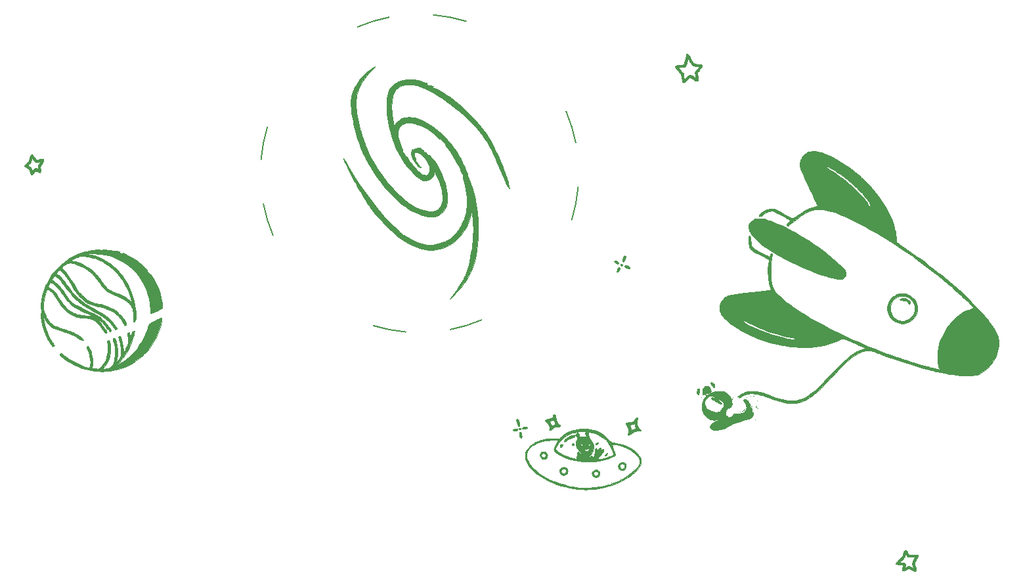
<source format=gbr>
%TF.GenerationSoftware,KiCad,Pcbnew,6.0.2-378541a8eb~116~ubuntu20.04.1*%
%TF.CreationDate,2022-03-20T18:30:43+01:00*%
%TF.ProjectId,Bottom_Plate,426f7474-6f6d-45f5-906c-6174652e6b69,v0.1*%
%TF.SameCoordinates,Original*%
%TF.FileFunction,Legend,Bot*%
%TF.FilePolarity,Positive*%
%FSLAX46Y46*%
G04 Gerber Fmt 4.6, Leading zero omitted, Abs format (unit mm)*
G04 Created by KiCad (PCBNEW 6.0.2-378541a8eb~116~ubuntu20.04.1) date 2022-03-20 18:30:43*
%MOMM*%
%LPD*%
G01*
G04 APERTURE LIST*
%ADD10C,0.200000*%
%ADD11C,0.010000*%
%ADD12C,0.800000*%
%ADD13C,4.500000*%
G04 APERTURE END LIST*
D10*
%TO.C,REF\u002A\u002A*%
X224368602Y-139244949D02*
G75*
G03*
X223118930Y-135154198I-20142585J-3917046D01*
G01*
X208143051Y-163304602D02*
G75*
G03*
X212233799Y-162054931I-3917058J20142621D01*
G01*
X223852476Y-149151085D02*
G75*
G03*
X224667702Y-144952117I-19626459J5989082D01*
G01*
X200308949Y-123019398D02*
G75*
G03*
X196218200Y-124269069I3917066J-20142651D01*
G01*
X184599522Y-137172919D02*
G75*
G03*
X183784298Y-141371883I19626595J-5989102D01*
G01*
X184083398Y-147079051D02*
G75*
G03*
X185333069Y-151169800I20142651J3917066D01*
G01*
X198236918Y-162788477D02*
G75*
G03*
X202435883Y-163603702I5989087J19626496D01*
G01*
X210215086Y-123535524D02*
G75*
G03*
X206016117Y-122720298I-5989080J-19626447D01*
G01*
D11*
%TO.C,Ref\u002A\u002A*%
X229510833Y-154413223D02*
X229606408Y-154445809D01*
X229606408Y-154445809D02*
X229698885Y-154496579D01*
X229698885Y-154496579D02*
X229779293Y-154559345D01*
X229779293Y-154559345D02*
X229838666Y-154627920D01*
X229838666Y-154627920D02*
X229868035Y-154696116D01*
X229868035Y-154696116D02*
X229869660Y-154714474D01*
X229869660Y-154714474D02*
X229852381Y-154777968D01*
X229852381Y-154777968D02*
X229803175Y-154815438D01*
X229803175Y-154815438D02*
X229747432Y-154824329D01*
X229747432Y-154824329D02*
X229708521Y-154815196D01*
X229708521Y-154815196D02*
X229646191Y-154791317D01*
X229646191Y-154791317D02*
X229578030Y-154759838D01*
X229578030Y-154759838D02*
X229464263Y-154691740D01*
X229464263Y-154691740D02*
X229381588Y-154618182D01*
X229381588Y-154618182D02*
X229333715Y-154543268D01*
X229333715Y-154543268D02*
X229323433Y-154478284D01*
X229323433Y-154478284D02*
X229331071Y-154436211D01*
X229331071Y-154436211D02*
X229351527Y-154415571D01*
X229351527Y-154415571D02*
X229397403Y-154406911D01*
X229397403Y-154406911D02*
X229421127Y-154405009D01*
X229421127Y-154405009D02*
X229510833Y-154413223D01*
X229510833Y-154413223D02*
X229510833Y-154413223D01*
G36*
X229510833Y-154413223D02*
G01*
X229606408Y-154445809D01*
X229698885Y-154496579D01*
X229779293Y-154559345D01*
X229838666Y-154627920D01*
X229868035Y-154696116D01*
X229869660Y-154714474D01*
X229852381Y-154777968D01*
X229803175Y-154815438D01*
X229747432Y-154824329D01*
X229708521Y-154815196D01*
X229646191Y-154791317D01*
X229578030Y-154759838D01*
X229464263Y-154691740D01*
X229381588Y-154618182D01*
X229333715Y-154543268D01*
X229323433Y-154478284D01*
X229331071Y-154436211D01*
X229351527Y-154415571D01*
X229397403Y-154406911D01*
X229421127Y-154405009D01*
X229510833Y-154413223D01*
G37*
X229510833Y-154413223D02*
X229606408Y-154445809D01*
X229698885Y-154496579D01*
X229779293Y-154559345D01*
X229838666Y-154627920D01*
X229868035Y-154696116D01*
X229869660Y-154714474D01*
X229852381Y-154777968D01*
X229803175Y-154815438D01*
X229747432Y-154824329D01*
X229708521Y-154815196D01*
X229646191Y-154791317D01*
X229578030Y-154759838D01*
X229464263Y-154691740D01*
X229381588Y-154618182D01*
X229333715Y-154543268D01*
X229323433Y-154478284D01*
X229331071Y-154436211D01*
X229351527Y-154415571D01*
X229397403Y-154406911D01*
X229421127Y-154405009D01*
X229510833Y-154413223D01*
X244255734Y-173500530D02*
X244356794Y-173534596D01*
X244356794Y-173534596D02*
X244447557Y-173595161D01*
X244447557Y-173595161D02*
X244522829Y-173678597D01*
X244522829Y-173678597D02*
X244577418Y-173781273D01*
X244577418Y-173781273D02*
X244606129Y-173899561D01*
X244606129Y-173899561D02*
X244603771Y-174029830D01*
X244603771Y-174029830D02*
X244599902Y-174052933D01*
X244599902Y-174052933D02*
X244563326Y-174169053D01*
X244563326Y-174169053D02*
X244503003Y-174275446D01*
X244503003Y-174275446D02*
X244425112Y-174367341D01*
X244425112Y-174367341D02*
X244335832Y-174439966D01*
X244335832Y-174439966D02*
X244241340Y-174488550D01*
X244241340Y-174488550D02*
X244147817Y-174508321D01*
X244147817Y-174508321D02*
X244061442Y-174494508D01*
X244061442Y-174494508D02*
X244040743Y-174484732D01*
X244040743Y-174484732D02*
X243965244Y-174429677D01*
X243965244Y-174429677D02*
X243888231Y-174351927D01*
X243888231Y-174351927D02*
X243825083Y-174267605D01*
X243825083Y-174267605D02*
X243811837Y-174244746D01*
X243811837Y-174244746D02*
X243785018Y-174180993D01*
X243785018Y-174180993D02*
X243770883Y-174107054D01*
X243770883Y-174107054D02*
X243766567Y-174007534D01*
X243766567Y-174007534D02*
X243766558Y-174001329D01*
X243766558Y-174001329D02*
X243777021Y-173866418D01*
X243777021Y-173866418D02*
X243811992Y-173756830D01*
X243811992Y-173756830D02*
X243876846Y-173660126D01*
X243876846Y-173660126D02*
X243942697Y-173593623D01*
X243942697Y-173593623D02*
X244043492Y-173526414D01*
X244043492Y-173526414D02*
X244149569Y-173496593D01*
X244149569Y-173496593D02*
X244255734Y-173500530D01*
X244255734Y-173500530D02*
X244255734Y-173500530D01*
G36*
X244255734Y-173500530D02*
G01*
X244356794Y-173534596D01*
X244447557Y-173595161D01*
X244522829Y-173678597D01*
X244577418Y-173781273D01*
X244606129Y-173899561D01*
X244603771Y-174029830D01*
X244599902Y-174052933D01*
X244563326Y-174169053D01*
X244503003Y-174275446D01*
X244425112Y-174367341D01*
X244335832Y-174439966D01*
X244241340Y-174488550D01*
X244147817Y-174508321D01*
X244061442Y-174494508D01*
X244040743Y-174484732D01*
X243965244Y-174429677D01*
X243888231Y-174351927D01*
X243825083Y-174267605D01*
X243811837Y-174244746D01*
X243785018Y-174180993D01*
X243770883Y-174107054D01*
X243766567Y-174007534D01*
X243766558Y-174001329D01*
X243777021Y-173866418D01*
X243811992Y-173756830D01*
X243876846Y-173660126D01*
X243942697Y-173593623D01*
X244043492Y-173526414D01*
X244149569Y-173496593D01*
X244255734Y-173500530D01*
G37*
X244255734Y-173500530D02*
X244356794Y-173534596D01*
X244447557Y-173595161D01*
X244522829Y-173678597D01*
X244577418Y-173781273D01*
X244606129Y-173899561D01*
X244603771Y-174029830D01*
X244599902Y-174052933D01*
X244563326Y-174169053D01*
X244503003Y-174275446D01*
X244425112Y-174367341D01*
X244335832Y-174439966D01*
X244241340Y-174488550D01*
X244147817Y-174508321D01*
X244061442Y-174494508D01*
X244040743Y-174484732D01*
X243965244Y-174429677D01*
X243888231Y-174351927D01*
X243825083Y-174267605D01*
X243811837Y-174244746D01*
X243785018Y-174180993D01*
X243770883Y-174107054D01*
X243766567Y-174007534D01*
X243766558Y-174001329D01*
X243777021Y-173866418D01*
X243811992Y-173756830D01*
X243876846Y-173660126D01*
X243942697Y-173593623D01*
X244043492Y-173526414D01*
X244149569Y-173496593D01*
X244255734Y-173500530D01*
X248286687Y-148963622D02*
X248467749Y-148986694D01*
X248467749Y-148986694D02*
X248546466Y-149002226D01*
X248546466Y-149002226D02*
X248678800Y-149035900D01*
X248678800Y-149035900D02*
X248838822Y-149083112D01*
X248838822Y-149083112D02*
X249022359Y-149142182D01*
X249022359Y-149142182D02*
X249225236Y-149211434D01*
X249225236Y-149211434D02*
X249443277Y-149289188D01*
X249443277Y-149289188D02*
X249672310Y-149373767D01*
X249672310Y-149373767D02*
X249908159Y-149463492D01*
X249908159Y-149463492D02*
X250146649Y-149556685D01*
X250146649Y-149556685D02*
X250383607Y-149651669D01*
X250383607Y-149651669D02*
X250614858Y-149746765D01*
X250614858Y-149746765D02*
X250836228Y-149840294D01*
X250836228Y-149840294D02*
X251043541Y-149930579D01*
X251043541Y-149930579D02*
X251232624Y-150015942D01*
X251232624Y-150015942D02*
X251399302Y-150094704D01*
X251399302Y-150094704D02*
X251539401Y-150165187D01*
X251539401Y-150165187D02*
X251648746Y-150225713D01*
X251648746Y-150225713D02*
X251723163Y-150274604D01*
X251723163Y-150274604D02*
X251734827Y-150283965D01*
X251734827Y-150283965D02*
X251761236Y-150300788D01*
X251761236Y-150300788D02*
X251819823Y-150334752D01*
X251819823Y-150334752D02*
X251905456Y-150382992D01*
X251905456Y-150382992D02*
X252013004Y-150442646D01*
X252013004Y-150442646D02*
X252137337Y-150510848D01*
X252137337Y-150510848D02*
X252273323Y-150584735D01*
X252273323Y-150584735D02*
X252285160Y-150591135D01*
X252285160Y-150591135D02*
X252445884Y-150678723D01*
X252445884Y-150678723D02*
X252617109Y-150773300D01*
X252617109Y-150773300D02*
X252788489Y-150869064D01*
X252788489Y-150869064D02*
X252949679Y-150960214D01*
X252949679Y-150960214D02*
X253090332Y-151040948D01*
X253090332Y-151040948D02*
X253163577Y-151083752D01*
X253163577Y-151083752D02*
X253300786Y-151164749D01*
X253300786Y-151164749D02*
X253450127Y-151252947D01*
X253450127Y-151252947D02*
X253598410Y-151340553D01*
X253598410Y-151340553D02*
X253732446Y-151419775D01*
X253732446Y-151419775D02*
X253809160Y-151465140D01*
X253809160Y-151465140D02*
X253907929Y-151524919D01*
X253907929Y-151524919D02*
X254033087Y-151602759D01*
X254033087Y-151602759D02*
X254175892Y-151693102D01*
X254175892Y-151693102D02*
X254327600Y-151790387D01*
X254327600Y-151790387D02*
X254479470Y-151889058D01*
X254479470Y-151889058D02*
X254581743Y-151956340D01*
X254581743Y-151956340D02*
X254923827Y-152186214D01*
X254923827Y-152186214D02*
X255266470Y-152423197D01*
X255266470Y-152423197D02*
X255607578Y-152665534D01*
X255607578Y-152665534D02*
X255945055Y-152911466D01*
X255945055Y-152911466D02*
X256276807Y-153159236D01*
X256276807Y-153159236D02*
X256600740Y-153407088D01*
X256600740Y-153407088D02*
X256914759Y-153653264D01*
X256914759Y-153653264D02*
X257216769Y-153896006D01*
X257216769Y-153896006D02*
X257504677Y-154133559D01*
X257504677Y-154133559D02*
X257776387Y-154364164D01*
X257776387Y-154364164D02*
X258029805Y-154586064D01*
X258029805Y-154586064D02*
X258262837Y-154797502D01*
X258262837Y-154797502D02*
X258473387Y-154996722D01*
X258473387Y-154996722D02*
X258659362Y-155181965D01*
X258659362Y-155181965D02*
X258818667Y-155351475D01*
X258818667Y-155351475D02*
X258949207Y-155503494D01*
X258949207Y-155503494D02*
X259048888Y-155636266D01*
X259048888Y-155636266D02*
X259115615Y-155748032D01*
X259115615Y-155748032D02*
X259124813Y-155767691D01*
X259124813Y-155767691D02*
X259170276Y-155921077D01*
X259170276Y-155921077D02*
X259178252Y-156084109D01*
X259178252Y-156084109D02*
X259150234Y-156249917D01*
X259150234Y-156249917D02*
X259087711Y-156411628D01*
X259087711Y-156411628D02*
X258992176Y-156562371D01*
X258992176Y-156562371D02*
X258938835Y-156624772D01*
X258938835Y-156624772D02*
X258850057Y-156707635D01*
X258850057Y-156707635D02*
X258757015Y-156767243D01*
X258757015Y-156767243D02*
X258653322Y-156804844D01*
X258653322Y-156804844D02*
X258532589Y-156821688D01*
X258532589Y-156821688D02*
X258388431Y-156819023D01*
X258388431Y-156819023D02*
X258214459Y-156798099D01*
X258214459Y-156798099D02*
X258127160Y-156783490D01*
X258127160Y-156783490D02*
X257782096Y-156713774D01*
X257782096Y-156713774D02*
X257405386Y-156622567D01*
X257405386Y-156622567D02*
X257000873Y-156511458D01*
X257000873Y-156511458D02*
X256572399Y-156382033D01*
X256572399Y-156382033D02*
X256123809Y-156235881D01*
X256123809Y-156235881D02*
X255658946Y-156074590D01*
X255658946Y-156074590D02*
X255181652Y-155899747D01*
X255181652Y-155899747D02*
X254695771Y-155712941D01*
X254695771Y-155712941D02*
X254205145Y-155515758D01*
X254205145Y-155515758D02*
X253713619Y-155309786D01*
X253713619Y-155309786D02*
X253225035Y-155096614D01*
X253225035Y-155096614D02*
X252743237Y-154877829D01*
X252743237Y-154877829D02*
X252272067Y-154655019D01*
X252272067Y-154655019D02*
X251815369Y-154429772D01*
X251815369Y-154429772D02*
X251376986Y-154203675D01*
X251376986Y-154203675D02*
X250960761Y-153978317D01*
X250960761Y-153978317D02*
X250570538Y-153755284D01*
X250570538Y-153755284D02*
X250210159Y-153536165D01*
X250210159Y-153536165D02*
X250104993Y-153469211D01*
X250104993Y-153469211D02*
X249975940Y-153388523D01*
X249975940Y-153388523D02*
X249826264Y-153298787D01*
X249826264Y-153298787D02*
X249673111Y-153210077D01*
X249673111Y-153210077D02*
X249533626Y-153132466D01*
X249533626Y-153132466D02*
X249512327Y-153121005D01*
X249512327Y-153121005D02*
X249028994Y-152840137D01*
X249028994Y-152840137D02*
X248568319Y-152526195D01*
X248568319Y-152526195D02*
X248127258Y-152176911D01*
X248127258Y-152176911D02*
X247702769Y-151790015D01*
X247702769Y-151790015D02*
X247626084Y-151714406D01*
X247626084Y-151714406D02*
X247378016Y-151456315D01*
X247378016Y-151456315D02*
X247167778Y-151214507D01*
X247167778Y-151214507D02*
X246994642Y-150987794D01*
X246994642Y-150987794D02*
X246857878Y-150774988D01*
X246857878Y-150774988D02*
X246756757Y-150574900D01*
X246756757Y-150574900D02*
X246690550Y-150386341D01*
X246690550Y-150386341D02*
X246658528Y-150208124D01*
X246658528Y-150208124D02*
X246655078Y-150131663D01*
X246655078Y-150131663D02*
X246674536Y-149914057D01*
X246674536Y-149914057D02*
X246732289Y-149711442D01*
X246732289Y-149711442D02*
X246826115Y-149526535D01*
X246826115Y-149526535D02*
X246953793Y-149362053D01*
X246953793Y-149362053D02*
X247113102Y-149220713D01*
X247113102Y-149220713D02*
X247301821Y-149105233D01*
X247301821Y-149105233D02*
X247517730Y-149018330D01*
X247517730Y-149018330D02*
X247579800Y-149000279D01*
X247579800Y-149000279D02*
X247728210Y-148971721D01*
X247728210Y-148971721D02*
X247904064Y-148956110D01*
X247904064Y-148956110D02*
X248094507Y-148953418D01*
X248094507Y-148953418D02*
X248286687Y-148963622D01*
X248286687Y-148963622D02*
X248286687Y-148963622D01*
G36*
X248286687Y-148963622D02*
G01*
X248467749Y-148986694D01*
X248546466Y-149002226D01*
X248678800Y-149035900D01*
X248838822Y-149083112D01*
X249022359Y-149142182D01*
X249225236Y-149211434D01*
X249443277Y-149289188D01*
X249672310Y-149373767D01*
X249908159Y-149463492D01*
X250146649Y-149556685D01*
X250383607Y-149651669D01*
X250614858Y-149746765D01*
X250836228Y-149840294D01*
X251043541Y-149930579D01*
X251232624Y-150015942D01*
X251399302Y-150094704D01*
X251539401Y-150165187D01*
X251648746Y-150225713D01*
X251723163Y-150274604D01*
X251734827Y-150283965D01*
X251761236Y-150300788D01*
X251819823Y-150334752D01*
X251905456Y-150382992D01*
X252013004Y-150442646D01*
X252137337Y-150510848D01*
X252273323Y-150584735D01*
X252285160Y-150591135D01*
X252445884Y-150678723D01*
X252617109Y-150773300D01*
X252788489Y-150869064D01*
X252949679Y-150960214D01*
X253090332Y-151040948D01*
X253163577Y-151083752D01*
X253300786Y-151164749D01*
X253450127Y-151252947D01*
X253598410Y-151340553D01*
X253732446Y-151419775D01*
X253809160Y-151465140D01*
X253907929Y-151524919D01*
X254033087Y-151602759D01*
X254175892Y-151693102D01*
X254327600Y-151790387D01*
X254479470Y-151889058D01*
X254581743Y-151956340D01*
X254923827Y-152186214D01*
X255266470Y-152423197D01*
X255607578Y-152665534D01*
X255945055Y-152911466D01*
X256276807Y-153159236D01*
X256600740Y-153407088D01*
X256914759Y-153653264D01*
X257216769Y-153896006D01*
X257504677Y-154133559D01*
X257776387Y-154364164D01*
X258029805Y-154586064D01*
X258262837Y-154797502D01*
X258473387Y-154996722D01*
X258659362Y-155181965D01*
X258818667Y-155351475D01*
X258949207Y-155503494D01*
X259048888Y-155636266D01*
X259115615Y-155748032D01*
X259124813Y-155767691D01*
X259170276Y-155921077D01*
X259178252Y-156084109D01*
X259150234Y-156249917D01*
X259087711Y-156411628D01*
X258992176Y-156562371D01*
X258938835Y-156624772D01*
X258850057Y-156707635D01*
X258757015Y-156767243D01*
X258653322Y-156804844D01*
X258532589Y-156821688D01*
X258388431Y-156819023D01*
X258214459Y-156798099D01*
X258127160Y-156783490D01*
X257782096Y-156713774D01*
X257405386Y-156622567D01*
X257000873Y-156511458D01*
X256572399Y-156382033D01*
X256123809Y-156235881D01*
X255658946Y-156074590D01*
X255181652Y-155899747D01*
X254695771Y-155712941D01*
X254205145Y-155515758D01*
X253713619Y-155309786D01*
X253225035Y-155096614D01*
X252743237Y-154877829D01*
X252272067Y-154655019D01*
X251815369Y-154429772D01*
X251376986Y-154203675D01*
X250960761Y-153978317D01*
X250570538Y-153755284D01*
X250210159Y-153536165D01*
X250104993Y-153469211D01*
X249975940Y-153388523D01*
X249826264Y-153298787D01*
X249673111Y-153210077D01*
X249533626Y-153132466D01*
X249512327Y-153121005D01*
X249028994Y-152840137D01*
X248568319Y-152526195D01*
X248127258Y-152176911D01*
X247702769Y-151790015D01*
X247626084Y-151714406D01*
X247378016Y-151456315D01*
X247167778Y-151214507D01*
X246994642Y-150987794D01*
X246857878Y-150774988D01*
X246756757Y-150574900D01*
X246690550Y-150386341D01*
X246658528Y-150208124D01*
X246655078Y-150131663D01*
X246674536Y-149914057D01*
X246732289Y-149711442D01*
X246826115Y-149526535D01*
X246953793Y-149362053D01*
X247113102Y-149220713D01*
X247301821Y-149105233D01*
X247517730Y-149018330D01*
X247579800Y-149000279D01*
X247728210Y-148971721D01*
X247904064Y-148956110D01*
X248094507Y-148953418D01*
X248286687Y-148963622D01*
G37*
X248286687Y-148963622D02*
X248467749Y-148986694D01*
X248546466Y-149002226D01*
X248678800Y-149035900D01*
X248838822Y-149083112D01*
X249022359Y-149142182D01*
X249225236Y-149211434D01*
X249443277Y-149289188D01*
X249672310Y-149373767D01*
X249908159Y-149463492D01*
X250146649Y-149556685D01*
X250383607Y-149651669D01*
X250614858Y-149746765D01*
X250836228Y-149840294D01*
X251043541Y-149930579D01*
X251232624Y-150015942D01*
X251399302Y-150094704D01*
X251539401Y-150165187D01*
X251648746Y-150225713D01*
X251723163Y-150274604D01*
X251734827Y-150283965D01*
X251761236Y-150300788D01*
X251819823Y-150334752D01*
X251905456Y-150382992D01*
X252013004Y-150442646D01*
X252137337Y-150510848D01*
X252273323Y-150584735D01*
X252285160Y-150591135D01*
X252445884Y-150678723D01*
X252617109Y-150773300D01*
X252788489Y-150869064D01*
X252949679Y-150960214D01*
X253090332Y-151040948D01*
X253163577Y-151083752D01*
X253300786Y-151164749D01*
X253450127Y-151252947D01*
X253598410Y-151340553D01*
X253732446Y-151419775D01*
X253809160Y-151465140D01*
X253907929Y-151524919D01*
X254033087Y-151602759D01*
X254175892Y-151693102D01*
X254327600Y-151790387D01*
X254479470Y-151889058D01*
X254581743Y-151956340D01*
X254923827Y-152186214D01*
X255266470Y-152423197D01*
X255607578Y-152665534D01*
X255945055Y-152911466D01*
X256276807Y-153159236D01*
X256600740Y-153407088D01*
X256914759Y-153653264D01*
X257216769Y-153896006D01*
X257504677Y-154133559D01*
X257776387Y-154364164D01*
X258029805Y-154586064D01*
X258262837Y-154797502D01*
X258473387Y-154996722D01*
X258659362Y-155181965D01*
X258818667Y-155351475D01*
X258949207Y-155503494D01*
X259048888Y-155636266D01*
X259115615Y-155748032D01*
X259124813Y-155767691D01*
X259170276Y-155921077D01*
X259178252Y-156084109D01*
X259150234Y-156249917D01*
X259087711Y-156411628D01*
X258992176Y-156562371D01*
X258938835Y-156624772D01*
X258850057Y-156707635D01*
X258757015Y-156767243D01*
X258653322Y-156804844D01*
X258532589Y-156821688D01*
X258388431Y-156819023D01*
X258214459Y-156798099D01*
X258127160Y-156783490D01*
X257782096Y-156713774D01*
X257405386Y-156622567D01*
X257000873Y-156511458D01*
X256572399Y-156382033D01*
X256123809Y-156235881D01*
X255658946Y-156074590D01*
X255181652Y-155899747D01*
X254695771Y-155712941D01*
X254205145Y-155515758D01*
X253713619Y-155309786D01*
X253225035Y-155096614D01*
X252743237Y-154877829D01*
X252272067Y-154655019D01*
X251815369Y-154429772D01*
X251376986Y-154203675D01*
X250960761Y-153978317D01*
X250570538Y-153755284D01*
X250210159Y-153536165D01*
X250104993Y-153469211D01*
X249975940Y-153388523D01*
X249826264Y-153298787D01*
X249673111Y-153210077D01*
X249533626Y-153132466D01*
X249512327Y-153121005D01*
X249028994Y-152840137D01*
X248568319Y-152526195D01*
X248127258Y-152176911D01*
X247702769Y-151790015D01*
X247626084Y-151714406D01*
X247378016Y-151456315D01*
X247167778Y-151214507D01*
X246994642Y-150987794D01*
X246857878Y-150774988D01*
X246756757Y-150574900D01*
X246690550Y-150386341D01*
X246658528Y-150208124D01*
X246655078Y-150131663D01*
X246674536Y-149914057D01*
X246732289Y-149711442D01*
X246826115Y-149526535D01*
X246953793Y-149362053D01*
X247113102Y-149220713D01*
X247301821Y-149105233D01*
X247517730Y-149018330D01*
X247579800Y-149000279D01*
X247728210Y-148971721D01*
X247904064Y-148956110D01*
X248094507Y-148953418D01*
X248286687Y-148963622D01*
X241300650Y-170564900D02*
X241362485Y-170577422D01*
X241362485Y-170577422D02*
X241418212Y-170603897D01*
X241418212Y-170603897D02*
X241444104Y-170620270D01*
X241444104Y-170620270D02*
X241543736Y-170706980D01*
X241543736Y-170706980D02*
X241634328Y-170824692D01*
X241634328Y-170824692D02*
X241709209Y-170962143D01*
X241709209Y-170962143D02*
X241761708Y-171108069D01*
X241761708Y-171108069D02*
X241778053Y-171184209D01*
X241778053Y-171184209D02*
X241780741Y-171246290D01*
X241780741Y-171246290D02*
X241759875Y-171296532D01*
X241759875Y-171296532D02*
X241736516Y-171326975D01*
X241736516Y-171326975D02*
X241653420Y-171397218D01*
X241653420Y-171397218D02*
X241535163Y-171455433D01*
X241535163Y-171455433D02*
X241387805Y-171499237D01*
X241387805Y-171499237D02*
X241235022Y-171524397D01*
X241235022Y-171524397D02*
X241112233Y-171541909D01*
X241112233Y-171541909D02*
X241016064Y-171565983D01*
X241016064Y-171565983D02*
X240930867Y-171600767D01*
X240930867Y-171600767D02*
X240913059Y-171609741D01*
X240913059Y-171609741D02*
X240825070Y-171652336D01*
X240825070Y-171652336D02*
X240765928Y-171670900D01*
X240765928Y-171670900D02*
X240728916Y-171664361D01*
X240728916Y-171664361D02*
X240707313Y-171631648D01*
X240707313Y-171631648D02*
X240694882Y-171574935D01*
X240694882Y-171574935D02*
X240688426Y-171483139D01*
X240688426Y-171483139D02*
X240690384Y-171365890D01*
X240690384Y-171365890D02*
X240699535Y-171238957D01*
X240699535Y-171238957D02*
X240714658Y-171118109D01*
X240714658Y-171118109D02*
X240734533Y-171019117D01*
X240734533Y-171019117D02*
X240739170Y-171002672D01*
X240739170Y-171002672D02*
X240792806Y-170867166D01*
X240792806Y-170867166D02*
X240864612Y-170746898D01*
X240864612Y-170746898D02*
X240947357Y-170653062D01*
X240947357Y-170653062D02*
X240983629Y-170624227D01*
X240983629Y-170624227D02*
X241041022Y-170588847D01*
X241041022Y-170588847D02*
X241094621Y-170569901D01*
X241094621Y-170569901D02*
X241162245Y-170562572D01*
X241162245Y-170562572D02*
X241214729Y-170561746D01*
X241214729Y-170561746D02*
X241300650Y-170564900D01*
X241300650Y-170564900D02*
X241300650Y-170564900D01*
G36*
X241300650Y-170564900D02*
G01*
X241362485Y-170577422D01*
X241418212Y-170603897D01*
X241444104Y-170620270D01*
X241543736Y-170706980D01*
X241634328Y-170824692D01*
X241709209Y-170962143D01*
X241761708Y-171108069D01*
X241778053Y-171184209D01*
X241780741Y-171246290D01*
X241759875Y-171296532D01*
X241736516Y-171326975D01*
X241653420Y-171397218D01*
X241535163Y-171455433D01*
X241387805Y-171499237D01*
X241235022Y-171524397D01*
X241112233Y-171541909D01*
X241016064Y-171565983D01*
X240930867Y-171600767D01*
X240913059Y-171609741D01*
X240825070Y-171652336D01*
X240765928Y-171670900D01*
X240728916Y-171664361D01*
X240707313Y-171631648D01*
X240694882Y-171574935D01*
X240688426Y-171483139D01*
X240690384Y-171365890D01*
X240699535Y-171238957D01*
X240714658Y-171118109D01*
X240734533Y-171019117D01*
X240739170Y-171002672D01*
X240792806Y-170867166D01*
X240864612Y-170746898D01*
X240947357Y-170653062D01*
X240983629Y-170624227D01*
X241041022Y-170588847D01*
X241094621Y-170569901D01*
X241162245Y-170562572D01*
X241214729Y-170561746D01*
X241300650Y-170564900D01*
G37*
X241300650Y-170564900D02*
X241362485Y-170577422D01*
X241418212Y-170603897D01*
X241444104Y-170620270D01*
X241543736Y-170706980D01*
X241634328Y-170824692D01*
X241709209Y-170962143D01*
X241761708Y-171108069D01*
X241778053Y-171184209D01*
X241780741Y-171246290D01*
X241759875Y-171296532D01*
X241736516Y-171326975D01*
X241653420Y-171397218D01*
X241535163Y-171455433D01*
X241387805Y-171499237D01*
X241235022Y-171524397D01*
X241112233Y-171541909D01*
X241016064Y-171565983D01*
X240930867Y-171600767D01*
X240913059Y-171609741D01*
X240825070Y-171652336D01*
X240765928Y-171670900D01*
X240728916Y-171664361D01*
X240707313Y-171631648D01*
X240694882Y-171574935D01*
X240688426Y-171483139D01*
X240690384Y-171365890D01*
X240699535Y-171238957D01*
X240714658Y-171118109D01*
X240734533Y-171019117D01*
X240739170Y-171002672D01*
X240792806Y-170867166D01*
X240864612Y-170746898D01*
X240947357Y-170653062D01*
X240983629Y-170624227D01*
X241041022Y-170588847D01*
X241094621Y-170569901D01*
X241162245Y-170562572D01*
X241214729Y-170561746D01*
X241300650Y-170564900D01*
X163224700Y-152958707D02*
X163274129Y-152962556D01*
X163274129Y-152962556D02*
X163687481Y-153001433D01*
X163687481Y-153001433D02*
X164060252Y-153039152D01*
X164060252Y-153039152D02*
X164394169Y-153075969D01*
X164394169Y-153075969D02*
X164690962Y-153112137D01*
X164690962Y-153112137D02*
X164952360Y-153147911D01*
X164952360Y-153147911D02*
X165180090Y-153183545D01*
X165180090Y-153183545D02*
X165375880Y-153219294D01*
X165375880Y-153219294D02*
X165541461Y-153255412D01*
X165541461Y-153255412D02*
X165678559Y-153292152D01*
X165678559Y-153292152D02*
X165788904Y-153329770D01*
X165788904Y-153329770D02*
X165799868Y-153334128D01*
X165799868Y-153334128D02*
X165954938Y-153401477D01*
X165954938Y-153401477D02*
X166138771Y-153489242D01*
X166138771Y-153489242D02*
X166345117Y-153594043D01*
X166345117Y-153594043D02*
X166567725Y-153712500D01*
X166567725Y-153712500D02*
X166800346Y-153841233D01*
X166800346Y-153841233D02*
X167036728Y-153976863D01*
X167036728Y-153976863D02*
X167270623Y-154116009D01*
X167270623Y-154116009D02*
X167449160Y-154225967D01*
X167449160Y-154225967D02*
X167634065Y-154343192D01*
X167634065Y-154343192D02*
X167793639Y-154448282D01*
X167793639Y-154448282D02*
X167935092Y-154546990D01*
X167935092Y-154546990D02*
X168065633Y-154645068D01*
X168065633Y-154645068D02*
X168192474Y-154748270D01*
X168192474Y-154748270D02*
X168322823Y-154862348D01*
X168322823Y-154862348D02*
X168463891Y-154993054D01*
X168463891Y-154993054D02*
X168622887Y-155146143D01*
X168622887Y-155146143D02*
X168712368Y-155233869D01*
X168712368Y-155233869D02*
X168915376Y-155435347D01*
X168915376Y-155435347D02*
X169088556Y-155610807D01*
X169088556Y-155610807D02*
X169233774Y-155762294D01*
X169233774Y-155762294D02*
X169352894Y-155891857D01*
X169352894Y-155891857D02*
X169447782Y-156001544D01*
X169447782Y-156001544D02*
X169520302Y-156093401D01*
X169520302Y-156093401D02*
X169572319Y-156169476D01*
X169572319Y-156169476D02*
X169586497Y-156193594D01*
X169586497Y-156193594D02*
X169617984Y-156247537D01*
X169617984Y-156247537D02*
X169666670Y-156327986D01*
X169666670Y-156327986D02*
X169726939Y-156425789D01*
X169726939Y-156425789D02*
X169793173Y-156531794D01*
X169793173Y-156531794D02*
X169824334Y-156581163D01*
X169824334Y-156581163D02*
X170112664Y-157075894D01*
X170112664Y-157075894D02*
X170364571Y-157591949D01*
X170364571Y-157591949D02*
X170579839Y-158128715D01*
X170579839Y-158128715D02*
X170758249Y-158685578D01*
X170758249Y-158685578D02*
X170899584Y-159261925D01*
X170899584Y-159261925D02*
X171003627Y-159857142D01*
X171003627Y-159857142D02*
X171015649Y-159945317D01*
X171015649Y-159945317D02*
X171035705Y-160114183D01*
X171035705Y-160114183D02*
X171045412Y-160247890D01*
X171045412Y-160247890D02*
X171043471Y-160352633D01*
X171043471Y-160352633D02*
X171028584Y-160434609D01*
X171028584Y-160434609D02*
X170999452Y-160500013D01*
X170999452Y-160500013D02*
X170954779Y-160555040D01*
X170954779Y-160555040D02*
X170893265Y-160605886D01*
X170893265Y-160605886D02*
X170874466Y-160619108D01*
X170874466Y-160619108D02*
X170809783Y-160659114D01*
X170809783Y-160659114D02*
X170717617Y-160710076D01*
X170717617Y-160710076D02*
X170603893Y-160769239D01*
X170603893Y-160769239D02*
X170474538Y-160833853D01*
X170474538Y-160833853D02*
X170335477Y-160901164D01*
X170335477Y-160901164D02*
X170192634Y-160968419D01*
X170192634Y-160968419D02*
X170051935Y-161032868D01*
X170051935Y-161032868D02*
X169919306Y-161091756D01*
X169919306Y-161091756D02*
X169800672Y-161142333D01*
X169800672Y-161142333D02*
X169701958Y-161181844D01*
X169701958Y-161181844D02*
X169629089Y-161207538D01*
X169629089Y-161207538D02*
X169588086Y-161216663D01*
X169588086Y-161216663D02*
X169553053Y-161212092D01*
X169553053Y-161212092D02*
X169529040Y-161194035D01*
X169529040Y-161194035D02*
X169514021Y-161155975D01*
X169514021Y-161155975D02*
X169505970Y-161091397D01*
X169505970Y-161091397D02*
X169502860Y-160993783D01*
X169502860Y-160993783D02*
X169502541Y-160941496D01*
X169502541Y-160941496D02*
X169499618Y-160792924D01*
X169499618Y-160792924D02*
X169491984Y-160615689D01*
X169491984Y-160615689D02*
X169480555Y-160423088D01*
X169480555Y-160423088D02*
X169466246Y-160228416D01*
X169466246Y-160228416D02*
X169449971Y-160044969D01*
X169449971Y-160044969D02*
X169432645Y-159886043D01*
X169432645Y-159886043D02*
X169426797Y-159840829D01*
X169426797Y-159840829D02*
X169333407Y-159298472D01*
X169333407Y-159298472D02*
X169202698Y-158773721D01*
X169202698Y-158773721D02*
X169033177Y-158261633D01*
X169033177Y-158261633D02*
X168823353Y-157757265D01*
X168823353Y-157757265D02*
X168752820Y-157607746D01*
X168752820Y-157607746D02*
X168524707Y-157169490D01*
X168524707Y-157169490D02*
X168279859Y-156764158D01*
X168279859Y-156764158D02*
X168012781Y-156383859D01*
X168012781Y-156383859D02*
X167717975Y-156020703D01*
X167717975Y-156020703D02*
X167427993Y-155705690D01*
X167427993Y-155705690D02*
X167021852Y-155316216D01*
X167021852Y-155316216D02*
X166597305Y-154964741D01*
X166597305Y-154964741D02*
X166153920Y-154651048D01*
X166153920Y-154651048D02*
X165691266Y-154374919D01*
X165691266Y-154374919D02*
X165208910Y-154136137D01*
X165208910Y-154136137D02*
X164706422Y-153934486D01*
X164706422Y-153934486D02*
X164183370Y-153769746D01*
X164183370Y-153769746D02*
X163639322Y-153641702D01*
X163639322Y-153641702D02*
X163173493Y-153563414D01*
X163173493Y-153563414D02*
X163085615Y-153553972D01*
X163085615Y-153553972D02*
X162965312Y-153545067D01*
X162965312Y-153545067D02*
X162819569Y-153536874D01*
X162819569Y-153536874D02*
X162655372Y-153529568D01*
X162655372Y-153529568D02*
X162479708Y-153523327D01*
X162479708Y-153523327D02*
X162299563Y-153518324D01*
X162299563Y-153518324D02*
X162121924Y-153514738D01*
X162121924Y-153514738D02*
X161953775Y-153512742D01*
X161953775Y-153512742D02*
X161802105Y-153512514D01*
X161802105Y-153512514D02*
X161673898Y-153514229D01*
X161673898Y-153514229D02*
X161576141Y-153518063D01*
X161576141Y-153518063D02*
X161530038Y-153522043D01*
X161530038Y-153522043D02*
X161470707Y-153531278D01*
X161470707Y-153531278D02*
X161440918Y-153541334D01*
X161440918Y-153541334D02*
X161442838Y-153553239D01*
X161442838Y-153553239D02*
X161478632Y-153568025D01*
X161478632Y-153568025D02*
X161550467Y-153586721D01*
X161550467Y-153586721D02*
X161660508Y-153610356D01*
X161660508Y-153610356D02*
X161755491Y-153629235D01*
X161755491Y-153629235D02*
X161890415Y-153657516D01*
X161890415Y-153657516D02*
X162039591Y-153691947D01*
X162039591Y-153691947D02*
X162183206Y-153727806D01*
X162183206Y-153727806D02*
X162283460Y-153755115D01*
X162283460Y-153755115D02*
X162721567Y-153902267D01*
X162721567Y-153902267D02*
X163155773Y-154089301D01*
X163155773Y-154089301D02*
X163583340Y-154313783D01*
X163583340Y-154313783D02*
X164001530Y-154573277D01*
X164001530Y-154573277D02*
X164407603Y-154865349D01*
X164407603Y-154865349D02*
X164798822Y-155187564D01*
X164798822Y-155187564D02*
X165172448Y-155537486D01*
X165172448Y-155537486D02*
X165525741Y-155912681D01*
X165525741Y-155912681D02*
X165855964Y-156310714D01*
X165855964Y-156310714D02*
X166160379Y-156729150D01*
X166160379Y-156729150D02*
X166436245Y-157165554D01*
X166436245Y-157165554D02*
X166680826Y-157617490D01*
X166680826Y-157617490D02*
X166721876Y-157701465D01*
X166721876Y-157701465D02*
X166912513Y-158132468D01*
X166912513Y-158132468D02*
X167086837Y-158596922D01*
X167086837Y-158596922D02*
X167242988Y-159088488D01*
X167242988Y-159088488D02*
X167379105Y-159600825D01*
X167379105Y-159600825D02*
X167493328Y-160127595D01*
X167493328Y-160127595D02*
X167576564Y-160613413D01*
X167576564Y-160613413D02*
X167595868Y-160765525D01*
X167595868Y-160765525D02*
X167611821Y-160936969D01*
X167611821Y-160936969D02*
X167624114Y-161118917D01*
X167624114Y-161118917D02*
X167632439Y-161302545D01*
X167632439Y-161302545D02*
X167636486Y-161479026D01*
X167636486Y-161479026D02*
X167635949Y-161639534D01*
X167635949Y-161639534D02*
X167630517Y-161775243D01*
X167630517Y-161775243D02*
X167620594Y-161872829D01*
X167620594Y-161872829D02*
X167590781Y-162011140D01*
X167590781Y-162011140D02*
X167548748Y-162127455D01*
X167548748Y-162127455D02*
X167497520Y-162215482D01*
X167497520Y-162215482D02*
X167440125Y-162268927D01*
X167440125Y-162268927D02*
X167426938Y-162275433D01*
X167426938Y-162275433D02*
X167379374Y-162289791D01*
X167379374Y-162289791D02*
X167350293Y-162288859D01*
X167350293Y-162288859D02*
X167349363Y-162288088D01*
X167349363Y-162288088D02*
X167345069Y-162264255D01*
X167345069Y-162264255D02*
X167339534Y-162203413D01*
X167339534Y-162203413D02*
X167333084Y-162110857D01*
X167333084Y-162110857D02*
X167326048Y-161991881D01*
X167326048Y-161991881D02*
X167318753Y-161851781D01*
X167318753Y-161851781D02*
X167311526Y-161695851D01*
X167311526Y-161695851D02*
X167308878Y-161633843D01*
X167308878Y-161633843D02*
X167297674Y-161390330D01*
X167297674Y-161390330D02*
X167285017Y-161183354D01*
X167285017Y-161183354D02*
X167269338Y-161007117D01*
X167269338Y-161007117D02*
X167249072Y-160855824D01*
X167249072Y-160855824D02*
X167222653Y-160723676D01*
X167222653Y-160723676D02*
X167188513Y-160604878D01*
X167188513Y-160604878D02*
X167145086Y-160493633D01*
X167145086Y-160493633D02*
X167090805Y-160384144D01*
X167090805Y-160384144D02*
X167024105Y-160270614D01*
X167024105Y-160270614D02*
X166943419Y-160147246D01*
X166943419Y-160147246D02*
X166883664Y-160060377D01*
X166883664Y-160060377D02*
X166796159Y-159950027D01*
X166796159Y-159950027D02*
X166681977Y-159828934D01*
X166681977Y-159828934D02*
X166551310Y-159707163D01*
X166551310Y-159707163D02*
X166414347Y-159594777D01*
X166414347Y-159594777D02*
X166405138Y-159587787D01*
X166405138Y-159587787D02*
X166339564Y-159544021D01*
X166339564Y-159544021D02*
X166240936Y-159485874D01*
X166240936Y-159485874D02*
X166114860Y-159416215D01*
X166114860Y-159416215D02*
X165966943Y-159337910D01*
X165966943Y-159337910D02*
X165802791Y-159253827D01*
X165802791Y-159253827D02*
X165628012Y-159166832D01*
X165628012Y-159166832D02*
X165448211Y-159079794D01*
X165448211Y-159079794D02*
X165268995Y-158995580D01*
X165268995Y-158995580D02*
X165095970Y-158917056D01*
X165095970Y-158917056D02*
X165078493Y-158909304D01*
X165078493Y-158909304D02*
X164800815Y-158785056D01*
X164800815Y-158785056D02*
X164558102Y-158672515D01*
X164558102Y-158672515D02*
X164345831Y-158568130D01*
X164345831Y-158568130D02*
X164159480Y-158468349D01*
X164159480Y-158468349D02*
X163994527Y-158369622D01*
X163994527Y-158369622D02*
X163846448Y-158268398D01*
X163846448Y-158268398D02*
X163710721Y-158161124D01*
X163710721Y-158161124D02*
X163582823Y-158044251D01*
X163582823Y-158044251D02*
X163458232Y-157914226D01*
X163458232Y-157914226D02*
X163332424Y-157767498D01*
X163332424Y-157767498D02*
X163200878Y-157600518D01*
X163200878Y-157600518D02*
X163059070Y-157409732D01*
X163059070Y-157409732D02*
X162917147Y-157212228D01*
X162917147Y-157212228D02*
X162765749Y-157001858D01*
X162765749Y-157001858D02*
X162631304Y-156820935D01*
X162631304Y-156820935D02*
X162508457Y-156662929D01*
X162508457Y-156662929D02*
X162391851Y-156521308D01*
X162391851Y-156521308D02*
X162276130Y-156389542D01*
X162276130Y-156389542D02*
X162155937Y-156261100D01*
X162155937Y-156261100D02*
X162043064Y-156146479D01*
X162043064Y-156146479D02*
X161712695Y-155841214D01*
X161712695Y-155841214D02*
X161371682Y-155573999D01*
X161371682Y-155573999D02*
X161014919Y-155341781D01*
X161014919Y-155341781D02*
X160637300Y-155141504D01*
X160637300Y-155141504D02*
X160233722Y-154970115D01*
X160233722Y-154970115D02*
X159869018Y-154845652D01*
X159869018Y-154845652D02*
X159629354Y-154776856D01*
X159629354Y-154776856D02*
X159420924Y-154729197D01*
X159420924Y-154729197D02*
X159237845Y-154703453D01*
X159237845Y-154703453D02*
X159074234Y-154700403D01*
X159074234Y-154700403D02*
X158924207Y-154720827D01*
X158924207Y-154720827D02*
X158781882Y-154765504D01*
X158781882Y-154765504D02*
X158641375Y-154835212D01*
X158641375Y-154835212D02*
X158496802Y-154930731D01*
X158496802Y-154930731D02*
X158349384Y-155046886D01*
X158349384Y-155046886D02*
X158249879Y-155131066D01*
X158249879Y-155131066D02*
X158179264Y-155193947D01*
X158179264Y-155193947D02*
X158133255Y-155240528D01*
X158133255Y-155240528D02*
X158107569Y-155275809D01*
X158107569Y-155275809D02*
X158097923Y-155304792D01*
X158097923Y-155304792D02*
X158100034Y-155332475D01*
X158100034Y-155332475D02*
X158101086Y-155336768D01*
X158101086Y-155336768D02*
X158119120Y-155366950D01*
X158119120Y-155366950D02*
X158161754Y-155421907D01*
X158161754Y-155421907D02*
X158224187Y-155495953D01*
X158224187Y-155495953D02*
X158301620Y-155583401D01*
X158301620Y-155583401D02*
X158389256Y-155678566D01*
X158389256Y-155678566D02*
X158392085Y-155681579D01*
X158392085Y-155681579D02*
X158583449Y-155893476D01*
X158583449Y-155893476D02*
X158765816Y-156113128D01*
X158765816Y-156113128D02*
X158943432Y-156346460D01*
X158943432Y-156346460D02*
X159120541Y-156599395D01*
X159120541Y-156599395D02*
X159301388Y-156877859D01*
X159301388Y-156877859D02*
X159490220Y-157187775D01*
X159490220Y-157187775D02*
X159575158Y-157332579D01*
X159575158Y-157332579D02*
X159767467Y-157654094D01*
X159767467Y-157654094D02*
X159951811Y-157941383D01*
X159951811Y-157941383D02*
X160132788Y-158200650D01*
X160132788Y-158200650D02*
X160314991Y-158438095D01*
X160314991Y-158438095D02*
X160503018Y-158659921D01*
X160503018Y-158659921D02*
X160701463Y-158872329D01*
X160701463Y-158872329D02*
X160759564Y-158931004D01*
X160759564Y-158931004D02*
X161034810Y-159188318D01*
X161034810Y-159188318D02*
X161306491Y-159406698D01*
X161306491Y-159406698D02*
X161578455Y-159588890D01*
X161578455Y-159588890D02*
X161854554Y-159737638D01*
X161854554Y-159737638D02*
X161953927Y-159782761D01*
X161953927Y-159782761D02*
X162155378Y-159858870D01*
X162155378Y-159858870D02*
X162364534Y-159914501D01*
X162364534Y-159914501D02*
X162594237Y-159952700D01*
X162594237Y-159952700D02*
X162732281Y-159967232D01*
X162732281Y-159967232D02*
X162918013Y-159993301D01*
X162918013Y-159993301D02*
X163131850Y-160040026D01*
X163131850Y-160040026D02*
X163366647Y-160104618D01*
X163366647Y-160104618D02*
X163615260Y-160184289D01*
X163615260Y-160184289D02*
X163870544Y-160276252D01*
X163870544Y-160276252D02*
X164125355Y-160377718D01*
X164125355Y-160377718D02*
X164372548Y-160485900D01*
X164372548Y-160485900D02*
X164604980Y-160598009D01*
X164604980Y-160598009D02*
X164815504Y-160711257D01*
X164815504Y-160711257D02*
X164996978Y-160822857D01*
X164996978Y-160822857D02*
X165086175Y-160885784D01*
X165086175Y-160885784D02*
X165244288Y-161013141D01*
X165244288Y-161013141D02*
X165402996Y-161157211D01*
X165402996Y-161157211D02*
X165559390Y-161314013D01*
X165559390Y-161314013D02*
X165710561Y-161479569D01*
X165710561Y-161479569D02*
X165853600Y-161649900D01*
X165853600Y-161649900D02*
X165985596Y-161821026D01*
X165985596Y-161821026D02*
X166103641Y-161988968D01*
X166103641Y-161988968D02*
X166204825Y-162149748D01*
X166204825Y-162149748D02*
X166286239Y-162299386D01*
X166286239Y-162299386D02*
X166344972Y-162433902D01*
X166344972Y-162433902D02*
X166378117Y-162549319D01*
X166378117Y-162549319D02*
X166382763Y-162641656D01*
X166382763Y-162641656D02*
X166380306Y-162655708D01*
X166380306Y-162655708D02*
X166349371Y-162709039D01*
X166349371Y-162709039D02*
X166292768Y-162747211D01*
X166292768Y-162747211D02*
X166226827Y-162760405D01*
X166226827Y-162760405D02*
X166209545Y-162758412D01*
X166209545Y-162758412D02*
X166186196Y-162737785D01*
X166186196Y-162737785D02*
X166146208Y-162684597D01*
X166146208Y-162684597D02*
X166092817Y-162603663D01*
X166092817Y-162603663D02*
X166029262Y-162499799D01*
X166029262Y-162499799D02*
X165987037Y-162427503D01*
X165987037Y-162427503D02*
X165869901Y-162228635D01*
X165869901Y-162228635D02*
X165763617Y-162060028D01*
X165763617Y-162060028D02*
X165662052Y-161913168D01*
X165662052Y-161913168D02*
X165559071Y-161779540D01*
X165559071Y-161779540D02*
X165448539Y-161650629D01*
X165448539Y-161650629D02*
X165353660Y-161548424D01*
X165353660Y-161548424D02*
X165117127Y-161321111D01*
X165117127Y-161321111D02*
X164865665Y-161120566D01*
X164865665Y-161120566D02*
X164593721Y-160943420D01*
X164593721Y-160943420D02*
X164295744Y-160786300D01*
X164295744Y-160786300D02*
X163966182Y-160645838D01*
X163966182Y-160645838D02*
X163723827Y-160558995D01*
X163723827Y-160558995D02*
X163639019Y-160532268D01*
X163639019Y-160532268D02*
X163521077Y-160497501D01*
X163521077Y-160497501D02*
X163377940Y-160456909D01*
X163377940Y-160456909D02*
X163217547Y-160412705D01*
X163217547Y-160412705D02*
X163047836Y-160367103D01*
X163047836Y-160367103D02*
X162876748Y-160322318D01*
X162876748Y-160322318D02*
X162855993Y-160316973D01*
X162855993Y-160316973D02*
X162510643Y-160225542D01*
X162510643Y-160225542D02*
X162204661Y-160138923D01*
X162204661Y-160138923D02*
X161938619Y-160057297D01*
X161938619Y-160057297D02*
X161713090Y-159980843D01*
X161713090Y-159980843D02*
X161528643Y-159909741D01*
X161528643Y-159909741D02*
X161447810Y-159874320D01*
X161447810Y-159874320D02*
X161313406Y-159807241D01*
X161313406Y-159807241D02*
X161185210Y-159731864D01*
X161185210Y-159731864D02*
X161057096Y-159643553D01*
X161057096Y-159643553D02*
X160922942Y-159537671D01*
X160922942Y-159537671D02*
X160776621Y-159409581D01*
X160776621Y-159409581D02*
X160612009Y-159254646D01*
X160612009Y-159254646D02*
X160551616Y-159195842D01*
X160551616Y-159195842D02*
X160393847Y-159039097D01*
X160393847Y-159039097D02*
X160256544Y-158897220D01*
X160256544Y-158897220D02*
X160135033Y-158764035D01*
X160135033Y-158764035D02*
X160024644Y-158633363D01*
X160024644Y-158633363D02*
X159920701Y-158499026D01*
X159920701Y-158499026D02*
X159818534Y-158354846D01*
X159818534Y-158354846D02*
X159713469Y-158194646D01*
X159713469Y-158194646D02*
X159600834Y-158012248D01*
X159600834Y-158012248D02*
X159475955Y-157801472D01*
X159475955Y-157801472D02*
X159406492Y-157681829D01*
X159406492Y-157681829D02*
X159248305Y-157410812D01*
X159248305Y-157410812D02*
X159105385Y-157172296D01*
X159105385Y-157172296D02*
X158974180Y-156960862D01*
X158974180Y-156960862D02*
X158851142Y-156771091D01*
X158851142Y-156771091D02*
X158732718Y-156597562D01*
X158732718Y-156597562D02*
X158615359Y-156434857D01*
X158615359Y-156434857D02*
X158495513Y-156277554D01*
X158495513Y-156277554D02*
X158442746Y-156210746D01*
X158442746Y-156210746D02*
X158326012Y-156069975D01*
X158326012Y-156069975D02*
X158210587Y-155941117D01*
X158210587Y-155941117D02*
X158100506Y-155827949D01*
X158100506Y-155827949D02*
X157999800Y-155734248D01*
X157999800Y-155734248D02*
X157912505Y-155663793D01*
X157912505Y-155663793D02*
X157842653Y-155620362D01*
X157842653Y-155620362D02*
X157798708Y-155607496D01*
X157798708Y-155607496D02*
X157770102Y-155622301D01*
X157770102Y-155622301D02*
X157720453Y-155662288D01*
X157720453Y-155662288D02*
X157656631Y-155720812D01*
X157656631Y-155720812D02*
X157585507Y-155791228D01*
X157585507Y-155791228D02*
X157513953Y-155866892D01*
X157513953Y-155866892D02*
X157448839Y-155941160D01*
X157448839Y-155941160D02*
X157430391Y-155963662D01*
X157430391Y-155963662D02*
X157386504Y-156028642D01*
X157386504Y-156028642D02*
X157378423Y-156076950D01*
X157378423Y-156076950D02*
X157408072Y-156116995D01*
X157408072Y-156116995D02*
X157474368Y-156155737D01*
X157474368Y-156155737D02*
X157648979Y-156258517D01*
X157648979Y-156258517D02*
X157827853Y-156398891D01*
X157827853Y-156398891D02*
X158000801Y-156567328D01*
X158000801Y-156567328D02*
X158054324Y-156625947D01*
X158054324Y-156625947D02*
X158108341Y-156688312D01*
X158108341Y-156688312D02*
X158165896Y-156758438D01*
X158165896Y-156758438D02*
X158230031Y-156840338D01*
X158230031Y-156840338D02*
X158303787Y-156938025D01*
X158303787Y-156938025D02*
X158390208Y-157055512D01*
X158390208Y-157055512D02*
X158492336Y-157196813D01*
X158492336Y-157196813D02*
X158613214Y-157365941D01*
X158613214Y-157365941D02*
X158717321Y-157512496D01*
X158717321Y-157512496D02*
X159082645Y-158003792D01*
X159082645Y-158003792D02*
X159453550Y-158454632D01*
X159453550Y-158454632D02*
X159831746Y-158866716D01*
X159831746Y-158866716D02*
X160218942Y-159241744D01*
X160218942Y-159241744D02*
X160616849Y-159581416D01*
X160616849Y-159581416D02*
X161027175Y-159887432D01*
X161027175Y-159887432D02*
X161265279Y-160046179D01*
X161265279Y-160046179D02*
X161349599Y-160099372D01*
X161349599Y-160099372D02*
X161435671Y-160152004D01*
X161435671Y-160152004D02*
X161528195Y-160206712D01*
X161528195Y-160206712D02*
X161631868Y-160266133D01*
X161631868Y-160266133D02*
X161751391Y-160332903D01*
X161751391Y-160332903D02*
X161891461Y-160409658D01*
X161891461Y-160409658D02*
X162056777Y-160499035D01*
X162056777Y-160499035D02*
X162252037Y-160603670D01*
X162252037Y-160603670D02*
X162390327Y-160677431D01*
X162390327Y-160677431D02*
X162778720Y-160890213D01*
X162778720Y-160890213D02*
X163129225Y-161095089D01*
X163129225Y-161095089D02*
X163445004Y-161294477D01*
X163445004Y-161294477D02*
X163729222Y-161490799D01*
X163729222Y-161490799D02*
X163985045Y-161686474D01*
X163985045Y-161686474D02*
X164215637Y-161883922D01*
X164215637Y-161883922D02*
X164424162Y-162085562D01*
X164424162Y-162085562D02*
X164613786Y-162293816D01*
X164613786Y-162293816D02*
X164786888Y-162510057D01*
X164786888Y-162510057D02*
X164878927Y-162635904D01*
X164878927Y-162635904D02*
X164964960Y-162759701D01*
X164964960Y-162759701D02*
X165041492Y-162875859D01*
X165041492Y-162875859D02*
X165105026Y-162978788D01*
X165105026Y-162978788D02*
X165152066Y-163062898D01*
X165152066Y-163062898D02*
X165179118Y-163122600D01*
X165179118Y-163122600D02*
X165184327Y-163145561D01*
X165184327Y-163145561D02*
X165166879Y-163181104D01*
X165166879Y-163181104D02*
X165123415Y-163222699D01*
X165123415Y-163222699D02*
X165067251Y-163260745D01*
X165067251Y-163260745D02*
X165011703Y-163285640D01*
X165011703Y-163285640D02*
X164983621Y-163290264D01*
X164983621Y-163290264D02*
X164953449Y-163275914D01*
X164953449Y-163275914D02*
X164910513Y-163231768D01*
X164910513Y-163231768D02*
X164852277Y-163154919D01*
X164852277Y-163154919D02*
X164803570Y-163083889D01*
X164803570Y-163083889D02*
X164657889Y-162872945D01*
X164657889Y-162872945D02*
X164512040Y-162677650D01*
X164512040Y-162677650D02*
X164362741Y-162495368D01*
X164362741Y-162495368D02*
X164206708Y-162323467D01*
X164206708Y-162323467D02*
X164040660Y-162159314D01*
X164040660Y-162159314D02*
X163861314Y-162000275D01*
X163861314Y-162000275D02*
X163665388Y-161843716D01*
X163665388Y-161843716D02*
X163449599Y-161687005D01*
X163449599Y-161687005D02*
X163210665Y-161527508D01*
X163210665Y-161527508D02*
X162945303Y-161362591D01*
X162945303Y-161362591D02*
X162650231Y-161189621D01*
X162650231Y-161189621D02*
X162322166Y-161005965D01*
X162322166Y-161005965D02*
X161988160Y-160825179D01*
X161988160Y-160825179D02*
X161713166Y-160676271D01*
X161713166Y-160676271D02*
X161470891Y-160540500D01*
X161470891Y-160540500D02*
X161255255Y-160414068D01*
X161255255Y-160414068D02*
X161060178Y-160293175D01*
X161060178Y-160293175D02*
X160879582Y-160174025D01*
X160879582Y-160174025D02*
X160707386Y-160052818D01*
X160707386Y-160052818D02*
X160537510Y-159925757D01*
X160537510Y-159925757D02*
X160491577Y-159890207D01*
X160491577Y-159890207D02*
X160142826Y-159603538D01*
X160142826Y-159603538D02*
X159805892Y-159295447D01*
X159805892Y-159295447D02*
X159477405Y-158962249D01*
X159477405Y-158962249D02*
X159153998Y-158600257D01*
X159153998Y-158600257D02*
X158832300Y-158205785D01*
X158832300Y-158205785D02*
X158508943Y-157775148D01*
X158508943Y-157775148D02*
X158337602Y-157533663D01*
X158337602Y-157533663D02*
X158208892Y-157350722D01*
X158208892Y-157350722D02*
X158098245Y-157197878D01*
X158098245Y-157197878D02*
X158001089Y-157069455D01*
X158001089Y-157069455D02*
X157912850Y-156959777D01*
X157912850Y-156959777D02*
X157828956Y-156863166D01*
X157828956Y-156863166D02*
X157744834Y-156773947D01*
X157744834Y-156773947D02*
X157655913Y-156686443D01*
X157655913Y-156686443D02*
X157652463Y-156683157D01*
X157652463Y-156683157D02*
X157535567Y-156579304D01*
X157535567Y-156579304D02*
X157424218Y-156494307D01*
X157424218Y-156494307D02*
X157323310Y-156431024D01*
X157323310Y-156431024D02*
X157237734Y-156392310D01*
X157237734Y-156392310D02*
X157172382Y-156381023D01*
X157172382Y-156381023D02*
X157146468Y-156387732D01*
X157146468Y-156387732D02*
X157117359Y-156412875D01*
X157117359Y-156412875D02*
X157069832Y-156463963D01*
X157069832Y-156463963D02*
X157010578Y-156532855D01*
X157010578Y-156532855D02*
X156946285Y-156611412D01*
X156946285Y-156611412D02*
X156883643Y-156691495D01*
X156883643Y-156691495D02*
X156829341Y-156764963D01*
X156829341Y-156764963D02*
X156795842Y-156814384D01*
X156795842Y-156814384D02*
X156757607Y-156874699D01*
X156757607Y-156874699D02*
X157039258Y-157059936D01*
X157039258Y-157059936D02*
X157156331Y-157139201D01*
X157156331Y-157139201D02*
X157257945Y-157214012D01*
X157257945Y-157214012D02*
X157354031Y-157292659D01*
X157354031Y-157292659D02*
X157454517Y-157383431D01*
X157454517Y-157383431D02*
X157569334Y-157494618D01*
X157569334Y-157494618D02*
X157617720Y-157542875D01*
X157617720Y-157542875D02*
X157787197Y-157717224D01*
X157787197Y-157717224D02*
X157938626Y-157883352D01*
X157938626Y-157883352D02*
X158079225Y-158050239D01*
X158079225Y-158050239D02*
X158216210Y-158226866D01*
X158216210Y-158226866D02*
X158356799Y-158422213D01*
X158356799Y-158422213D02*
X158508211Y-158645258D01*
X158508211Y-158645258D02*
X158529004Y-158676663D01*
X158529004Y-158676663D02*
X158658770Y-158871452D01*
X158658770Y-158871452D02*
X158770889Y-159035610D01*
X158770889Y-159035610D02*
X158869599Y-159174740D01*
X158869599Y-159174740D02*
X158959135Y-159294449D01*
X158959135Y-159294449D02*
X159043735Y-159400342D01*
X159043735Y-159400342D02*
X159127635Y-159498026D01*
X159127635Y-159498026D02*
X159215073Y-159593106D01*
X159215073Y-159593106D02*
X159246429Y-159625908D01*
X159246429Y-159625908D02*
X159342981Y-159721564D01*
X159342981Y-159721564D02*
X159441061Y-159808333D01*
X159441061Y-159808333D02*
X159547613Y-159891184D01*
X159547613Y-159891184D02*
X159669584Y-159975087D01*
X159669584Y-159975087D02*
X159813921Y-160065013D01*
X159813921Y-160065013D02*
X159987568Y-160165931D01*
X159987568Y-160165931D02*
X160051410Y-160201889D01*
X160051410Y-160201889D02*
X160185123Y-160275419D01*
X160185123Y-160275419D02*
X160336239Y-160356267D01*
X160336239Y-160356267D02*
X160498552Y-160441312D01*
X160498552Y-160441312D02*
X160665856Y-160527435D01*
X160665856Y-160527435D02*
X160831946Y-160611515D01*
X160831946Y-160611515D02*
X160990616Y-160690433D01*
X160990616Y-160690433D02*
X161135659Y-160761068D01*
X161135659Y-160761068D02*
X161260870Y-160820300D01*
X161260870Y-160820300D02*
X161360043Y-160865009D01*
X161360043Y-160865009D02*
X161416660Y-160888296D01*
X161416660Y-160888296D02*
X161645361Y-160979234D01*
X161645361Y-160979234D02*
X161883152Y-161082016D01*
X161883152Y-161082016D02*
X162121287Y-161192363D01*
X162121287Y-161192363D02*
X162351018Y-161305995D01*
X162351018Y-161305995D02*
X162563598Y-161418632D01*
X162563598Y-161418632D02*
X162750280Y-161525994D01*
X162750280Y-161525994D02*
X162855993Y-161592503D01*
X162855993Y-161592503D02*
X162934772Y-161650830D01*
X162934772Y-161650830D02*
X163036232Y-161735866D01*
X163036232Y-161735866D02*
X163155172Y-161842469D01*
X163155172Y-161842469D02*
X163286387Y-161965496D01*
X163286387Y-161965496D02*
X163424677Y-162099804D01*
X163424677Y-162099804D02*
X163564837Y-162240251D01*
X163564837Y-162240251D02*
X163701666Y-162381694D01*
X163701666Y-162381694D02*
X163829961Y-162518990D01*
X163829961Y-162518990D02*
X163944519Y-162646996D01*
X163944519Y-162646996D02*
X164040137Y-162760569D01*
X164040137Y-162760569D02*
X164049637Y-162772413D01*
X164049637Y-162772413D02*
X164167400Y-162923921D01*
X164167400Y-162923921D02*
X164268742Y-163062002D01*
X164268742Y-163062002D02*
X164350975Y-163182631D01*
X164350975Y-163182631D02*
X164411413Y-163281783D01*
X164411413Y-163281783D02*
X164447370Y-163355433D01*
X164447370Y-163355433D02*
X164454966Y-163379714D01*
X164454966Y-163379714D02*
X164451916Y-163446751D01*
X164451916Y-163446751D02*
X164417075Y-163498435D01*
X164417075Y-163498435D02*
X164359880Y-163529029D01*
X164359880Y-163529029D02*
X164289767Y-163532796D01*
X164289767Y-163532796D02*
X164233710Y-163514220D01*
X164233710Y-163514220D02*
X164198818Y-163485162D01*
X164198818Y-163485162D02*
X164144872Y-163426232D01*
X164144872Y-163426232D02*
X164076339Y-163342756D01*
X164076339Y-163342756D02*
X163997685Y-163240058D01*
X163997685Y-163240058D02*
X163955669Y-163182763D01*
X163955669Y-163182763D02*
X163737121Y-162891997D01*
X163737121Y-162891997D02*
X163523063Y-162632493D01*
X163523063Y-162632493D02*
X163308235Y-162400219D01*
X163308235Y-162400219D02*
X163087379Y-162191146D01*
X163087379Y-162191146D02*
X162855236Y-162001240D01*
X162855236Y-162001240D02*
X162606546Y-161826471D01*
X162606546Y-161826471D02*
X162336051Y-161662806D01*
X162336051Y-161662806D02*
X162038492Y-161506216D01*
X162038492Y-161506216D02*
X161708610Y-161352667D01*
X161708610Y-161352667D02*
X161395493Y-161220155D01*
X161395493Y-161220155D02*
X161017104Y-161062282D01*
X161017104Y-161062282D02*
X160675828Y-160911224D01*
X160675828Y-160911224D02*
X160367640Y-160763803D01*
X160367640Y-160763803D02*
X160088517Y-160616839D01*
X160088517Y-160616839D02*
X159834435Y-160467153D01*
X159834435Y-160467153D02*
X159601370Y-160311566D01*
X159601370Y-160311566D02*
X159385298Y-160146898D01*
X159385298Y-160146898D02*
X159182196Y-159969971D01*
X159182196Y-159969971D02*
X158988039Y-159777605D01*
X158988039Y-159777605D02*
X158798804Y-159566621D01*
X158798804Y-159566621D02*
X158610466Y-159333839D01*
X158610466Y-159333839D02*
X158419002Y-159076081D01*
X158419002Y-159076081D02*
X158220388Y-158790167D01*
X158220388Y-158790167D02*
X158109274Y-158623746D01*
X158109274Y-158623746D02*
X157994508Y-158456155D01*
X157994508Y-158456155D02*
X157878262Y-158300482D01*
X157878262Y-158300482D02*
X157751413Y-158145272D01*
X157751413Y-158145272D02*
X157604842Y-157979070D01*
X157604842Y-157979070D02*
X157537815Y-157906046D01*
X157537815Y-157906046D02*
X157393803Y-157757600D01*
X157393803Y-157757600D02*
X157249948Y-157622366D01*
X157249948Y-157622366D02*
X157109984Y-157502957D01*
X157109984Y-157502957D02*
X156977650Y-157401984D01*
X156977650Y-157401984D02*
X156856681Y-157322060D01*
X156856681Y-157322060D02*
X156750814Y-157265795D01*
X156750814Y-157265795D02*
X156663786Y-157235802D01*
X156663786Y-157235802D02*
X156599333Y-157234692D01*
X156599333Y-157234692D02*
X156585235Y-157240232D01*
X156585235Y-157240232D02*
X156559228Y-157268283D01*
X156559228Y-157268283D02*
X156521815Y-157326110D01*
X156521815Y-157326110D02*
X156477670Y-157404331D01*
X156477670Y-157404331D02*
X156431464Y-157493561D01*
X156431464Y-157493561D02*
X156387868Y-157584415D01*
X156387868Y-157584415D02*
X156351556Y-157667508D01*
X156351556Y-157667508D02*
X156327199Y-157733458D01*
X156327199Y-157733458D02*
X156319469Y-157772879D01*
X156319469Y-157772879D02*
X156319581Y-157773835D01*
X156319581Y-157773835D02*
X156333521Y-157800469D01*
X156333521Y-157800469D02*
X156371478Y-157833414D01*
X156371478Y-157833414D02*
X156438168Y-157876004D01*
X156438168Y-157876004D02*
X156538308Y-157931573D01*
X156538308Y-157931573D02*
X156556042Y-157940989D01*
X156556042Y-157940989D02*
X156703139Y-158023488D01*
X156703139Y-158023488D02*
X156834244Y-158108593D01*
X156834244Y-158108593D02*
X156953767Y-158201026D01*
X156953767Y-158201026D02*
X157066115Y-158305508D01*
X157066115Y-158305508D02*
X157175697Y-158426763D01*
X157175697Y-158426763D02*
X157286922Y-158569512D01*
X157286922Y-158569512D02*
X157404198Y-158738477D01*
X157404198Y-158738477D02*
X157531932Y-158938380D01*
X157531932Y-158938380D02*
X157616453Y-159076838D01*
X157616453Y-159076838D02*
X157837618Y-159431389D01*
X157837618Y-159431389D02*
X158051413Y-159747600D01*
X158051413Y-159747600D02*
X158260449Y-160028271D01*
X158260449Y-160028271D02*
X158467333Y-160276202D01*
X158467333Y-160276202D02*
X158674677Y-160494193D01*
X158674677Y-160494193D02*
X158885091Y-160685045D01*
X158885091Y-160685045D02*
X159101184Y-160851558D01*
X159101184Y-160851558D02*
X159325566Y-160996531D01*
X159325566Y-160996531D02*
X159490493Y-161087485D01*
X159490493Y-161087485D02*
X159636766Y-161160155D01*
X159636766Y-161160155D02*
X159776556Y-161222957D01*
X159776556Y-161222957D02*
X159914793Y-161276921D01*
X159914793Y-161276921D02*
X160056408Y-161323075D01*
X160056408Y-161323075D02*
X160206331Y-161362448D01*
X160206331Y-161362448D02*
X160369493Y-161396068D01*
X160369493Y-161396068D02*
X160550824Y-161424964D01*
X160550824Y-161424964D02*
X160755253Y-161450165D01*
X160755253Y-161450165D02*
X160987712Y-161472699D01*
X160987712Y-161472699D02*
X161253131Y-161493595D01*
X161253131Y-161493595D02*
X161524573Y-161511870D01*
X161524573Y-161511870D02*
X161723546Y-161528826D01*
X161723546Y-161528826D02*
X161889915Y-161553743D01*
X161889915Y-161553743D02*
X162033074Y-161589281D01*
X162033074Y-161589281D02*
X162162420Y-161638098D01*
X162162420Y-161638098D02*
X162287349Y-161702853D01*
X162287349Y-161702853D02*
X162361339Y-161748666D01*
X162361339Y-161748666D02*
X162488065Y-161842256D01*
X162488065Y-161842256D02*
X162631662Y-161967692D01*
X162631662Y-161967692D02*
X162787822Y-162120164D01*
X162787822Y-162120164D02*
X162952237Y-162294863D01*
X162952237Y-162294863D02*
X163120597Y-162486982D01*
X163120597Y-162486982D02*
X163288595Y-162691710D01*
X163288595Y-162691710D02*
X163451921Y-162904240D01*
X163451921Y-162904240D02*
X163606268Y-163119763D01*
X163606268Y-163119763D02*
X163657861Y-163195746D01*
X163657861Y-163195746D02*
X163745960Y-163329629D01*
X163745960Y-163329629D02*
X163810939Y-163433967D01*
X163810939Y-163433967D02*
X163855033Y-163513114D01*
X163855033Y-163513114D02*
X163880476Y-163571425D01*
X163880476Y-163571425D02*
X163889502Y-163613257D01*
X163889502Y-163613257D02*
X163885674Y-163639807D01*
X163885674Y-163639807D02*
X163858227Y-163669861D01*
X163858227Y-163669861D02*
X163805952Y-163703196D01*
X163805952Y-163703196D02*
X163744049Y-163732486D01*
X163744049Y-163732486D02*
X163687718Y-163750408D01*
X163687718Y-163750408D02*
X163654928Y-163750998D01*
X163654928Y-163750998D02*
X163634556Y-163729940D01*
X163634556Y-163729940D02*
X163596338Y-163678414D01*
X163596338Y-163678414D02*
X163544242Y-163602232D01*
X163544242Y-163602232D02*
X163482235Y-163507206D01*
X163482235Y-163507206D02*
X163414285Y-163399147D01*
X163414285Y-163399147D02*
X163410063Y-163392306D01*
X163410063Y-163392306D02*
X163332341Y-163268252D01*
X163332341Y-163268252D02*
X163251244Y-163142274D01*
X163251244Y-163142274D02*
X163173433Y-163024482D01*
X163173433Y-163024482D02*
X163105567Y-162924990D01*
X163105567Y-162924990D02*
X163063852Y-162866639D01*
X163063852Y-162866639D02*
X162946166Y-162719120D01*
X162946166Y-162719120D02*
X162810654Y-162568311D01*
X162810654Y-162568311D02*
X162666174Y-162422898D01*
X162666174Y-162422898D02*
X162521584Y-162291568D01*
X162521584Y-162291568D02*
X162385740Y-162183005D01*
X162385740Y-162183005D02*
X162320927Y-162138064D01*
X162320927Y-162138064D02*
X162161753Y-162042022D01*
X162161753Y-162042022D02*
X162008292Y-161966212D01*
X162008292Y-161966212D02*
X161851692Y-161908068D01*
X161851692Y-161908068D02*
X161683098Y-161865022D01*
X161683098Y-161865022D02*
X161493657Y-161834506D01*
X161493657Y-161834506D02*
X161274516Y-161813955D01*
X161274516Y-161813955D02*
X161183827Y-161808345D01*
X161183827Y-161808345D02*
X160904295Y-161790187D01*
X160904295Y-161790187D02*
X160659963Y-161767903D01*
X160659963Y-161767903D02*
X160443805Y-161740350D01*
X160443805Y-161740350D02*
X160248793Y-161706387D01*
X160248793Y-161706387D02*
X160067898Y-161664870D01*
X160067898Y-161664870D02*
X159894095Y-161614659D01*
X159894095Y-161614659D02*
X159800639Y-161583500D01*
X159800639Y-161583500D02*
X159520777Y-161472570D01*
X159520777Y-161472570D02*
X159253733Y-161338172D01*
X159253733Y-161338172D02*
X158997248Y-161178177D01*
X158997248Y-161178177D02*
X158749065Y-160990453D01*
X158749065Y-160990453D02*
X158506927Y-160772871D01*
X158506927Y-160772871D02*
X158268575Y-160523301D01*
X158268575Y-160523301D02*
X158031753Y-160239612D01*
X158031753Y-160239612D02*
X157794203Y-159919676D01*
X157794203Y-159919676D02*
X157553666Y-159561361D01*
X157553666Y-159561361D02*
X157404027Y-159322246D01*
X157404027Y-159322246D02*
X157220907Y-159034435D01*
X157220907Y-159034435D02*
X157047864Y-158787204D01*
X157047864Y-158787204D02*
X156884506Y-158580117D01*
X156884506Y-158580117D02*
X156730440Y-158412735D01*
X156730440Y-158412735D02*
X156585274Y-158284620D01*
X156585274Y-158284620D02*
X156448616Y-158195335D01*
X156448616Y-158195335D02*
X156359562Y-158156305D01*
X156359562Y-158156305D02*
X156286556Y-158139359D01*
X156286556Y-158139359D02*
X156224799Y-158145831D01*
X156224799Y-158145831D02*
X156170844Y-158179231D01*
X156170844Y-158179231D02*
X156121243Y-158243067D01*
X156121243Y-158243067D02*
X156072549Y-158340849D01*
X156072549Y-158340849D02*
X156021313Y-158476085D01*
X156021313Y-158476085D02*
X156008584Y-158513524D01*
X156008584Y-158513524D02*
X155954784Y-158690568D01*
X155954784Y-158690568D02*
X155902835Y-158892094D01*
X155902835Y-158892094D02*
X155853843Y-159111036D01*
X155853843Y-159111036D02*
X155808911Y-159340327D01*
X155808911Y-159340327D02*
X155769142Y-159572901D01*
X155769142Y-159572901D02*
X155735642Y-159801692D01*
X155735642Y-159801692D02*
X155709515Y-160019632D01*
X155709515Y-160019632D02*
X155691863Y-160219655D01*
X155691863Y-160219655D02*
X155683792Y-160394695D01*
X155683792Y-160394695D02*
X155686406Y-160537685D01*
X155686406Y-160537685D02*
X155688402Y-160562828D01*
X155688402Y-160562828D02*
X155703289Y-160646497D01*
X155703289Y-160646497D02*
X155733848Y-160760922D01*
X155733848Y-160760922D02*
X155777281Y-160898770D01*
X155777281Y-160898770D02*
X155830788Y-161052705D01*
X155830788Y-161052705D02*
X155891574Y-161215392D01*
X155891574Y-161215392D02*
X155956838Y-161379497D01*
X155956838Y-161379497D02*
X156023785Y-161537683D01*
X156023785Y-161537683D02*
X156089616Y-161682617D01*
X156089616Y-161682617D02*
X156151532Y-161806964D01*
X156151532Y-161806964D02*
X156188092Y-161872829D01*
X156188092Y-161872829D02*
X156366283Y-162140131D01*
X156366283Y-162140131D02*
X156566353Y-162373630D01*
X156566353Y-162373630D02*
X156786594Y-162571473D01*
X156786594Y-162571473D02*
X156916037Y-162664634D01*
X156916037Y-162664634D02*
X157063484Y-162756596D01*
X157063484Y-162756596D02*
X157217115Y-162840658D01*
X157217115Y-162840658D02*
X157382757Y-162919197D01*
X157382757Y-162919197D02*
X157566234Y-162994586D01*
X157566234Y-162994586D02*
X157773374Y-163069200D01*
X157773374Y-163069200D02*
X158010001Y-163145414D01*
X158010001Y-163145414D02*
X158281943Y-163225603D01*
X158281943Y-163225603D02*
X158315864Y-163235221D01*
X158315864Y-163235221D02*
X158562897Y-163306252D01*
X158562897Y-163306252D02*
X158775829Y-163370487D01*
X158775829Y-163370487D02*
X158961849Y-163430484D01*
X158961849Y-163430484D02*
X159128143Y-163488803D01*
X159128143Y-163488803D02*
X159281897Y-163548004D01*
X159281897Y-163548004D02*
X159430298Y-163610646D01*
X159430298Y-163610646D02*
X159580533Y-163679289D01*
X159580533Y-163679289D02*
X159633252Y-163704423D01*
X159633252Y-163704423D02*
X159878220Y-163830128D01*
X159878220Y-163830128D02*
X160111171Y-163964917D01*
X160111171Y-163964917D02*
X160325731Y-164104502D01*
X160325731Y-164104502D02*
X160515525Y-164244596D01*
X160515525Y-164244596D02*
X160674179Y-164380911D01*
X160674179Y-164380911D02*
X160746014Y-164452890D01*
X160746014Y-164452890D02*
X160812210Y-164533244D01*
X160812210Y-164533244D02*
X160841673Y-164593579D01*
X160841673Y-164593579D02*
X160834458Y-164634819D01*
X160834458Y-164634819D02*
X160790623Y-164657889D01*
X160790623Y-164657889D02*
X160758832Y-164662599D01*
X160758832Y-164662599D02*
X160658414Y-164653164D01*
X160658414Y-164653164D02*
X160535360Y-164609723D01*
X160535360Y-164609723D02*
X160389133Y-164532036D01*
X160389133Y-164532036D02*
X160225314Y-164424207D01*
X160225314Y-164424207D02*
X160032059Y-164291552D01*
X160032059Y-164291552D02*
X159846183Y-164173679D01*
X159846183Y-164173679D02*
X159661814Y-164068028D01*
X159661814Y-164068028D02*
X159473079Y-163972040D01*
X159473079Y-163972040D02*
X159274105Y-163883155D01*
X159274105Y-163883155D02*
X159059018Y-163798814D01*
X159059018Y-163798814D02*
X158821947Y-163716458D01*
X158821947Y-163716458D02*
X158557019Y-163633526D01*
X158557019Y-163633526D02*
X158258360Y-163547461D01*
X158258360Y-163547461D02*
X158136377Y-163513831D01*
X158136377Y-163513831D02*
X157819309Y-163423644D01*
X157819309Y-163423644D02*
X157539793Y-163335056D01*
X157539793Y-163335056D02*
X157293319Y-163244858D01*
X157293319Y-163244858D02*
X157075379Y-163149844D01*
X157075379Y-163149844D02*
X156881464Y-163046804D01*
X156881464Y-163046804D02*
X156707066Y-162932532D01*
X156707066Y-162932532D02*
X156547675Y-162803819D01*
X156547675Y-162803819D02*
X156398783Y-162657459D01*
X156398783Y-162657459D02*
X156255882Y-162490242D01*
X156255882Y-162490242D02*
X156114463Y-162298962D01*
X156114463Y-162298962D02*
X155970017Y-162080410D01*
X155970017Y-162080410D02*
X155852204Y-161888704D01*
X155852204Y-161888704D02*
X155804786Y-161811443D01*
X155804786Y-161811443D02*
X155764988Y-161749981D01*
X155764988Y-161749981D02*
X155737909Y-161711999D01*
X155737909Y-161711999D02*
X155729254Y-161703496D01*
X155729254Y-161703496D02*
X155723697Y-161723175D01*
X155723697Y-161723175D02*
X155725234Y-161777753D01*
X155725234Y-161777753D02*
X155733055Y-161860538D01*
X155733055Y-161860538D02*
X155746352Y-161964840D01*
X155746352Y-161964840D02*
X155764316Y-162083967D01*
X155764316Y-162083967D02*
X155786138Y-162211229D01*
X155786138Y-162211229D02*
X155798768Y-162278535D01*
X155798768Y-162278535D02*
X155903059Y-162726295D01*
X155903059Y-162726295D02*
X156043686Y-163184507D01*
X156043686Y-163184507D02*
X156218073Y-163646956D01*
X156218073Y-163646956D02*
X156423639Y-164107428D01*
X156423639Y-164107428D02*
X156657808Y-164559708D01*
X156657808Y-164559708D02*
X156918001Y-164997583D01*
X156918001Y-164997583D02*
X156943086Y-165036819D01*
X156943086Y-165036819D02*
X157004325Y-165134083D01*
X157004325Y-165134083D02*
X157056359Y-165220676D01*
X157056359Y-165220676D02*
X157095173Y-165289600D01*
X157095173Y-165289600D02*
X157116751Y-165333855D01*
X157116751Y-165333855D02*
X157119827Y-165344809D01*
X157119827Y-165344809D02*
X157101841Y-165372053D01*
X157101841Y-165372053D02*
X157056501Y-165405314D01*
X157056501Y-165405314D02*
X156996735Y-165437588D01*
X156996735Y-165437588D02*
X156935469Y-165461870D01*
X156935469Y-165461870D02*
X156886633Y-165471163D01*
X156886633Y-165471163D02*
X156848249Y-165453413D01*
X156848249Y-165453413D02*
X156798719Y-165404780D01*
X156798719Y-165404780D02*
X156771932Y-165370621D01*
X156771932Y-165370621D02*
X156707333Y-165274949D01*
X156707333Y-165274949D02*
X156628728Y-165147486D01*
X156628728Y-165147486D02*
X156539692Y-164994948D01*
X156539692Y-164994948D02*
X156443802Y-164824053D01*
X156443802Y-164824053D02*
X156344634Y-164641520D01*
X156344634Y-164641520D02*
X156245763Y-164454065D01*
X156245763Y-164454065D02*
X156150766Y-164268406D01*
X156150766Y-164268406D02*
X156063218Y-164091261D01*
X156063218Y-164091261D02*
X155986696Y-163929347D01*
X155986696Y-163929347D02*
X155924776Y-163789382D01*
X155924776Y-163789382D02*
X155906261Y-163744450D01*
X155906261Y-163744450D02*
X155712997Y-163210248D01*
X155712997Y-163210248D02*
X155561035Y-162672108D01*
X155561035Y-162672108D02*
X155449897Y-162127368D01*
X155449897Y-162127368D02*
X155379104Y-161573365D01*
X155379104Y-161573365D02*
X155348176Y-161007437D01*
X155348176Y-161007437D02*
X155348909Y-160645163D01*
X155348909Y-160645163D02*
X155379405Y-160084264D01*
X155379405Y-160084264D02*
X155445207Y-159543764D01*
X155445207Y-159543764D02*
X155547476Y-159019036D01*
X155547476Y-159019036D02*
X155687375Y-158505449D01*
X155687375Y-158505449D02*
X155866067Y-157998376D01*
X155866067Y-157998376D02*
X156084714Y-157493187D01*
X156084714Y-157493187D02*
X156199232Y-157259761D01*
X156199232Y-157259761D02*
X156465428Y-156780050D01*
X156465428Y-156780050D02*
X156766585Y-156317436D01*
X156766585Y-156317436D02*
X157099482Y-155875658D01*
X157099482Y-155875658D02*
X157460895Y-155458455D01*
X157460895Y-155458455D02*
X157847605Y-155069565D01*
X157847605Y-155069565D02*
X158256388Y-154712728D01*
X158256388Y-154712728D02*
X158650620Y-154414960D01*
X158650620Y-154414960D02*
X158676824Y-154397765D01*
X158676824Y-154397765D02*
X159279385Y-154397765D01*
X159279385Y-154397765D02*
X159281222Y-154410314D01*
X159281222Y-154410314D02*
X159306111Y-154418856D01*
X159306111Y-154418856D02*
X159363960Y-154432195D01*
X159363960Y-154432195D02*
X159445927Y-154448447D01*
X159445927Y-154448447D02*
X159535222Y-154464386D01*
X159535222Y-154464386D02*
X159818293Y-154519416D01*
X159818293Y-154519416D02*
X160077995Y-154585757D01*
X160077995Y-154585757D02*
X160328133Y-154667906D01*
X160328133Y-154667906D02*
X160582511Y-154770359D01*
X160582511Y-154770359D02*
X160834577Y-154887602D01*
X160834577Y-154887602D02*
X161139239Y-155047837D01*
X161139239Y-155047837D02*
X161420368Y-155219854D01*
X161420368Y-155219854D02*
X161686938Y-155410192D01*
X161686938Y-155410192D02*
X161947924Y-155625389D01*
X161947924Y-155625389D02*
X162212299Y-155871982D01*
X162212299Y-155871982D02*
X162284526Y-155943886D01*
X162284526Y-155943886D02*
X162406617Y-156068917D01*
X162406617Y-156068917D02*
X162517516Y-156187343D01*
X162517516Y-156187343D02*
X162622574Y-156305623D01*
X162622574Y-156305623D02*
X162727140Y-156430216D01*
X162727140Y-156430216D02*
X162836565Y-156567581D01*
X162836565Y-156567581D02*
X162956198Y-156724177D01*
X162956198Y-156724177D02*
X163091390Y-156906464D01*
X163091390Y-156906464D02*
X163163024Y-157004496D01*
X163163024Y-157004496D02*
X163331653Y-157233664D01*
X163331653Y-157233664D02*
X163480168Y-157429941D01*
X163480168Y-157429941D02*
X163611082Y-157596216D01*
X163611082Y-157596216D02*
X163726906Y-157735378D01*
X163726906Y-157735378D02*
X163830152Y-157850318D01*
X163830152Y-157850318D02*
X163923330Y-157943924D01*
X163923330Y-157943924D02*
X164008953Y-158019086D01*
X164008953Y-158019086D02*
X164089533Y-158078693D01*
X164089533Y-158078693D02*
X164106287Y-158089657D01*
X164106287Y-158089657D02*
X164178389Y-158132654D01*
X164178389Y-158132654D02*
X164274975Y-158185897D01*
X164274975Y-158185897D02*
X164387025Y-158244867D01*
X164387025Y-158244867D02*
X164505519Y-158305046D01*
X164505519Y-158305046D02*
X164621435Y-158361915D01*
X164621435Y-158361915D02*
X164725754Y-158410956D01*
X164725754Y-158410956D02*
X164809455Y-158447651D01*
X164809455Y-158447651D02*
X164856243Y-158465316D01*
X164856243Y-158465316D02*
X164937987Y-158495447D01*
X164937987Y-158495447D02*
X165050747Y-158542969D01*
X165050747Y-158542969D02*
X165188458Y-158604856D01*
X165188458Y-158604856D02*
X165345051Y-158678082D01*
X165345051Y-158678082D02*
X165514459Y-158759620D01*
X165514459Y-158759620D02*
X165690616Y-158846444D01*
X165690616Y-158846444D02*
X165867455Y-158935527D01*
X165867455Y-158935527D02*
X166038907Y-159023843D01*
X166038907Y-159023843D02*
X166198907Y-159108365D01*
X166198907Y-159108365D02*
X166341387Y-159186067D01*
X166341387Y-159186067D02*
X166460279Y-159253923D01*
X166460279Y-159253923D02*
X166549518Y-159308906D01*
X166549518Y-159308906D02*
X166555989Y-159313188D01*
X166555989Y-159313188D02*
X166658273Y-159385780D01*
X166658273Y-159385780D02*
X166767371Y-159470292D01*
X166767371Y-159470292D02*
X166866017Y-159553094D01*
X166866017Y-159553094D02*
X166905239Y-159588850D01*
X166905239Y-159588850D02*
X166983178Y-159661524D01*
X166983178Y-159661524D02*
X167035955Y-159707045D01*
X167035955Y-159707045D02*
X167068168Y-159728369D01*
X167068168Y-159728369D02*
X167084413Y-159728452D01*
X167084413Y-159728452D02*
X167089287Y-159710251D01*
X167089287Y-159710251D02*
X167089327Y-159707246D01*
X167089327Y-159707246D02*
X167083313Y-159671402D01*
X167083313Y-159671402D02*
X167066617Y-159602149D01*
X167066617Y-159602149D02*
X167041252Y-159506463D01*
X167041252Y-159506463D02*
X167009236Y-159391320D01*
X167009236Y-159391320D02*
X166972582Y-159263695D01*
X166972582Y-159263695D02*
X166933307Y-159130563D01*
X166933307Y-159130563D02*
X166893425Y-158998901D01*
X166893425Y-158998901D02*
X166854952Y-158875683D01*
X166854952Y-158875683D02*
X166819904Y-158767886D01*
X166819904Y-158767886D02*
X166806510Y-158728364D01*
X166806510Y-158728364D02*
X166621885Y-158248025D01*
X166621885Y-158248025D02*
X166402091Y-157773994D01*
X166402091Y-157773994D02*
X166151040Y-157312992D01*
X166151040Y-157312992D02*
X165872644Y-156871742D01*
X165872644Y-156871742D02*
X165570817Y-156456965D01*
X165570817Y-156456965D02*
X165285628Y-156115496D01*
X165285628Y-156115496D02*
X165149248Y-155968162D01*
X165149248Y-155968162D02*
X164994289Y-155809611D01*
X164994289Y-155809611D02*
X164829862Y-155648581D01*
X164829862Y-155648581D02*
X164665078Y-155493810D01*
X164665078Y-155493810D02*
X164509050Y-155354037D01*
X164509050Y-155354037D02*
X164370889Y-155238001D01*
X164370889Y-155238001D02*
X164369739Y-155237079D01*
X164369739Y-155237079D02*
X164087363Y-155024597D01*
X164087363Y-155024597D02*
X163779892Y-154818210D01*
X163779892Y-154818210D02*
X163457565Y-154623819D01*
X163457565Y-154623819D02*
X163130621Y-154447330D01*
X163130621Y-154447330D02*
X162809300Y-154294646D01*
X162809300Y-154294646D02*
X162553894Y-154190108D01*
X162553894Y-154190108D02*
X162316946Y-154107554D01*
X162316946Y-154107554D02*
X162067013Y-154032190D01*
X162067013Y-154032190D02*
X161811319Y-153965470D01*
X161811319Y-153965470D02*
X161557093Y-153908845D01*
X161557093Y-153908845D02*
X161311560Y-153863769D01*
X161311560Y-153863769D02*
X161081946Y-153831692D01*
X161081946Y-153831692D02*
X160875479Y-153814069D01*
X160875479Y-153814069D02*
X160699385Y-153812350D01*
X160699385Y-153812350D02*
X160679355Y-153813356D01*
X160679355Y-153813356D02*
X160538609Y-153826884D01*
X160538609Y-153826884D02*
X160401896Y-153852220D01*
X160401896Y-153852220D02*
X160261255Y-153891932D01*
X160261255Y-153891932D02*
X160108727Y-153948587D01*
X160108727Y-153948587D02*
X159936353Y-154024752D01*
X159936353Y-154024752D02*
X159765660Y-154108073D01*
X159765660Y-154108073D02*
X159594637Y-154195950D01*
X159594637Y-154195950D02*
X159461585Y-154268179D01*
X159461585Y-154268179D02*
X159365418Y-154325439D01*
X159365418Y-154325439D02*
X159305047Y-154368408D01*
X159305047Y-154368408D02*
X159279385Y-154397765D01*
X159279385Y-154397765D02*
X158676824Y-154397765D01*
X158676824Y-154397765D02*
X159120556Y-154106593D01*
X159120556Y-154106593D02*
X159594919Y-153838258D01*
X159594919Y-153838258D02*
X160078503Y-153607656D01*
X160078503Y-153607656D02*
X160576098Y-153412489D01*
X160576098Y-153412489D02*
X161056827Y-153260433D01*
X161056827Y-153260433D02*
X161341554Y-153186120D01*
X161341554Y-153186120D02*
X161635870Y-153120448D01*
X161635870Y-153120448D02*
X161933015Y-153064325D01*
X161933015Y-153064325D02*
X162226234Y-153018658D01*
X162226234Y-153018658D02*
X162508769Y-152984354D01*
X162508769Y-152984354D02*
X162773864Y-152962323D01*
X162773864Y-152962323D02*
X163014760Y-152953472D01*
X163014760Y-152953472D02*
X163224700Y-152958707D01*
X163224700Y-152958707D02*
X163224700Y-152958707D01*
G36*
X159594919Y-153838258D02*
G01*
X160078503Y-153607656D01*
X160576098Y-153412489D01*
X161056827Y-153260433D01*
X161341554Y-153186120D01*
X161635870Y-153120448D01*
X161933015Y-153064325D01*
X162226234Y-153018658D01*
X162508769Y-152984354D01*
X162773864Y-152962323D01*
X163014760Y-152953472D01*
X163224700Y-152958707D01*
X163274129Y-152962556D01*
X163687481Y-153001433D01*
X164060252Y-153039152D01*
X164394169Y-153075969D01*
X164690962Y-153112137D01*
X164952360Y-153147911D01*
X165180090Y-153183545D01*
X165375880Y-153219294D01*
X165541461Y-153255412D01*
X165678559Y-153292152D01*
X165788904Y-153329770D01*
X165799868Y-153334128D01*
X165954938Y-153401477D01*
X166138771Y-153489242D01*
X166345117Y-153594043D01*
X166567725Y-153712500D01*
X166800346Y-153841233D01*
X167036728Y-153976863D01*
X167270623Y-154116009D01*
X167449160Y-154225967D01*
X167634065Y-154343192D01*
X167793639Y-154448282D01*
X167935092Y-154546990D01*
X168065633Y-154645068D01*
X168192474Y-154748270D01*
X168322823Y-154862348D01*
X168463891Y-154993054D01*
X168622887Y-155146143D01*
X168712368Y-155233869D01*
X168915376Y-155435347D01*
X169088556Y-155610807D01*
X169233774Y-155762294D01*
X169352894Y-155891857D01*
X169447782Y-156001544D01*
X169520302Y-156093401D01*
X169572319Y-156169476D01*
X169586497Y-156193594D01*
X169617984Y-156247537D01*
X169666670Y-156327986D01*
X169726939Y-156425789D01*
X169793173Y-156531794D01*
X169824334Y-156581163D01*
X170112664Y-157075894D01*
X170364571Y-157591949D01*
X170579839Y-158128715D01*
X170758249Y-158685578D01*
X170899584Y-159261925D01*
X171003627Y-159857142D01*
X171015649Y-159945317D01*
X171035705Y-160114183D01*
X171045412Y-160247890D01*
X171043471Y-160352633D01*
X171028584Y-160434609D01*
X170999452Y-160500013D01*
X170954779Y-160555040D01*
X170893265Y-160605886D01*
X170874466Y-160619108D01*
X170809783Y-160659114D01*
X170717617Y-160710076D01*
X170603893Y-160769239D01*
X170474538Y-160833853D01*
X170335477Y-160901164D01*
X170192634Y-160968419D01*
X170051935Y-161032868D01*
X169919306Y-161091756D01*
X169800672Y-161142333D01*
X169701958Y-161181844D01*
X169629089Y-161207538D01*
X169588086Y-161216663D01*
X169553053Y-161212092D01*
X169529040Y-161194035D01*
X169514021Y-161155975D01*
X169505970Y-161091397D01*
X169502860Y-160993783D01*
X169502541Y-160941496D01*
X169499618Y-160792924D01*
X169491984Y-160615689D01*
X169480555Y-160423088D01*
X169466246Y-160228416D01*
X169449971Y-160044969D01*
X169432645Y-159886043D01*
X169426797Y-159840829D01*
X169333407Y-159298472D01*
X169202698Y-158773721D01*
X169033177Y-158261633D01*
X168823353Y-157757265D01*
X168752820Y-157607746D01*
X168524707Y-157169490D01*
X168279859Y-156764158D01*
X168012781Y-156383859D01*
X167717975Y-156020703D01*
X167427993Y-155705690D01*
X167021852Y-155316216D01*
X166597305Y-154964741D01*
X166153920Y-154651048D01*
X165691266Y-154374919D01*
X165208910Y-154136137D01*
X164706422Y-153934486D01*
X164183370Y-153769746D01*
X163639322Y-153641702D01*
X163173493Y-153563414D01*
X163085615Y-153553972D01*
X162965312Y-153545067D01*
X162819569Y-153536874D01*
X162655372Y-153529568D01*
X162479708Y-153523327D01*
X162299563Y-153518324D01*
X162121924Y-153514738D01*
X161953775Y-153512742D01*
X161802105Y-153512514D01*
X161673898Y-153514229D01*
X161576141Y-153518063D01*
X161530038Y-153522043D01*
X161470707Y-153531278D01*
X161440918Y-153541334D01*
X161442838Y-153553239D01*
X161478632Y-153568025D01*
X161550467Y-153586721D01*
X161660508Y-153610356D01*
X161755491Y-153629235D01*
X161890415Y-153657516D01*
X162039591Y-153691947D01*
X162183206Y-153727806D01*
X162283460Y-153755115D01*
X162721567Y-153902267D01*
X163155773Y-154089301D01*
X163583340Y-154313783D01*
X164001530Y-154573277D01*
X164407603Y-154865349D01*
X164798822Y-155187564D01*
X165172448Y-155537486D01*
X165525741Y-155912681D01*
X165855964Y-156310714D01*
X166160379Y-156729150D01*
X166436245Y-157165554D01*
X166680826Y-157617490D01*
X166721876Y-157701465D01*
X166912513Y-158132468D01*
X167086837Y-158596922D01*
X167242988Y-159088488D01*
X167379105Y-159600825D01*
X167493328Y-160127595D01*
X167576564Y-160613413D01*
X167595868Y-160765525D01*
X167611821Y-160936969D01*
X167624114Y-161118917D01*
X167632439Y-161302545D01*
X167636486Y-161479026D01*
X167635949Y-161639534D01*
X167630517Y-161775243D01*
X167620594Y-161872829D01*
X167590781Y-162011140D01*
X167548748Y-162127455D01*
X167497520Y-162215482D01*
X167440125Y-162268927D01*
X167426938Y-162275433D01*
X167379374Y-162289791D01*
X167350293Y-162288859D01*
X167349363Y-162288088D01*
X167345069Y-162264255D01*
X167339534Y-162203413D01*
X167333084Y-162110857D01*
X167326048Y-161991881D01*
X167318753Y-161851781D01*
X167311526Y-161695851D01*
X167308878Y-161633843D01*
X167297674Y-161390330D01*
X167285017Y-161183354D01*
X167269338Y-161007117D01*
X167249072Y-160855824D01*
X167222653Y-160723676D01*
X167188513Y-160604878D01*
X167145086Y-160493633D01*
X167090805Y-160384144D01*
X167024105Y-160270614D01*
X166943419Y-160147246D01*
X166883664Y-160060377D01*
X166796159Y-159950027D01*
X166681977Y-159828934D01*
X166551310Y-159707163D01*
X166414347Y-159594777D01*
X166405138Y-159587787D01*
X166339564Y-159544021D01*
X166240936Y-159485874D01*
X166114860Y-159416215D01*
X165966943Y-159337910D01*
X165802791Y-159253827D01*
X165628012Y-159166832D01*
X165448211Y-159079794D01*
X165268995Y-158995580D01*
X165095970Y-158917056D01*
X165078493Y-158909304D01*
X164800815Y-158785056D01*
X164558102Y-158672515D01*
X164345831Y-158568130D01*
X164159480Y-158468349D01*
X163994527Y-158369622D01*
X163846448Y-158268398D01*
X163710721Y-158161124D01*
X163582823Y-158044251D01*
X163458232Y-157914226D01*
X163332424Y-157767498D01*
X163200878Y-157600518D01*
X163059070Y-157409732D01*
X162917147Y-157212228D01*
X162765749Y-157001858D01*
X162631304Y-156820935D01*
X162508457Y-156662929D01*
X162391851Y-156521308D01*
X162276130Y-156389542D01*
X162155937Y-156261100D01*
X162043064Y-156146479D01*
X161712695Y-155841214D01*
X161371682Y-155573999D01*
X161014919Y-155341781D01*
X160637300Y-155141504D01*
X160233722Y-154970115D01*
X159869018Y-154845652D01*
X159629354Y-154776856D01*
X159420924Y-154729197D01*
X159237845Y-154703453D01*
X159074234Y-154700403D01*
X158924207Y-154720827D01*
X158781882Y-154765504D01*
X158641375Y-154835212D01*
X158496802Y-154930731D01*
X158349384Y-155046886D01*
X158249879Y-155131066D01*
X158179264Y-155193947D01*
X158133255Y-155240528D01*
X158107569Y-155275809D01*
X158097923Y-155304792D01*
X158100034Y-155332475D01*
X158101086Y-155336768D01*
X158119120Y-155366950D01*
X158161754Y-155421907D01*
X158224187Y-155495953D01*
X158301620Y-155583401D01*
X158389256Y-155678566D01*
X158392085Y-155681579D01*
X158583449Y-155893476D01*
X158765816Y-156113128D01*
X158943432Y-156346460D01*
X159120541Y-156599395D01*
X159301388Y-156877859D01*
X159490220Y-157187775D01*
X159575158Y-157332579D01*
X159767467Y-157654094D01*
X159951811Y-157941383D01*
X160132788Y-158200650D01*
X160314991Y-158438095D01*
X160503018Y-158659921D01*
X160701463Y-158872329D01*
X160759564Y-158931004D01*
X161034810Y-159188318D01*
X161306491Y-159406698D01*
X161578455Y-159588890D01*
X161854554Y-159737638D01*
X161953927Y-159782761D01*
X162155378Y-159858870D01*
X162364534Y-159914501D01*
X162594237Y-159952700D01*
X162732281Y-159967232D01*
X162918013Y-159993301D01*
X163131850Y-160040026D01*
X163366647Y-160104618D01*
X163615260Y-160184289D01*
X163870544Y-160276252D01*
X164125355Y-160377718D01*
X164372548Y-160485900D01*
X164604980Y-160598009D01*
X164815504Y-160711257D01*
X164996978Y-160822857D01*
X165086175Y-160885784D01*
X165244288Y-161013141D01*
X165402996Y-161157211D01*
X165559390Y-161314013D01*
X165710561Y-161479569D01*
X165853600Y-161649900D01*
X165985596Y-161821026D01*
X166103641Y-161988968D01*
X166204825Y-162149748D01*
X166286239Y-162299386D01*
X166344972Y-162433902D01*
X166378117Y-162549319D01*
X166382763Y-162641656D01*
X166380306Y-162655708D01*
X166349371Y-162709039D01*
X166292768Y-162747211D01*
X166226827Y-162760405D01*
X166209545Y-162758412D01*
X166186196Y-162737785D01*
X166146208Y-162684597D01*
X166092817Y-162603663D01*
X166029262Y-162499799D01*
X165987037Y-162427503D01*
X165869901Y-162228635D01*
X165763617Y-162060028D01*
X165662052Y-161913168D01*
X165559071Y-161779540D01*
X165448539Y-161650629D01*
X165353660Y-161548424D01*
X165117127Y-161321111D01*
X164865665Y-161120566D01*
X164593721Y-160943420D01*
X164295744Y-160786300D01*
X163966182Y-160645838D01*
X163723827Y-160558995D01*
X163639019Y-160532268D01*
X163521077Y-160497501D01*
X163377940Y-160456909D01*
X163217547Y-160412705D01*
X163047836Y-160367103D01*
X162876748Y-160322318D01*
X162855993Y-160316973D01*
X162510643Y-160225542D01*
X162204661Y-160138923D01*
X161938619Y-160057297D01*
X161713090Y-159980843D01*
X161528643Y-159909741D01*
X161447810Y-159874320D01*
X161313406Y-159807241D01*
X161185210Y-159731864D01*
X161057096Y-159643553D01*
X160922942Y-159537671D01*
X160776621Y-159409581D01*
X160612009Y-159254646D01*
X160551616Y-159195842D01*
X160393847Y-159039097D01*
X160256544Y-158897220D01*
X160135033Y-158764035D01*
X160024644Y-158633363D01*
X159920701Y-158499026D01*
X159818534Y-158354846D01*
X159713469Y-158194646D01*
X159600834Y-158012248D01*
X159475955Y-157801472D01*
X159406492Y-157681829D01*
X159248305Y-157410812D01*
X159105385Y-157172296D01*
X158974180Y-156960862D01*
X158851142Y-156771091D01*
X158732718Y-156597562D01*
X158615359Y-156434857D01*
X158495513Y-156277554D01*
X158442746Y-156210746D01*
X158326012Y-156069975D01*
X158210587Y-155941117D01*
X158100506Y-155827949D01*
X157999800Y-155734248D01*
X157912505Y-155663793D01*
X157842653Y-155620362D01*
X157798708Y-155607496D01*
X157770102Y-155622301D01*
X157720453Y-155662288D01*
X157656631Y-155720812D01*
X157585507Y-155791228D01*
X157513953Y-155866892D01*
X157448839Y-155941160D01*
X157430391Y-155963662D01*
X157386504Y-156028642D01*
X157378423Y-156076950D01*
X157408072Y-156116995D01*
X157474368Y-156155737D01*
X157648979Y-156258517D01*
X157827853Y-156398891D01*
X158000801Y-156567328D01*
X158054324Y-156625947D01*
X158108341Y-156688312D01*
X158165896Y-156758438D01*
X158230031Y-156840338D01*
X158303787Y-156938025D01*
X158390208Y-157055512D01*
X158492336Y-157196813D01*
X158613214Y-157365941D01*
X158717321Y-157512496D01*
X159082645Y-158003792D01*
X159453550Y-158454632D01*
X159831746Y-158866716D01*
X160218942Y-159241744D01*
X160616849Y-159581416D01*
X161027175Y-159887432D01*
X161265279Y-160046179D01*
X161349599Y-160099372D01*
X161435671Y-160152004D01*
X161528195Y-160206712D01*
X161631868Y-160266133D01*
X161751391Y-160332903D01*
X161891461Y-160409658D01*
X162056777Y-160499035D01*
X162252037Y-160603670D01*
X162390327Y-160677431D01*
X162778720Y-160890213D01*
X163129225Y-161095089D01*
X163445004Y-161294477D01*
X163729222Y-161490799D01*
X163985045Y-161686474D01*
X164215637Y-161883922D01*
X164424162Y-162085562D01*
X164613786Y-162293816D01*
X164786888Y-162510057D01*
X164878927Y-162635904D01*
X164964960Y-162759701D01*
X165041492Y-162875859D01*
X165105026Y-162978788D01*
X165152066Y-163062898D01*
X165179118Y-163122600D01*
X165184327Y-163145561D01*
X165166879Y-163181104D01*
X165123415Y-163222699D01*
X165067251Y-163260745D01*
X165011703Y-163285640D01*
X164983621Y-163290264D01*
X164953449Y-163275914D01*
X164910513Y-163231768D01*
X164852277Y-163154919D01*
X164803570Y-163083889D01*
X164657889Y-162872945D01*
X164512040Y-162677650D01*
X164362741Y-162495368D01*
X164206708Y-162323467D01*
X164040660Y-162159314D01*
X163861314Y-162000275D01*
X163665388Y-161843716D01*
X163449599Y-161687005D01*
X163210665Y-161527508D01*
X162945303Y-161362591D01*
X162650231Y-161189621D01*
X162322166Y-161005965D01*
X161988160Y-160825179D01*
X161713166Y-160676271D01*
X161470891Y-160540500D01*
X161255255Y-160414068D01*
X161060178Y-160293175D01*
X160879582Y-160174025D01*
X160707386Y-160052818D01*
X160537510Y-159925757D01*
X160491577Y-159890207D01*
X160142826Y-159603538D01*
X159805892Y-159295447D01*
X159477405Y-158962249D01*
X159153998Y-158600257D01*
X158832300Y-158205785D01*
X158508943Y-157775148D01*
X158337602Y-157533663D01*
X158208892Y-157350722D01*
X158098245Y-157197878D01*
X158001089Y-157069455D01*
X157912850Y-156959777D01*
X157828956Y-156863166D01*
X157744834Y-156773947D01*
X157655913Y-156686443D01*
X157652463Y-156683157D01*
X157535567Y-156579304D01*
X157424218Y-156494307D01*
X157323310Y-156431024D01*
X157237734Y-156392310D01*
X157172382Y-156381023D01*
X157146468Y-156387732D01*
X157117359Y-156412875D01*
X157069832Y-156463963D01*
X157010578Y-156532855D01*
X156946285Y-156611412D01*
X156883643Y-156691495D01*
X156829341Y-156764963D01*
X156795842Y-156814384D01*
X156757607Y-156874699D01*
X157039258Y-157059936D01*
X157156331Y-157139201D01*
X157257945Y-157214012D01*
X157354031Y-157292659D01*
X157454517Y-157383431D01*
X157569334Y-157494618D01*
X157617720Y-157542875D01*
X157787197Y-157717224D01*
X157938626Y-157883352D01*
X158079225Y-158050239D01*
X158216210Y-158226866D01*
X158356799Y-158422213D01*
X158508211Y-158645258D01*
X158529004Y-158676663D01*
X158658770Y-158871452D01*
X158770889Y-159035610D01*
X158869599Y-159174740D01*
X158959135Y-159294449D01*
X159043735Y-159400342D01*
X159127635Y-159498026D01*
X159215073Y-159593106D01*
X159246429Y-159625908D01*
X159342981Y-159721564D01*
X159441061Y-159808333D01*
X159547613Y-159891184D01*
X159669584Y-159975087D01*
X159813921Y-160065013D01*
X159987568Y-160165931D01*
X160051410Y-160201889D01*
X160185123Y-160275419D01*
X160336239Y-160356267D01*
X160498552Y-160441312D01*
X160665856Y-160527435D01*
X160831946Y-160611515D01*
X160990616Y-160690433D01*
X161135659Y-160761068D01*
X161260870Y-160820300D01*
X161360043Y-160865009D01*
X161416660Y-160888296D01*
X161645361Y-160979234D01*
X161883152Y-161082016D01*
X162121287Y-161192363D01*
X162351018Y-161305995D01*
X162563598Y-161418632D01*
X162750280Y-161525994D01*
X162855993Y-161592503D01*
X162934772Y-161650830D01*
X163036232Y-161735866D01*
X163155172Y-161842469D01*
X163286387Y-161965496D01*
X163424677Y-162099804D01*
X163564837Y-162240251D01*
X163701666Y-162381694D01*
X163829961Y-162518990D01*
X163944519Y-162646996D01*
X164040137Y-162760569D01*
X164049637Y-162772413D01*
X164167400Y-162923921D01*
X164268742Y-163062002D01*
X164350975Y-163182631D01*
X164411413Y-163281783D01*
X164447370Y-163355433D01*
X164454966Y-163379714D01*
X164451916Y-163446751D01*
X164417075Y-163498435D01*
X164359880Y-163529029D01*
X164289767Y-163532796D01*
X164233710Y-163514220D01*
X164198818Y-163485162D01*
X164144872Y-163426232D01*
X164076339Y-163342756D01*
X163997685Y-163240058D01*
X163955669Y-163182763D01*
X163737121Y-162891997D01*
X163523063Y-162632493D01*
X163308235Y-162400219D01*
X163087379Y-162191146D01*
X162855236Y-162001240D01*
X162606546Y-161826471D01*
X162336051Y-161662806D01*
X162038492Y-161506216D01*
X161708610Y-161352667D01*
X161395493Y-161220155D01*
X161017104Y-161062282D01*
X160675828Y-160911224D01*
X160367640Y-160763803D01*
X160088517Y-160616839D01*
X159834435Y-160467153D01*
X159601370Y-160311566D01*
X159385298Y-160146898D01*
X159182196Y-159969971D01*
X158988039Y-159777605D01*
X158798804Y-159566621D01*
X158610466Y-159333839D01*
X158419002Y-159076081D01*
X158220388Y-158790167D01*
X158109274Y-158623746D01*
X157994508Y-158456155D01*
X157878262Y-158300482D01*
X157751413Y-158145272D01*
X157604842Y-157979070D01*
X157537815Y-157906046D01*
X157393803Y-157757600D01*
X157249948Y-157622366D01*
X157109984Y-157502957D01*
X156977650Y-157401984D01*
X156856681Y-157322060D01*
X156750814Y-157265795D01*
X156663786Y-157235802D01*
X156599333Y-157234692D01*
X156585235Y-157240232D01*
X156559228Y-157268283D01*
X156521815Y-157326110D01*
X156477670Y-157404331D01*
X156431464Y-157493561D01*
X156387868Y-157584415D01*
X156351556Y-157667508D01*
X156327199Y-157733458D01*
X156319469Y-157772879D01*
X156319581Y-157773835D01*
X156333521Y-157800469D01*
X156371478Y-157833414D01*
X156438168Y-157876004D01*
X156538308Y-157931573D01*
X156556042Y-157940989D01*
X156703139Y-158023488D01*
X156834244Y-158108593D01*
X156953767Y-158201026D01*
X157066115Y-158305508D01*
X157175697Y-158426763D01*
X157286922Y-158569512D01*
X157404198Y-158738477D01*
X157531932Y-158938380D01*
X157616453Y-159076838D01*
X157837618Y-159431389D01*
X158051413Y-159747600D01*
X158260449Y-160028271D01*
X158467333Y-160276202D01*
X158674677Y-160494193D01*
X158885091Y-160685045D01*
X159101184Y-160851558D01*
X159325566Y-160996531D01*
X159490493Y-161087485D01*
X159636766Y-161160155D01*
X159776556Y-161222957D01*
X159914793Y-161276921D01*
X160056408Y-161323075D01*
X160206331Y-161362448D01*
X160369493Y-161396068D01*
X160550824Y-161424964D01*
X160755253Y-161450165D01*
X160987712Y-161472699D01*
X161253131Y-161493595D01*
X161524573Y-161511870D01*
X161723546Y-161528826D01*
X161889915Y-161553743D01*
X162033074Y-161589281D01*
X162162420Y-161638098D01*
X162287349Y-161702853D01*
X162361339Y-161748666D01*
X162488065Y-161842256D01*
X162631662Y-161967692D01*
X162787822Y-162120164D01*
X162952237Y-162294863D01*
X163120597Y-162486982D01*
X163288595Y-162691710D01*
X163451921Y-162904240D01*
X163606268Y-163119763D01*
X163657861Y-163195746D01*
X163745960Y-163329629D01*
X163810939Y-163433967D01*
X163855033Y-163513114D01*
X163880476Y-163571425D01*
X163889502Y-163613257D01*
X163885674Y-163639807D01*
X163858227Y-163669861D01*
X163805952Y-163703196D01*
X163744049Y-163732486D01*
X163687718Y-163750408D01*
X163654928Y-163750998D01*
X163634556Y-163729940D01*
X163596338Y-163678414D01*
X163544242Y-163602232D01*
X163482235Y-163507206D01*
X163414285Y-163399147D01*
X163410063Y-163392306D01*
X163332341Y-163268252D01*
X163251244Y-163142274D01*
X163173433Y-163024482D01*
X163105567Y-162924990D01*
X163063852Y-162866639D01*
X162946166Y-162719120D01*
X162810654Y-162568311D01*
X162666174Y-162422898D01*
X162521584Y-162291568D01*
X162385740Y-162183005D01*
X162320927Y-162138064D01*
X162161753Y-162042022D01*
X162008292Y-161966212D01*
X161851692Y-161908068D01*
X161683098Y-161865022D01*
X161493657Y-161834506D01*
X161274516Y-161813955D01*
X161183827Y-161808345D01*
X160904295Y-161790187D01*
X160659963Y-161767903D01*
X160443805Y-161740350D01*
X160248793Y-161706387D01*
X160067898Y-161664870D01*
X159894095Y-161614659D01*
X159800639Y-161583500D01*
X159520777Y-161472570D01*
X159253733Y-161338172D01*
X158997248Y-161178177D01*
X158749065Y-160990453D01*
X158506927Y-160772871D01*
X158268575Y-160523301D01*
X158031753Y-160239612D01*
X157794203Y-159919676D01*
X157553666Y-159561361D01*
X157404027Y-159322246D01*
X157220907Y-159034435D01*
X157047864Y-158787204D01*
X156884506Y-158580117D01*
X156730440Y-158412735D01*
X156585274Y-158284620D01*
X156448616Y-158195335D01*
X156359562Y-158156305D01*
X156286556Y-158139359D01*
X156224799Y-158145831D01*
X156170844Y-158179231D01*
X156121243Y-158243067D01*
X156072549Y-158340849D01*
X156021313Y-158476085D01*
X156008584Y-158513524D01*
X155954784Y-158690568D01*
X155902835Y-158892094D01*
X155853843Y-159111036D01*
X155808911Y-159340327D01*
X155769142Y-159572901D01*
X155735642Y-159801692D01*
X155709515Y-160019632D01*
X155691863Y-160219655D01*
X155683792Y-160394695D01*
X155686406Y-160537685D01*
X155688402Y-160562828D01*
X155703289Y-160646497D01*
X155733848Y-160760922D01*
X155777281Y-160898770D01*
X155830788Y-161052705D01*
X155891574Y-161215392D01*
X155956838Y-161379497D01*
X156023785Y-161537683D01*
X156089616Y-161682617D01*
X156151532Y-161806964D01*
X156188092Y-161872829D01*
X156366283Y-162140131D01*
X156566353Y-162373630D01*
X156786594Y-162571473D01*
X156916037Y-162664634D01*
X157063484Y-162756596D01*
X157217115Y-162840658D01*
X157382757Y-162919197D01*
X157566234Y-162994586D01*
X157773374Y-163069200D01*
X158010001Y-163145414D01*
X158281943Y-163225603D01*
X158315864Y-163235221D01*
X158562897Y-163306252D01*
X158775829Y-163370487D01*
X158961849Y-163430484D01*
X159128143Y-163488803D01*
X159281897Y-163548004D01*
X159430298Y-163610646D01*
X159580533Y-163679289D01*
X159633252Y-163704423D01*
X159878220Y-163830128D01*
X160111171Y-163964917D01*
X160325731Y-164104502D01*
X160515525Y-164244596D01*
X160674179Y-164380911D01*
X160746014Y-164452890D01*
X160812210Y-164533244D01*
X160841673Y-164593579D01*
X160834458Y-164634819D01*
X160790623Y-164657889D01*
X160758832Y-164662599D01*
X160658414Y-164653164D01*
X160535360Y-164609723D01*
X160389133Y-164532036D01*
X160225314Y-164424207D01*
X160032059Y-164291552D01*
X159846183Y-164173679D01*
X159661814Y-164068028D01*
X159473079Y-163972040D01*
X159274105Y-163883155D01*
X159059018Y-163798814D01*
X158821947Y-163716458D01*
X158557019Y-163633526D01*
X158258360Y-163547461D01*
X158136377Y-163513831D01*
X157819309Y-163423644D01*
X157539793Y-163335056D01*
X157293319Y-163244858D01*
X157075379Y-163149844D01*
X156881464Y-163046804D01*
X156707066Y-162932532D01*
X156547675Y-162803819D01*
X156398783Y-162657459D01*
X156255882Y-162490242D01*
X156114463Y-162298962D01*
X155970017Y-162080410D01*
X155852204Y-161888704D01*
X155804786Y-161811443D01*
X155764988Y-161749981D01*
X155737909Y-161711999D01*
X155729254Y-161703496D01*
X155723697Y-161723175D01*
X155725234Y-161777753D01*
X155733055Y-161860538D01*
X155746352Y-161964840D01*
X155764316Y-162083967D01*
X155786138Y-162211229D01*
X155798768Y-162278535D01*
X155903059Y-162726295D01*
X156043686Y-163184507D01*
X156218073Y-163646956D01*
X156423639Y-164107428D01*
X156657808Y-164559708D01*
X156918001Y-164997583D01*
X156943086Y-165036819D01*
X157004325Y-165134083D01*
X157056359Y-165220676D01*
X157095173Y-165289600D01*
X157116751Y-165333855D01*
X157119827Y-165344809D01*
X157101841Y-165372053D01*
X157056501Y-165405314D01*
X156996735Y-165437588D01*
X156935469Y-165461870D01*
X156886633Y-165471163D01*
X156848249Y-165453413D01*
X156798719Y-165404780D01*
X156771932Y-165370621D01*
X156707333Y-165274949D01*
X156628728Y-165147486D01*
X156539692Y-164994948D01*
X156443802Y-164824053D01*
X156344634Y-164641520D01*
X156245763Y-164454065D01*
X156150766Y-164268406D01*
X156063218Y-164091261D01*
X155986696Y-163929347D01*
X155924776Y-163789382D01*
X155906261Y-163744450D01*
X155712997Y-163210248D01*
X155561035Y-162672108D01*
X155449897Y-162127368D01*
X155379104Y-161573365D01*
X155348176Y-161007437D01*
X155348909Y-160645163D01*
X155379405Y-160084264D01*
X155445207Y-159543764D01*
X155547476Y-159019036D01*
X155687375Y-158505449D01*
X155866067Y-157998376D01*
X156084714Y-157493187D01*
X156199232Y-157259761D01*
X156465428Y-156780050D01*
X156766585Y-156317436D01*
X157099482Y-155875658D01*
X157460895Y-155458455D01*
X157847605Y-155069565D01*
X158256388Y-154712728D01*
X158650620Y-154414960D01*
X158676824Y-154397765D01*
X159279385Y-154397765D01*
X159281222Y-154410314D01*
X159306111Y-154418856D01*
X159363960Y-154432195D01*
X159445927Y-154448447D01*
X159535222Y-154464386D01*
X159818293Y-154519416D01*
X160077995Y-154585757D01*
X160328133Y-154667906D01*
X160582511Y-154770359D01*
X160834577Y-154887602D01*
X161139239Y-155047837D01*
X161420368Y-155219854D01*
X161686938Y-155410192D01*
X161947924Y-155625389D01*
X162212299Y-155871982D01*
X162284526Y-155943886D01*
X162406617Y-156068917D01*
X162517516Y-156187343D01*
X162622574Y-156305623D01*
X162727140Y-156430216D01*
X162836565Y-156567581D01*
X162956198Y-156724177D01*
X163091390Y-156906464D01*
X163163024Y-157004496D01*
X163331653Y-157233664D01*
X163480168Y-157429941D01*
X163611082Y-157596216D01*
X163726906Y-157735378D01*
X163830152Y-157850318D01*
X163923330Y-157943924D01*
X164008953Y-158019086D01*
X164089533Y-158078693D01*
X164106287Y-158089657D01*
X164178389Y-158132654D01*
X164274975Y-158185897D01*
X164387025Y-158244867D01*
X164505519Y-158305046D01*
X164621435Y-158361915D01*
X164725754Y-158410956D01*
X164809455Y-158447651D01*
X164856243Y-158465316D01*
X164937987Y-158495447D01*
X165050747Y-158542969D01*
X165188458Y-158604856D01*
X165345051Y-158678082D01*
X165514459Y-158759620D01*
X165690616Y-158846444D01*
X165867455Y-158935527D01*
X166038907Y-159023843D01*
X166198907Y-159108365D01*
X166341387Y-159186067D01*
X166460279Y-159253923D01*
X166549518Y-159308906D01*
X166555989Y-159313188D01*
X166658273Y-159385780D01*
X166767371Y-159470292D01*
X166866017Y-159553094D01*
X166905239Y-159588850D01*
X166983178Y-159661524D01*
X167035955Y-159707045D01*
X167068168Y-159728369D01*
X167084413Y-159728452D01*
X167089287Y-159710251D01*
X167089327Y-159707246D01*
X167083313Y-159671402D01*
X167066617Y-159602149D01*
X167041252Y-159506463D01*
X167009236Y-159391320D01*
X166972582Y-159263695D01*
X166933307Y-159130563D01*
X166893425Y-158998901D01*
X166854952Y-158875683D01*
X166819904Y-158767886D01*
X166806510Y-158728364D01*
X166621885Y-158248025D01*
X166402091Y-157773994D01*
X166151040Y-157312992D01*
X165872644Y-156871742D01*
X165570817Y-156456965D01*
X165285628Y-156115496D01*
X165149248Y-155968162D01*
X164994289Y-155809611D01*
X164829862Y-155648581D01*
X164665078Y-155493810D01*
X164509050Y-155354037D01*
X164370889Y-155238001D01*
X164369739Y-155237079D01*
X164087363Y-155024597D01*
X163779892Y-154818210D01*
X163457565Y-154623819D01*
X163130621Y-154447330D01*
X162809300Y-154294646D01*
X162553894Y-154190108D01*
X162316946Y-154107554D01*
X162067013Y-154032190D01*
X161811319Y-153965470D01*
X161557093Y-153908845D01*
X161311560Y-153863769D01*
X161081946Y-153831692D01*
X160875479Y-153814069D01*
X160699385Y-153812350D01*
X160679355Y-153813356D01*
X160538609Y-153826884D01*
X160401896Y-153852220D01*
X160261255Y-153891932D01*
X160108727Y-153948587D01*
X159936353Y-154024752D01*
X159765660Y-154108073D01*
X159594637Y-154195950D01*
X159461585Y-154268179D01*
X159365418Y-154325439D01*
X159305047Y-154368408D01*
X159279385Y-154397765D01*
X158676824Y-154397765D01*
X159120556Y-154106593D01*
X159594919Y-153838258D01*
G37*
X159594919Y-153838258D02*
X160078503Y-153607656D01*
X160576098Y-153412489D01*
X161056827Y-153260433D01*
X161341554Y-153186120D01*
X161635870Y-153120448D01*
X161933015Y-153064325D01*
X162226234Y-153018658D01*
X162508769Y-152984354D01*
X162773864Y-152962323D01*
X163014760Y-152953472D01*
X163224700Y-152958707D01*
X163274129Y-152962556D01*
X163687481Y-153001433D01*
X164060252Y-153039152D01*
X164394169Y-153075969D01*
X164690962Y-153112137D01*
X164952360Y-153147911D01*
X165180090Y-153183545D01*
X165375880Y-153219294D01*
X165541461Y-153255412D01*
X165678559Y-153292152D01*
X165788904Y-153329770D01*
X165799868Y-153334128D01*
X165954938Y-153401477D01*
X166138771Y-153489242D01*
X166345117Y-153594043D01*
X166567725Y-153712500D01*
X166800346Y-153841233D01*
X167036728Y-153976863D01*
X167270623Y-154116009D01*
X167449160Y-154225967D01*
X167634065Y-154343192D01*
X167793639Y-154448282D01*
X167935092Y-154546990D01*
X168065633Y-154645068D01*
X168192474Y-154748270D01*
X168322823Y-154862348D01*
X168463891Y-154993054D01*
X168622887Y-155146143D01*
X168712368Y-155233869D01*
X168915376Y-155435347D01*
X169088556Y-155610807D01*
X169233774Y-155762294D01*
X169352894Y-155891857D01*
X169447782Y-156001544D01*
X169520302Y-156093401D01*
X169572319Y-156169476D01*
X169586497Y-156193594D01*
X169617984Y-156247537D01*
X169666670Y-156327986D01*
X169726939Y-156425789D01*
X169793173Y-156531794D01*
X169824334Y-156581163D01*
X170112664Y-157075894D01*
X170364571Y-157591949D01*
X170579839Y-158128715D01*
X170758249Y-158685578D01*
X170899584Y-159261925D01*
X171003627Y-159857142D01*
X171015649Y-159945317D01*
X171035705Y-160114183D01*
X171045412Y-160247890D01*
X171043471Y-160352633D01*
X171028584Y-160434609D01*
X170999452Y-160500013D01*
X170954779Y-160555040D01*
X170893265Y-160605886D01*
X170874466Y-160619108D01*
X170809783Y-160659114D01*
X170717617Y-160710076D01*
X170603893Y-160769239D01*
X170474538Y-160833853D01*
X170335477Y-160901164D01*
X170192634Y-160968419D01*
X170051935Y-161032868D01*
X169919306Y-161091756D01*
X169800672Y-161142333D01*
X169701958Y-161181844D01*
X169629089Y-161207538D01*
X169588086Y-161216663D01*
X169553053Y-161212092D01*
X169529040Y-161194035D01*
X169514021Y-161155975D01*
X169505970Y-161091397D01*
X169502860Y-160993783D01*
X169502541Y-160941496D01*
X169499618Y-160792924D01*
X169491984Y-160615689D01*
X169480555Y-160423088D01*
X169466246Y-160228416D01*
X169449971Y-160044969D01*
X169432645Y-159886043D01*
X169426797Y-159840829D01*
X169333407Y-159298472D01*
X169202698Y-158773721D01*
X169033177Y-158261633D01*
X168823353Y-157757265D01*
X168752820Y-157607746D01*
X168524707Y-157169490D01*
X168279859Y-156764158D01*
X168012781Y-156383859D01*
X167717975Y-156020703D01*
X167427993Y-155705690D01*
X167021852Y-155316216D01*
X166597305Y-154964741D01*
X166153920Y-154651048D01*
X165691266Y-154374919D01*
X165208910Y-154136137D01*
X164706422Y-153934486D01*
X164183370Y-153769746D01*
X163639322Y-153641702D01*
X163173493Y-153563414D01*
X163085615Y-153553972D01*
X162965312Y-153545067D01*
X162819569Y-153536874D01*
X162655372Y-153529568D01*
X162479708Y-153523327D01*
X162299563Y-153518324D01*
X162121924Y-153514738D01*
X161953775Y-153512742D01*
X161802105Y-153512514D01*
X161673898Y-153514229D01*
X161576141Y-153518063D01*
X161530038Y-153522043D01*
X161470707Y-153531278D01*
X161440918Y-153541334D01*
X161442838Y-153553239D01*
X161478632Y-153568025D01*
X161550467Y-153586721D01*
X161660508Y-153610356D01*
X161755491Y-153629235D01*
X161890415Y-153657516D01*
X162039591Y-153691947D01*
X162183206Y-153727806D01*
X162283460Y-153755115D01*
X162721567Y-153902267D01*
X163155773Y-154089301D01*
X163583340Y-154313783D01*
X164001530Y-154573277D01*
X164407603Y-154865349D01*
X164798822Y-155187564D01*
X165172448Y-155537486D01*
X165525741Y-155912681D01*
X165855964Y-156310714D01*
X166160379Y-156729150D01*
X166436245Y-157165554D01*
X166680826Y-157617490D01*
X166721876Y-157701465D01*
X166912513Y-158132468D01*
X167086837Y-158596922D01*
X167242988Y-159088488D01*
X167379105Y-159600825D01*
X167493328Y-160127595D01*
X167576564Y-160613413D01*
X167595868Y-160765525D01*
X167611821Y-160936969D01*
X167624114Y-161118917D01*
X167632439Y-161302545D01*
X167636486Y-161479026D01*
X167635949Y-161639534D01*
X167630517Y-161775243D01*
X167620594Y-161872829D01*
X167590781Y-162011140D01*
X167548748Y-162127455D01*
X167497520Y-162215482D01*
X167440125Y-162268927D01*
X167426938Y-162275433D01*
X167379374Y-162289791D01*
X167350293Y-162288859D01*
X167349363Y-162288088D01*
X167345069Y-162264255D01*
X167339534Y-162203413D01*
X167333084Y-162110857D01*
X167326048Y-161991881D01*
X167318753Y-161851781D01*
X167311526Y-161695851D01*
X167308878Y-161633843D01*
X167297674Y-161390330D01*
X167285017Y-161183354D01*
X167269338Y-161007117D01*
X167249072Y-160855824D01*
X167222653Y-160723676D01*
X167188513Y-160604878D01*
X167145086Y-160493633D01*
X167090805Y-160384144D01*
X167024105Y-160270614D01*
X166943419Y-160147246D01*
X166883664Y-160060377D01*
X166796159Y-159950027D01*
X166681977Y-159828934D01*
X166551310Y-159707163D01*
X166414347Y-159594777D01*
X166405138Y-159587787D01*
X166339564Y-159544021D01*
X166240936Y-159485874D01*
X166114860Y-159416215D01*
X165966943Y-159337910D01*
X165802791Y-159253827D01*
X165628012Y-159166832D01*
X165448211Y-159079794D01*
X165268995Y-158995580D01*
X165095970Y-158917056D01*
X165078493Y-158909304D01*
X164800815Y-158785056D01*
X164558102Y-158672515D01*
X164345831Y-158568130D01*
X164159480Y-158468349D01*
X163994527Y-158369622D01*
X163846448Y-158268398D01*
X163710721Y-158161124D01*
X163582823Y-158044251D01*
X163458232Y-157914226D01*
X163332424Y-157767498D01*
X163200878Y-157600518D01*
X163059070Y-157409732D01*
X162917147Y-157212228D01*
X162765749Y-157001858D01*
X162631304Y-156820935D01*
X162508457Y-156662929D01*
X162391851Y-156521308D01*
X162276130Y-156389542D01*
X162155937Y-156261100D01*
X162043064Y-156146479D01*
X161712695Y-155841214D01*
X161371682Y-155573999D01*
X161014919Y-155341781D01*
X160637300Y-155141504D01*
X160233722Y-154970115D01*
X159869018Y-154845652D01*
X159629354Y-154776856D01*
X159420924Y-154729197D01*
X159237845Y-154703453D01*
X159074234Y-154700403D01*
X158924207Y-154720827D01*
X158781882Y-154765504D01*
X158641375Y-154835212D01*
X158496802Y-154930731D01*
X158349384Y-155046886D01*
X158249879Y-155131066D01*
X158179264Y-155193947D01*
X158133255Y-155240528D01*
X158107569Y-155275809D01*
X158097923Y-155304792D01*
X158100034Y-155332475D01*
X158101086Y-155336768D01*
X158119120Y-155366950D01*
X158161754Y-155421907D01*
X158224187Y-155495953D01*
X158301620Y-155583401D01*
X158389256Y-155678566D01*
X158392085Y-155681579D01*
X158583449Y-155893476D01*
X158765816Y-156113128D01*
X158943432Y-156346460D01*
X159120541Y-156599395D01*
X159301388Y-156877859D01*
X159490220Y-157187775D01*
X159575158Y-157332579D01*
X159767467Y-157654094D01*
X159951811Y-157941383D01*
X160132788Y-158200650D01*
X160314991Y-158438095D01*
X160503018Y-158659921D01*
X160701463Y-158872329D01*
X160759564Y-158931004D01*
X161034810Y-159188318D01*
X161306491Y-159406698D01*
X161578455Y-159588890D01*
X161854554Y-159737638D01*
X161953927Y-159782761D01*
X162155378Y-159858870D01*
X162364534Y-159914501D01*
X162594237Y-159952700D01*
X162732281Y-159967232D01*
X162918013Y-159993301D01*
X163131850Y-160040026D01*
X163366647Y-160104618D01*
X163615260Y-160184289D01*
X163870544Y-160276252D01*
X164125355Y-160377718D01*
X164372548Y-160485900D01*
X164604980Y-160598009D01*
X164815504Y-160711257D01*
X164996978Y-160822857D01*
X165086175Y-160885784D01*
X165244288Y-161013141D01*
X165402996Y-161157211D01*
X165559390Y-161314013D01*
X165710561Y-161479569D01*
X165853600Y-161649900D01*
X165985596Y-161821026D01*
X166103641Y-161988968D01*
X166204825Y-162149748D01*
X166286239Y-162299386D01*
X166344972Y-162433902D01*
X166378117Y-162549319D01*
X166382763Y-162641656D01*
X166380306Y-162655708D01*
X166349371Y-162709039D01*
X166292768Y-162747211D01*
X166226827Y-162760405D01*
X166209545Y-162758412D01*
X166186196Y-162737785D01*
X166146208Y-162684597D01*
X166092817Y-162603663D01*
X166029262Y-162499799D01*
X165987037Y-162427503D01*
X165869901Y-162228635D01*
X165763617Y-162060028D01*
X165662052Y-161913168D01*
X165559071Y-161779540D01*
X165448539Y-161650629D01*
X165353660Y-161548424D01*
X165117127Y-161321111D01*
X164865665Y-161120566D01*
X164593721Y-160943420D01*
X164295744Y-160786300D01*
X163966182Y-160645838D01*
X163723827Y-160558995D01*
X163639019Y-160532268D01*
X163521077Y-160497501D01*
X163377940Y-160456909D01*
X163217547Y-160412705D01*
X163047836Y-160367103D01*
X162876748Y-160322318D01*
X162855993Y-160316973D01*
X162510643Y-160225542D01*
X162204661Y-160138923D01*
X161938619Y-160057297D01*
X161713090Y-159980843D01*
X161528643Y-159909741D01*
X161447810Y-159874320D01*
X161313406Y-159807241D01*
X161185210Y-159731864D01*
X161057096Y-159643553D01*
X160922942Y-159537671D01*
X160776621Y-159409581D01*
X160612009Y-159254646D01*
X160551616Y-159195842D01*
X160393847Y-159039097D01*
X160256544Y-158897220D01*
X160135033Y-158764035D01*
X160024644Y-158633363D01*
X159920701Y-158499026D01*
X159818534Y-158354846D01*
X159713469Y-158194646D01*
X159600834Y-158012248D01*
X159475955Y-157801472D01*
X159406492Y-157681829D01*
X159248305Y-157410812D01*
X159105385Y-157172296D01*
X158974180Y-156960862D01*
X158851142Y-156771091D01*
X158732718Y-156597562D01*
X158615359Y-156434857D01*
X158495513Y-156277554D01*
X158442746Y-156210746D01*
X158326012Y-156069975D01*
X158210587Y-155941117D01*
X158100506Y-155827949D01*
X157999800Y-155734248D01*
X157912505Y-155663793D01*
X157842653Y-155620362D01*
X157798708Y-155607496D01*
X157770102Y-155622301D01*
X157720453Y-155662288D01*
X157656631Y-155720812D01*
X157585507Y-155791228D01*
X157513953Y-155866892D01*
X157448839Y-155941160D01*
X157430391Y-155963662D01*
X157386504Y-156028642D01*
X157378423Y-156076950D01*
X157408072Y-156116995D01*
X157474368Y-156155737D01*
X157648979Y-156258517D01*
X157827853Y-156398891D01*
X158000801Y-156567328D01*
X158054324Y-156625947D01*
X158108341Y-156688312D01*
X158165896Y-156758438D01*
X158230031Y-156840338D01*
X158303787Y-156938025D01*
X158390208Y-157055512D01*
X158492336Y-157196813D01*
X158613214Y-157365941D01*
X158717321Y-157512496D01*
X159082645Y-158003792D01*
X159453550Y-158454632D01*
X159831746Y-158866716D01*
X160218942Y-159241744D01*
X160616849Y-159581416D01*
X161027175Y-159887432D01*
X161265279Y-160046179D01*
X161349599Y-160099372D01*
X161435671Y-160152004D01*
X161528195Y-160206712D01*
X161631868Y-160266133D01*
X161751391Y-160332903D01*
X161891461Y-160409658D01*
X162056777Y-160499035D01*
X162252037Y-160603670D01*
X162390327Y-160677431D01*
X162778720Y-160890213D01*
X163129225Y-161095089D01*
X163445004Y-161294477D01*
X163729222Y-161490799D01*
X163985045Y-161686474D01*
X164215637Y-161883922D01*
X164424162Y-162085562D01*
X164613786Y-162293816D01*
X164786888Y-162510057D01*
X164878927Y-162635904D01*
X164964960Y-162759701D01*
X165041492Y-162875859D01*
X165105026Y-162978788D01*
X165152066Y-163062898D01*
X165179118Y-163122600D01*
X165184327Y-163145561D01*
X165166879Y-163181104D01*
X165123415Y-163222699D01*
X165067251Y-163260745D01*
X165011703Y-163285640D01*
X164983621Y-163290264D01*
X164953449Y-163275914D01*
X164910513Y-163231768D01*
X164852277Y-163154919D01*
X164803570Y-163083889D01*
X164657889Y-162872945D01*
X164512040Y-162677650D01*
X164362741Y-162495368D01*
X164206708Y-162323467D01*
X164040660Y-162159314D01*
X163861314Y-162000275D01*
X163665388Y-161843716D01*
X163449599Y-161687005D01*
X163210665Y-161527508D01*
X162945303Y-161362591D01*
X162650231Y-161189621D01*
X162322166Y-161005965D01*
X161988160Y-160825179D01*
X161713166Y-160676271D01*
X161470891Y-160540500D01*
X161255255Y-160414068D01*
X161060178Y-160293175D01*
X160879582Y-160174025D01*
X160707386Y-160052818D01*
X160537510Y-159925757D01*
X160491577Y-159890207D01*
X160142826Y-159603538D01*
X159805892Y-159295447D01*
X159477405Y-158962249D01*
X159153998Y-158600257D01*
X158832300Y-158205785D01*
X158508943Y-157775148D01*
X158337602Y-157533663D01*
X158208892Y-157350722D01*
X158098245Y-157197878D01*
X158001089Y-157069455D01*
X157912850Y-156959777D01*
X157828956Y-156863166D01*
X157744834Y-156773947D01*
X157655913Y-156686443D01*
X157652463Y-156683157D01*
X157535567Y-156579304D01*
X157424218Y-156494307D01*
X157323310Y-156431024D01*
X157237734Y-156392310D01*
X157172382Y-156381023D01*
X157146468Y-156387732D01*
X157117359Y-156412875D01*
X157069832Y-156463963D01*
X157010578Y-156532855D01*
X156946285Y-156611412D01*
X156883643Y-156691495D01*
X156829341Y-156764963D01*
X156795842Y-156814384D01*
X156757607Y-156874699D01*
X157039258Y-157059936D01*
X157156331Y-157139201D01*
X157257945Y-157214012D01*
X157354031Y-157292659D01*
X157454517Y-157383431D01*
X157569334Y-157494618D01*
X157617720Y-157542875D01*
X157787197Y-157717224D01*
X157938626Y-157883352D01*
X158079225Y-158050239D01*
X158216210Y-158226866D01*
X158356799Y-158422213D01*
X158508211Y-158645258D01*
X158529004Y-158676663D01*
X158658770Y-158871452D01*
X158770889Y-159035610D01*
X158869599Y-159174740D01*
X158959135Y-159294449D01*
X159043735Y-159400342D01*
X159127635Y-159498026D01*
X159215073Y-159593106D01*
X159246429Y-159625908D01*
X159342981Y-159721564D01*
X159441061Y-159808333D01*
X159547613Y-159891184D01*
X159669584Y-159975087D01*
X159813921Y-160065013D01*
X159987568Y-160165931D01*
X160051410Y-160201889D01*
X160185123Y-160275419D01*
X160336239Y-160356267D01*
X160498552Y-160441312D01*
X160665856Y-160527435D01*
X160831946Y-160611515D01*
X160990616Y-160690433D01*
X161135659Y-160761068D01*
X161260870Y-160820300D01*
X161360043Y-160865009D01*
X161416660Y-160888296D01*
X161645361Y-160979234D01*
X161883152Y-161082016D01*
X162121287Y-161192363D01*
X162351018Y-161305995D01*
X162563598Y-161418632D01*
X162750280Y-161525994D01*
X162855993Y-161592503D01*
X162934772Y-161650830D01*
X163036232Y-161735866D01*
X163155172Y-161842469D01*
X163286387Y-161965496D01*
X163424677Y-162099804D01*
X163564837Y-162240251D01*
X163701666Y-162381694D01*
X163829961Y-162518990D01*
X163944519Y-162646996D01*
X164040137Y-162760569D01*
X164049637Y-162772413D01*
X164167400Y-162923921D01*
X164268742Y-163062002D01*
X164350975Y-163182631D01*
X164411413Y-163281783D01*
X164447370Y-163355433D01*
X164454966Y-163379714D01*
X164451916Y-163446751D01*
X164417075Y-163498435D01*
X164359880Y-163529029D01*
X164289767Y-163532796D01*
X164233710Y-163514220D01*
X164198818Y-163485162D01*
X164144872Y-163426232D01*
X164076339Y-163342756D01*
X163997685Y-163240058D01*
X163955669Y-163182763D01*
X163737121Y-162891997D01*
X163523063Y-162632493D01*
X163308235Y-162400219D01*
X163087379Y-162191146D01*
X162855236Y-162001240D01*
X162606546Y-161826471D01*
X162336051Y-161662806D01*
X162038492Y-161506216D01*
X161708610Y-161352667D01*
X161395493Y-161220155D01*
X161017104Y-161062282D01*
X160675828Y-160911224D01*
X160367640Y-160763803D01*
X160088517Y-160616839D01*
X159834435Y-160467153D01*
X159601370Y-160311566D01*
X159385298Y-160146898D01*
X159182196Y-159969971D01*
X158988039Y-159777605D01*
X158798804Y-159566621D01*
X158610466Y-159333839D01*
X158419002Y-159076081D01*
X158220388Y-158790167D01*
X158109274Y-158623746D01*
X157994508Y-158456155D01*
X157878262Y-158300482D01*
X157751413Y-158145272D01*
X157604842Y-157979070D01*
X157537815Y-157906046D01*
X157393803Y-157757600D01*
X157249948Y-157622366D01*
X157109984Y-157502957D01*
X156977650Y-157401984D01*
X156856681Y-157322060D01*
X156750814Y-157265795D01*
X156663786Y-157235802D01*
X156599333Y-157234692D01*
X156585235Y-157240232D01*
X156559228Y-157268283D01*
X156521815Y-157326110D01*
X156477670Y-157404331D01*
X156431464Y-157493561D01*
X156387868Y-157584415D01*
X156351556Y-157667508D01*
X156327199Y-157733458D01*
X156319469Y-157772879D01*
X156319581Y-157773835D01*
X156333521Y-157800469D01*
X156371478Y-157833414D01*
X156438168Y-157876004D01*
X156538308Y-157931573D01*
X156556042Y-157940989D01*
X156703139Y-158023488D01*
X156834244Y-158108593D01*
X156953767Y-158201026D01*
X157066115Y-158305508D01*
X157175697Y-158426763D01*
X157286922Y-158569512D01*
X157404198Y-158738477D01*
X157531932Y-158938380D01*
X157616453Y-159076838D01*
X157837618Y-159431389D01*
X158051413Y-159747600D01*
X158260449Y-160028271D01*
X158467333Y-160276202D01*
X158674677Y-160494193D01*
X158885091Y-160685045D01*
X159101184Y-160851558D01*
X159325566Y-160996531D01*
X159490493Y-161087485D01*
X159636766Y-161160155D01*
X159776556Y-161222957D01*
X159914793Y-161276921D01*
X160056408Y-161323075D01*
X160206331Y-161362448D01*
X160369493Y-161396068D01*
X160550824Y-161424964D01*
X160755253Y-161450165D01*
X160987712Y-161472699D01*
X161253131Y-161493595D01*
X161524573Y-161511870D01*
X161723546Y-161528826D01*
X161889915Y-161553743D01*
X162033074Y-161589281D01*
X162162420Y-161638098D01*
X162287349Y-161702853D01*
X162361339Y-161748666D01*
X162488065Y-161842256D01*
X162631662Y-161967692D01*
X162787822Y-162120164D01*
X162952237Y-162294863D01*
X163120597Y-162486982D01*
X163288595Y-162691710D01*
X163451921Y-162904240D01*
X163606268Y-163119763D01*
X163657861Y-163195746D01*
X163745960Y-163329629D01*
X163810939Y-163433967D01*
X163855033Y-163513114D01*
X163880476Y-163571425D01*
X163889502Y-163613257D01*
X163885674Y-163639807D01*
X163858227Y-163669861D01*
X163805952Y-163703196D01*
X163744049Y-163732486D01*
X163687718Y-163750408D01*
X163654928Y-163750998D01*
X163634556Y-163729940D01*
X163596338Y-163678414D01*
X163544242Y-163602232D01*
X163482235Y-163507206D01*
X163414285Y-163399147D01*
X163410063Y-163392306D01*
X163332341Y-163268252D01*
X163251244Y-163142274D01*
X163173433Y-163024482D01*
X163105567Y-162924990D01*
X163063852Y-162866639D01*
X162946166Y-162719120D01*
X162810654Y-162568311D01*
X162666174Y-162422898D01*
X162521584Y-162291568D01*
X162385740Y-162183005D01*
X162320927Y-162138064D01*
X162161753Y-162042022D01*
X162008292Y-161966212D01*
X161851692Y-161908068D01*
X161683098Y-161865022D01*
X161493657Y-161834506D01*
X161274516Y-161813955D01*
X161183827Y-161808345D01*
X160904295Y-161790187D01*
X160659963Y-161767903D01*
X160443805Y-161740350D01*
X160248793Y-161706387D01*
X160067898Y-161664870D01*
X159894095Y-161614659D01*
X159800639Y-161583500D01*
X159520777Y-161472570D01*
X159253733Y-161338172D01*
X158997248Y-161178177D01*
X158749065Y-160990453D01*
X158506927Y-160772871D01*
X158268575Y-160523301D01*
X158031753Y-160239612D01*
X157794203Y-159919676D01*
X157553666Y-159561361D01*
X157404027Y-159322246D01*
X157220907Y-159034435D01*
X157047864Y-158787204D01*
X156884506Y-158580117D01*
X156730440Y-158412735D01*
X156585274Y-158284620D01*
X156448616Y-158195335D01*
X156359562Y-158156305D01*
X156286556Y-158139359D01*
X156224799Y-158145831D01*
X156170844Y-158179231D01*
X156121243Y-158243067D01*
X156072549Y-158340849D01*
X156021313Y-158476085D01*
X156008584Y-158513524D01*
X155954784Y-158690568D01*
X155902835Y-158892094D01*
X155853843Y-159111036D01*
X155808911Y-159340327D01*
X155769142Y-159572901D01*
X155735642Y-159801692D01*
X155709515Y-160019632D01*
X155691863Y-160219655D01*
X155683792Y-160394695D01*
X155686406Y-160537685D01*
X155688402Y-160562828D01*
X155703289Y-160646497D01*
X155733848Y-160760922D01*
X155777281Y-160898770D01*
X155830788Y-161052705D01*
X155891574Y-161215392D01*
X155956838Y-161379497D01*
X156023785Y-161537683D01*
X156089616Y-161682617D01*
X156151532Y-161806964D01*
X156188092Y-161872829D01*
X156366283Y-162140131D01*
X156566353Y-162373630D01*
X156786594Y-162571473D01*
X156916037Y-162664634D01*
X157063484Y-162756596D01*
X157217115Y-162840658D01*
X157382757Y-162919197D01*
X157566234Y-162994586D01*
X157773374Y-163069200D01*
X158010001Y-163145414D01*
X158281943Y-163225603D01*
X158315864Y-163235221D01*
X158562897Y-163306252D01*
X158775829Y-163370487D01*
X158961849Y-163430484D01*
X159128143Y-163488803D01*
X159281897Y-163548004D01*
X159430298Y-163610646D01*
X159580533Y-163679289D01*
X159633252Y-163704423D01*
X159878220Y-163830128D01*
X160111171Y-163964917D01*
X160325731Y-164104502D01*
X160515525Y-164244596D01*
X160674179Y-164380911D01*
X160746014Y-164452890D01*
X160812210Y-164533244D01*
X160841673Y-164593579D01*
X160834458Y-164634819D01*
X160790623Y-164657889D01*
X160758832Y-164662599D01*
X160658414Y-164653164D01*
X160535360Y-164609723D01*
X160389133Y-164532036D01*
X160225314Y-164424207D01*
X160032059Y-164291552D01*
X159846183Y-164173679D01*
X159661814Y-164068028D01*
X159473079Y-163972040D01*
X159274105Y-163883155D01*
X159059018Y-163798814D01*
X158821947Y-163716458D01*
X158557019Y-163633526D01*
X158258360Y-163547461D01*
X158136377Y-163513831D01*
X157819309Y-163423644D01*
X157539793Y-163335056D01*
X157293319Y-163244858D01*
X157075379Y-163149844D01*
X156881464Y-163046804D01*
X156707066Y-162932532D01*
X156547675Y-162803819D01*
X156398783Y-162657459D01*
X156255882Y-162490242D01*
X156114463Y-162298962D01*
X155970017Y-162080410D01*
X155852204Y-161888704D01*
X155804786Y-161811443D01*
X155764988Y-161749981D01*
X155737909Y-161711999D01*
X155729254Y-161703496D01*
X155723697Y-161723175D01*
X155725234Y-161777753D01*
X155733055Y-161860538D01*
X155746352Y-161964840D01*
X155764316Y-162083967D01*
X155786138Y-162211229D01*
X155798768Y-162278535D01*
X155903059Y-162726295D01*
X156043686Y-163184507D01*
X156218073Y-163646956D01*
X156423639Y-164107428D01*
X156657808Y-164559708D01*
X156918001Y-164997583D01*
X156943086Y-165036819D01*
X157004325Y-165134083D01*
X157056359Y-165220676D01*
X157095173Y-165289600D01*
X157116751Y-165333855D01*
X157119827Y-165344809D01*
X157101841Y-165372053D01*
X157056501Y-165405314D01*
X156996735Y-165437588D01*
X156935469Y-165461870D01*
X156886633Y-165471163D01*
X156848249Y-165453413D01*
X156798719Y-165404780D01*
X156771932Y-165370621D01*
X156707333Y-165274949D01*
X156628728Y-165147486D01*
X156539692Y-164994948D01*
X156443802Y-164824053D01*
X156344634Y-164641520D01*
X156245763Y-164454065D01*
X156150766Y-164268406D01*
X156063218Y-164091261D01*
X155986696Y-163929347D01*
X155924776Y-163789382D01*
X155906261Y-163744450D01*
X155712997Y-163210248D01*
X155561035Y-162672108D01*
X155449897Y-162127368D01*
X155379104Y-161573365D01*
X155348176Y-161007437D01*
X155348909Y-160645163D01*
X155379405Y-160084264D01*
X155445207Y-159543764D01*
X155547476Y-159019036D01*
X155687375Y-158505449D01*
X155866067Y-157998376D01*
X156084714Y-157493187D01*
X156199232Y-157259761D01*
X156465428Y-156780050D01*
X156766585Y-156317436D01*
X157099482Y-155875658D01*
X157460895Y-155458455D01*
X157847605Y-155069565D01*
X158256388Y-154712728D01*
X158650620Y-154414960D01*
X158676824Y-154397765D01*
X159279385Y-154397765D01*
X159281222Y-154410314D01*
X159306111Y-154418856D01*
X159363960Y-154432195D01*
X159445927Y-154448447D01*
X159535222Y-154464386D01*
X159818293Y-154519416D01*
X160077995Y-154585757D01*
X160328133Y-154667906D01*
X160582511Y-154770359D01*
X160834577Y-154887602D01*
X161139239Y-155047837D01*
X161420368Y-155219854D01*
X161686938Y-155410192D01*
X161947924Y-155625389D01*
X162212299Y-155871982D01*
X162284526Y-155943886D01*
X162406617Y-156068917D01*
X162517516Y-156187343D01*
X162622574Y-156305623D01*
X162727140Y-156430216D01*
X162836565Y-156567581D01*
X162956198Y-156724177D01*
X163091390Y-156906464D01*
X163163024Y-157004496D01*
X163331653Y-157233664D01*
X163480168Y-157429941D01*
X163611082Y-157596216D01*
X163726906Y-157735378D01*
X163830152Y-157850318D01*
X163923330Y-157943924D01*
X164008953Y-158019086D01*
X164089533Y-158078693D01*
X164106287Y-158089657D01*
X164178389Y-158132654D01*
X164274975Y-158185897D01*
X164387025Y-158244867D01*
X164505519Y-158305046D01*
X164621435Y-158361915D01*
X164725754Y-158410956D01*
X164809455Y-158447651D01*
X164856243Y-158465316D01*
X164937987Y-158495447D01*
X165050747Y-158542969D01*
X165188458Y-158604856D01*
X165345051Y-158678082D01*
X165514459Y-158759620D01*
X165690616Y-158846444D01*
X165867455Y-158935527D01*
X166038907Y-159023843D01*
X166198907Y-159108365D01*
X166341387Y-159186067D01*
X166460279Y-159253923D01*
X166549518Y-159308906D01*
X166555989Y-159313188D01*
X166658273Y-159385780D01*
X166767371Y-159470292D01*
X166866017Y-159553094D01*
X166905239Y-159588850D01*
X166983178Y-159661524D01*
X167035955Y-159707045D01*
X167068168Y-159728369D01*
X167084413Y-159728452D01*
X167089287Y-159710251D01*
X167089327Y-159707246D01*
X167083313Y-159671402D01*
X167066617Y-159602149D01*
X167041252Y-159506463D01*
X167009236Y-159391320D01*
X166972582Y-159263695D01*
X166933307Y-159130563D01*
X166893425Y-158998901D01*
X166854952Y-158875683D01*
X166819904Y-158767886D01*
X166806510Y-158728364D01*
X166621885Y-158248025D01*
X166402091Y-157773994D01*
X166151040Y-157312992D01*
X165872644Y-156871742D01*
X165570817Y-156456965D01*
X165285628Y-156115496D01*
X165149248Y-155968162D01*
X164994289Y-155809611D01*
X164829862Y-155648581D01*
X164665078Y-155493810D01*
X164509050Y-155354037D01*
X164370889Y-155238001D01*
X164369739Y-155237079D01*
X164087363Y-155024597D01*
X163779892Y-154818210D01*
X163457565Y-154623819D01*
X163130621Y-154447330D01*
X162809300Y-154294646D01*
X162553894Y-154190108D01*
X162316946Y-154107554D01*
X162067013Y-154032190D01*
X161811319Y-153965470D01*
X161557093Y-153908845D01*
X161311560Y-153863769D01*
X161081946Y-153831692D01*
X160875479Y-153814069D01*
X160699385Y-153812350D01*
X160679355Y-153813356D01*
X160538609Y-153826884D01*
X160401896Y-153852220D01*
X160261255Y-153891932D01*
X160108727Y-153948587D01*
X159936353Y-154024752D01*
X159765660Y-154108073D01*
X159594637Y-154195950D01*
X159461585Y-154268179D01*
X159365418Y-154325439D01*
X159305047Y-154368408D01*
X159279385Y-154397765D01*
X158676824Y-154397765D01*
X159120556Y-154106593D01*
X159594919Y-153838258D01*
X170979065Y-161771554D02*
X170993329Y-161817029D01*
X170993329Y-161817029D02*
X170993056Y-161892664D01*
X170993056Y-161892664D02*
X170978955Y-162002384D01*
X170978955Y-162002384D02*
X170964010Y-162086968D01*
X170964010Y-162086968D02*
X170833791Y-162677529D01*
X170833791Y-162677529D02*
X170670024Y-163242919D01*
X170670024Y-163242919D02*
X170471997Y-163784686D01*
X170471997Y-163784686D02*
X170238997Y-164304377D01*
X170238997Y-164304377D02*
X169970312Y-164803541D01*
X169970312Y-164803541D02*
X169665229Y-165283726D01*
X169665229Y-165283726D02*
X169323037Y-165746480D01*
X169323037Y-165746480D02*
X169223451Y-165869533D01*
X169223451Y-165869533D02*
X169134901Y-165971698D01*
X169134901Y-165971698D02*
X169021738Y-166094307D01*
X169021738Y-166094307D02*
X168890904Y-166230501D01*
X168890904Y-166230501D02*
X168749344Y-166373420D01*
X168749344Y-166373420D02*
X168604001Y-166516207D01*
X168604001Y-166516207D02*
X168461819Y-166652003D01*
X168461819Y-166652003D02*
X168329741Y-166773947D01*
X168329741Y-166773947D02*
X168214710Y-166875182D01*
X168214710Y-166875182D02*
X168157258Y-166922733D01*
X168157258Y-166922733D02*
X167687110Y-167274324D01*
X167687110Y-167274324D02*
X167205155Y-167585559D01*
X167205155Y-167585559D02*
X166709636Y-167857205D01*
X166709636Y-167857205D02*
X166198799Y-168090027D01*
X166198799Y-168090027D02*
X165670888Y-168284792D01*
X165670888Y-168284792D02*
X165124147Y-168442267D01*
X165124147Y-168442267D02*
X164556821Y-168563218D01*
X164556821Y-168563218D02*
X164305910Y-168604218D01*
X164305910Y-168604218D02*
X164190784Y-168619226D01*
X164190784Y-168619226D02*
X164050562Y-168634157D01*
X164050562Y-168634157D02*
X163894611Y-168648337D01*
X163894611Y-168648337D02*
X163732299Y-168661095D01*
X163732299Y-168661095D02*
X163572992Y-168671756D01*
X163572992Y-168671756D02*
X163426057Y-168679649D01*
X163426057Y-168679649D02*
X163300860Y-168684101D01*
X163300860Y-168684101D02*
X163206770Y-168684438D01*
X163206770Y-168684438D02*
X163194660Y-168684043D01*
X163194660Y-168684043D02*
X163122003Y-168681105D01*
X163122003Y-168681105D02*
X163029195Y-168677341D01*
X163029195Y-168677341D02*
X162951243Y-168674171D01*
X162951243Y-168674171D02*
X162378010Y-168630497D01*
X162378010Y-168630497D02*
X161812055Y-168547029D01*
X161812055Y-168547029D02*
X161255836Y-168424734D01*
X161255836Y-168424734D02*
X160711809Y-168264577D01*
X160711809Y-168264577D02*
X160182431Y-168067524D01*
X160182431Y-168067524D02*
X159670159Y-167834542D01*
X159670159Y-167834542D02*
X159177449Y-167566596D01*
X159177449Y-167566596D02*
X158706758Y-167264653D01*
X158706758Y-167264653D02*
X158260543Y-166929679D01*
X158260543Y-166929679D02*
X158038456Y-166742282D01*
X158038456Y-166742282D02*
X157930156Y-166643129D01*
X157930156Y-166643129D02*
X157855219Y-166564444D01*
X157855219Y-166564444D02*
X157811661Y-166503397D01*
X157811661Y-166503397D02*
X157797500Y-166457157D01*
X157797500Y-166457157D02*
X157810754Y-166422892D01*
X157810754Y-166422892D02*
X157813080Y-166420442D01*
X157813080Y-166420442D02*
X157851790Y-166401964D01*
X157851790Y-166401964D02*
X157915616Y-166388873D01*
X157915616Y-166388873D02*
X157987463Y-166383320D01*
X157987463Y-166383320D02*
X158050236Y-166387457D01*
X158050236Y-166387457D02*
X158059423Y-166389439D01*
X158059423Y-166389439D02*
X158094590Y-166407200D01*
X158094590Y-166407200D02*
X158154763Y-166446840D01*
X158154763Y-166446840D02*
X158232473Y-166503086D01*
X158232473Y-166503086D02*
X158320249Y-166570662D01*
X158320249Y-166570662D02*
X158351743Y-166595835D01*
X158351743Y-166595835D02*
X158611815Y-166793673D01*
X158611815Y-166793673D02*
X158903878Y-166994534D01*
X158903878Y-166994534D02*
X159219990Y-167194081D01*
X159219990Y-167194081D02*
X159552209Y-167387977D01*
X159552209Y-167387977D02*
X159892591Y-167571883D01*
X159892591Y-167571883D02*
X160233195Y-167741462D01*
X160233195Y-167741462D02*
X160566077Y-167892376D01*
X160566077Y-167892376D02*
X160883295Y-168020288D01*
X160883295Y-168020288D02*
X161099160Y-168096239D01*
X161099160Y-168096239D02*
X161273694Y-168148955D01*
X161273694Y-168148955D02*
X161416739Y-168182881D01*
X161416739Y-168182881D02*
X161526399Y-168197661D01*
X161526399Y-168197661D02*
X161600780Y-168192941D01*
X161600780Y-168192941D02*
X161606284Y-168191357D01*
X161606284Y-168191357D02*
X161643070Y-168164502D01*
X161643070Y-168164502D02*
X161681423Y-168114424D01*
X161681423Y-168114424D02*
X161691718Y-168096043D01*
X161691718Y-168096043D02*
X161734374Y-167977334D01*
X161734374Y-167977334D02*
X161760534Y-167825189D01*
X161760534Y-167825189D02*
X161770902Y-167644856D01*
X161770902Y-167644856D02*
X161766181Y-167441578D01*
X161766181Y-167441578D02*
X161747077Y-167220603D01*
X161747077Y-167220603D02*
X161714295Y-166987176D01*
X161714295Y-166987176D02*
X161668538Y-166746542D01*
X161668538Y-166746542D02*
X161610511Y-166503948D01*
X161610511Y-166503948D02*
X161540920Y-166264638D01*
X161540920Y-166264638D02*
X161460467Y-166033860D01*
X161460467Y-166033860D02*
X161392356Y-165867088D01*
X161392356Y-165867088D02*
X161338586Y-165725726D01*
X161338586Y-165725726D02*
X161313210Y-165612644D01*
X161313210Y-165612644D02*
X161316164Y-165528632D01*
X161316164Y-165528632D02*
X161347383Y-165474483D01*
X161347383Y-165474483D02*
X161406803Y-165450987D01*
X161406803Y-165450987D02*
X161426106Y-165449996D01*
X161426106Y-165449996D02*
X161482176Y-165461277D01*
X161482176Y-165461277D02*
X161535489Y-165498073D01*
X161535489Y-165498073D02*
X161590160Y-165564811D01*
X161590160Y-165564811D02*
X161650301Y-165665916D01*
X161650301Y-165665916D02*
X161679906Y-165723128D01*
X161679906Y-165723128D02*
X161773994Y-165940067D01*
X161773994Y-165940067D02*
X161856982Y-166190466D01*
X161856982Y-166190466D02*
X161927165Y-166466509D01*
X161927165Y-166466509D02*
X161982841Y-166760376D01*
X161982841Y-166760376D02*
X162022306Y-167064252D01*
X162022306Y-167064252D02*
X162043854Y-167370320D01*
X162043854Y-167370320D02*
X162044844Y-167397329D01*
X162044844Y-167397329D02*
X162046885Y-167638921D01*
X162046885Y-167638921D02*
X162034912Y-167848809D01*
X162034912Y-167848809D02*
X162008168Y-168035492D01*
X162008168Y-168035492D02*
X161975750Y-168173407D01*
X161975750Y-168173407D02*
X161973531Y-168207485D01*
X161973531Y-168207485D02*
X161990691Y-168235322D01*
X161990691Y-168235322D02*
X162031491Y-168258393D01*
X162031491Y-168258393D02*
X162100189Y-168278171D01*
X162100189Y-168278171D02*
X162201047Y-168296133D01*
X162201047Y-168296133D02*
X162338322Y-168313753D01*
X162338322Y-168313753D02*
X162401059Y-168320681D01*
X162401059Y-168320681D02*
X162551895Y-168336390D01*
X162551895Y-168336390D02*
X162668649Y-168345452D01*
X162668649Y-168345452D02*
X162759352Y-168345518D01*
X162759352Y-168345518D02*
X162832037Y-168334239D01*
X162832037Y-168334239D02*
X162894737Y-168309263D01*
X162894737Y-168309263D02*
X162955483Y-168268242D01*
X162955483Y-168268242D02*
X163022308Y-168208825D01*
X163022308Y-168208825D02*
X163103243Y-168128663D01*
X163103243Y-168128663D02*
X163121980Y-168109785D01*
X163121980Y-168109785D02*
X163354766Y-167845485D01*
X163354766Y-167845485D02*
X163553587Y-167555962D01*
X163553587Y-167555962D02*
X163718396Y-167241327D01*
X163718396Y-167241327D02*
X163849146Y-166901688D01*
X163849146Y-166901688D02*
X163945791Y-166537155D01*
X163945791Y-166537155D02*
X164008282Y-166147838D01*
X164008282Y-166147838D02*
X164021080Y-166017790D01*
X164021080Y-166017790D02*
X164030593Y-165877591D01*
X164030593Y-165877591D02*
X164034051Y-165745167D01*
X164034051Y-165745167D02*
X164030971Y-165610914D01*
X164030971Y-165610914D02*
X164020874Y-165465226D01*
X164020874Y-165465226D02*
X164003280Y-165298500D01*
X164003280Y-165298500D02*
X163977709Y-165101130D01*
X163977709Y-165101130D02*
X163973870Y-165073410D01*
X163973870Y-165073410D02*
X163955373Y-164930578D01*
X163955373Y-164930578D02*
X163945254Y-164827044D01*
X163945254Y-164827044D02*
X163943369Y-164760640D01*
X163943369Y-164760640D02*
X163949571Y-164729198D01*
X163949571Y-164729198D02*
X163950746Y-164727776D01*
X163950746Y-164727776D02*
X163994570Y-164703549D01*
X163994570Y-164703549D02*
X164060316Y-164686080D01*
X164060316Y-164686080D02*
X164128973Y-164678615D01*
X164128973Y-164678615D02*
X164181528Y-164684399D01*
X164181528Y-164684399D02*
X164188116Y-164687259D01*
X164188116Y-164687259D02*
X164217713Y-164723922D01*
X164217713Y-164723922D02*
X164244870Y-164797464D01*
X164244870Y-164797464D02*
X164269196Y-164902479D01*
X164269196Y-164902479D02*
X164290298Y-165033562D01*
X164290298Y-165033562D02*
X164307783Y-165185308D01*
X164307783Y-165185308D02*
X164321258Y-165352311D01*
X164321258Y-165352311D02*
X164330331Y-165529166D01*
X164330331Y-165529166D02*
X164334608Y-165710467D01*
X164334608Y-165710467D02*
X164333698Y-165890810D01*
X164333698Y-165890810D02*
X164327208Y-166064790D01*
X164327208Y-166064790D02*
X164314745Y-166226999D01*
X164314745Y-166226999D02*
X164305678Y-166305629D01*
X164305678Y-166305629D02*
X164238240Y-166687735D01*
X164238240Y-166687735D02*
X164138214Y-167046031D01*
X164138214Y-167046031D02*
X164003412Y-167385672D01*
X164003412Y-167385672D02*
X163831642Y-167711813D01*
X163831642Y-167711813D02*
X163620715Y-168029609D01*
X163620715Y-168029609D02*
X163513599Y-168169809D01*
X163513599Y-168169809D02*
X163458800Y-168239965D01*
X163458800Y-168239965D02*
X163415652Y-168297487D01*
X163415652Y-168297487D02*
X163389889Y-168334601D01*
X163389889Y-168334601D02*
X163385160Y-168343897D01*
X163385160Y-168343897D02*
X163404792Y-168349469D01*
X163404792Y-168349469D02*
X163458037Y-168351067D01*
X163458037Y-168351067D02*
X163536420Y-168349255D01*
X163536420Y-168349255D02*
X163631464Y-168344600D01*
X163631464Y-168344600D02*
X163734693Y-168337664D01*
X163734693Y-168337664D02*
X163837632Y-168329014D01*
X163837632Y-168329014D02*
X163931804Y-168319213D01*
X163931804Y-168319213D02*
X164008733Y-168308827D01*
X164008733Y-168308827D02*
X164057498Y-168299103D01*
X164057498Y-168299103D02*
X164235070Y-168229442D01*
X164235070Y-168229442D02*
X164393328Y-168122377D01*
X164393328Y-168122377D02*
X164532111Y-167978257D01*
X164532111Y-167978257D02*
X164651256Y-167797431D01*
X164651256Y-167797431D02*
X164750600Y-167580248D01*
X164750600Y-167580248D02*
X164829980Y-167327059D01*
X164829980Y-167327059D02*
X164889235Y-167038213D01*
X164889235Y-167038213D02*
X164928201Y-166714059D01*
X164928201Y-166714059D02*
X164945878Y-166389197D01*
X164945878Y-166389197D02*
X164947626Y-166061030D01*
X164947626Y-166061030D02*
X164933016Y-165760508D01*
X164933016Y-165760508D02*
X164900405Y-165475582D01*
X164900405Y-165475582D02*
X164848148Y-165194203D01*
X164848148Y-165194203D02*
X164774601Y-164904321D01*
X164774601Y-164904321D02*
X164717324Y-164714201D01*
X164717324Y-164714201D02*
X164690616Y-164627901D01*
X164690616Y-164627901D02*
X164669655Y-164556230D01*
X164669655Y-164556230D02*
X164657282Y-164509114D01*
X164657282Y-164509114D02*
X164655160Y-164496932D01*
X164655160Y-164496932D02*
X164673417Y-164468617D01*
X164673417Y-164468617D02*
X164719028Y-164437222D01*
X164719028Y-164437222D02*
X164778256Y-164409840D01*
X164778256Y-164409840D02*
X164837361Y-164393561D01*
X164837361Y-164393561D02*
X164858928Y-164391742D01*
X164858928Y-164391742D02*
X164900077Y-164396153D01*
X164900077Y-164396153D02*
X164928439Y-164416149D01*
X164928439Y-164416149D02*
X164954749Y-164461687D01*
X164954749Y-164461687D02*
X164969123Y-164493965D01*
X164969123Y-164493965D02*
X165023237Y-164638557D01*
X165023237Y-164638557D02*
X165076609Y-164816284D01*
X165076609Y-164816284D02*
X165127061Y-165017972D01*
X165127061Y-165017972D02*
X165172413Y-165234446D01*
X165172413Y-165234446D02*
X165210488Y-165456532D01*
X165210488Y-165456532D02*
X165228796Y-165587579D01*
X165228796Y-165587579D02*
X165239897Y-165706131D01*
X165239897Y-165706131D02*
X165247931Y-165855986D01*
X165247931Y-165855986D02*
X165252891Y-166026828D01*
X165252891Y-166026828D02*
X165254768Y-166208343D01*
X165254768Y-166208343D02*
X165253555Y-166390214D01*
X165253555Y-166390214D02*
X165249245Y-166562127D01*
X165249245Y-166562127D02*
X165241829Y-166713767D01*
X165241829Y-166713767D02*
X165231300Y-166834818D01*
X165231300Y-166834818D02*
X165229734Y-166847519D01*
X165229734Y-166847519D02*
X165212829Y-166965205D01*
X165212829Y-166965205D02*
X165191486Y-167094826D01*
X165191486Y-167094826D02*
X165169776Y-167211957D01*
X165169776Y-167211957D02*
X165165519Y-167232837D01*
X165165519Y-167232837D02*
X165147731Y-167319986D01*
X165147731Y-167319986D02*
X165138838Y-167372800D01*
X165138838Y-167372800D02*
X165138876Y-167398343D01*
X165138876Y-167398343D02*
X165147884Y-167403677D01*
X165147884Y-167403677D02*
X165165899Y-167395863D01*
X165165899Y-167395863D02*
X165166388Y-167395601D01*
X165166388Y-167395601D02*
X165199170Y-167368787D01*
X165199170Y-167368787D02*
X165250766Y-167316214D01*
X165250766Y-167316214D02*
X165314354Y-167245811D01*
X165314354Y-167245811D02*
X165383109Y-167165504D01*
X165383109Y-167165504D02*
X165450209Y-167083222D01*
X165450209Y-167083222D02*
X165508831Y-167006894D01*
X165508831Y-167006894D02*
X165544432Y-166956361D01*
X165544432Y-166956361D02*
X165621330Y-166817644D01*
X165621330Y-166817644D02*
X165677123Y-166662764D01*
X165677123Y-166662764D02*
X165713297Y-166485297D01*
X165713297Y-166485297D02*
X165731343Y-166278822D01*
X165731343Y-166278822D02*
X165734087Y-166137913D01*
X165734087Y-166137913D02*
X165728945Y-165960837D01*
X165728945Y-165960837D02*
X165713302Y-165774132D01*
X165713302Y-165774132D02*
X165686265Y-165572598D01*
X165686265Y-165572598D02*
X165646940Y-165351040D01*
X165646940Y-165351040D02*
X165594435Y-165104260D01*
X165594435Y-165104260D02*
X165527856Y-164827062D01*
X165527856Y-164827062D02*
X165470811Y-164606135D01*
X165470811Y-164606135D02*
X165442997Y-164495199D01*
X165442997Y-164495199D02*
X165419869Y-164392005D01*
X165419869Y-164392005D02*
X165403561Y-164306891D01*
X165403561Y-164306891D02*
X165396203Y-164250193D01*
X165396203Y-164250193D02*
X165395993Y-164243413D01*
X165395993Y-164243413D02*
X165398119Y-164194909D01*
X165398119Y-164194909D02*
X165411917Y-164169458D01*
X165411917Y-164169458D02*
X165448523Y-164156422D01*
X165448523Y-164156422D02*
X165495036Y-164148783D01*
X165495036Y-164148783D02*
X165558124Y-164142089D01*
X165558124Y-164142089D02*
X165595826Y-164148992D01*
X165595826Y-164148992D02*
X165623989Y-164173508D01*
X165623989Y-164173508D02*
X165631827Y-164183422D01*
X165631827Y-164183422D02*
X165676937Y-164261085D01*
X165676937Y-164261085D02*
X165724001Y-164376065D01*
X165724001Y-164376065D02*
X165771889Y-164523460D01*
X165771889Y-164523460D02*
X165819471Y-164698366D01*
X165819471Y-164698366D02*
X165865616Y-164895881D01*
X165865616Y-164895881D02*
X165909195Y-165111100D01*
X165909195Y-165111100D02*
X165949078Y-165339121D01*
X165949078Y-165339121D02*
X165984134Y-165575040D01*
X165984134Y-165575040D02*
X166013234Y-165813954D01*
X166013234Y-165813954D02*
X166017952Y-165858842D01*
X166017952Y-165858842D02*
X166029538Y-165965526D01*
X166029538Y-165965526D02*
X166040670Y-166056396D01*
X166040670Y-166056396D02*
X166050277Y-166123498D01*
X166050277Y-166123498D02*
X166057290Y-166158878D01*
X166057290Y-166158878D02*
X166058771Y-166162163D01*
X166058771Y-166162163D02*
X166078502Y-166155191D01*
X166078502Y-166155191D02*
X166113657Y-166118559D01*
X166113657Y-166118559D02*
X166159097Y-166059610D01*
X166159097Y-166059610D02*
X166209683Y-165985689D01*
X166209683Y-165985689D02*
X166260277Y-165904138D01*
X166260277Y-165904138D02*
X166305741Y-165822303D01*
X166305741Y-165822303D02*
X166327514Y-165778079D01*
X166327514Y-165778079D02*
X166409151Y-165601160D01*
X166409151Y-165601160D02*
X166474458Y-165455694D01*
X166474458Y-165455694D02*
X166525248Y-165334884D01*
X166525248Y-165334884D02*
X166563334Y-165231934D01*
X166563334Y-165231934D02*
X166590530Y-165140049D01*
X166590530Y-165140049D02*
X166608649Y-165052434D01*
X166608649Y-165052434D02*
X166619503Y-164962291D01*
X166619503Y-164962291D02*
X166624907Y-164862825D01*
X166624907Y-164862825D02*
X166626674Y-164747241D01*
X166626674Y-164747241D02*
X166626724Y-164656703D01*
X166626724Y-164656703D02*
X166623672Y-164493991D01*
X166623672Y-164493991D02*
X166613887Y-164352993D01*
X166613887Y-164352993D02*
X166595422Y-164213358D01*
X166595422Y-164213358D02*
X166571717Y-164081921D01*
X166571717Y-164081921D02*
X166552395Y-163976518D01*
X166552395Y-163976518D02*
X166537986Y-163884457D01*
X166537986Y-163884457D02*
X166529688Y-163814506D01*
X166529688Y-163814506D02*
X166528694Y-163775435D01*
X166528694Y-163775435D02*
X166529488Y-163772069D01*
X166529488Y-163772069D02*
X166554925Y-163747501D01*
X166554925Y-163747501D02*
X166605771Y-163718349D01*
X166605771Y-163718349D02*
X166666746Y-163691711D01*
X166666746Y-163691711D02*
X166722571Y-163674690D01*
X166722571Y-163674690D02*
X166744827Y-163671996D01*
X166744827Y-163671996D02*
X166762311Y-163675785D01*
X166762311Y-163675785D02*
X166777787Y-163691047D01*
X166777787Y-163691047D02*
X166793436Y-163723629D01*
X166793436Y-163723629D02*
X166811441Y-163779374D01*
X166811441Y-163779374D02*
X166833983Y-163864128D01*
X166833983Y-163864128D02*
X166863244Y-163983735D01*
X166863244Y-163983735D02*
X166866931Y-163999124D01*
X166866931Y-163999124D02*
X166890832Y-164100568D01*
X166890832Y-164100568D02*
X166909049Y-164173439D01*
X166909049Y-164173439D02*
X166924047Y-164216088D01*
X166924047Y-164216088D02*
X166938293Y-164226865D01*
X166938293Y-164226865D02*
X166954251Y-164204122D01*
X166954251Y-164204122D02*
X166974386Y-164146208D01*
X166974386Y-164146208D02*
X167001165Y-164051476D01*
X167001165Y-164051476D02*
X167037052Y-163918275D01*
X167037052Y-163918275D02*
X167047932Y-163878047D01*
X167047932Y-163878047D02*
X167077877Y-163775850D01*
X167077877Y-163775850D02*
X167108733Y-163684347D01*
X167108733Y-163684347D02*
X167136766Y-163613861D01*
X167136766Y-163613861D02*
X167157328Y-163575831D01*
X167157328Y-163575831D02*
X167211165Y-163525835D01*
X167211165Y-163525835D02*
X167283989Y-163480277D01*
X167283989Y-163480277D02*
X167358665Y-163448464D01*
X167358665Y-163448464D02*
X167408932Y-163439163D01*
X167408932Y-163439163D02*
X167436128Y-163442790D01*
X167436128Y-163442790D02*
X167447618Y-163460873D01*
X167447618Y-163460873D02*
X167446995Y-163504210D01*
X167446995Y-163504210D02*
X167442950Y-163541386D01*
X167442950Y-163541386D02*
X167425287Y-163654041D01*
X167425287Y-163654041D02*
X167396292Y-163796583D01*
X167396292Y-163796583D02*
X167358439Y-163958884D01*
X167358439Y-163958884D02*
X167314198Y-164130811D01*
X167314198Y-164130811D02*
X167266044Y-164302234D01*
X167266044Y-164302234D02*
X167222760Y-164443488D01*
X167222760Y-164443488D02*
X167020973Y-165006352D01*
X167020973Y-165006352D02*
X166782537Y-165552393D01*
X166782537Y-165552393D02*
X166509068Y-166078799D01*
X166509068Y-166078799D02*
X166202185Y-166582761D01*
X166202185Y-166582761D02*
X165863504Y-167061467D01*
X165863504Y-167061467D02*
X165494643Y-167512108D01*
X165494643Y-167512108D02*
X165388660Y-167630163D01*
X165388660Y-167630163D02*
X165309421Y-167717559D01*
X165309421Y-167717559D02*
X165241912Y-167793698D01*
X165241912Y-167793698D02*
X165190644Y-167853352D01*
X165190644Y-167853352D02*
X165160130Y-167891292D01*
X165160130Y-167891292D02*
X165153645Y-167902457D01*
X165153645Y-167902457D02*
X165174032Y-167896201D01*
X165174032Y-167896201D02*
X165224039Y-167873433D01*
X165224039Y-167873433D02*
X165296058Y-167837791D01*
X165296058Y-167837791D02*
X165379010Y-167794749D01*
X165379010Y-167794749D02*
X165820430Y-167537979D01*
X165820430Y-167537979D02*
X166248552Y-167242816D01*
X166248552Y-167242816D02*
X166661009Y-166911765D01*
X166661009Y-166911765D02*
X167055436Y-166547332D01*
X167055436Y-166547332D02*
X167429464Y-166152020D01*
X167429464Y-166152020D02*
X167780728Y-165728336D01*
X167780728Y-165728336D02*
X168106860Y-165278783D01*
X168106860Y-165278783D02*
X168405494Y-164805868D01*
X168405494Y-164805868D02*
X168674263Y-164312094D01*
X168674263Y-164312094D02*
X168679653Y-164301353D01*
X168679653Y-164301353D02*
X168821366Y-164002155D01*
X168821366Y-164002155D02*
X168950366Y-163694184D01*
X168950366Y-163694184D02*
X169070084Y-163368301D01*
X169070084Y-163368301D02*
X169183950Y-163015366D01*
X169183950Y-163015366D02*
X169258880Y-162758489D01*
X169258880Y-162758489D02*
X169287378Y-162681588D01*
X169287378Y-162681588D02*
X169324166Y-162613563D01*
X169324166Y-162613563D02*
X169347560Y-162583701D01*
X169347560Y-162583701D02*
X169384773Y-162555768D01*
X169384773Y-162555768D02*
X169452349Y-162513847D01*
X169452349Y-162513847D02*
X169542553Y-162462400D01*
X169542553Y-162462400D02*
X169647648Y-162405889D01*
X169647648Y-162405889D02*
X169722334Y-162367521D01*
X169722334Y-162367521D02*
X169846152Y-162304276D01*
X169846152Y-162304276D02*
X169994237Y-162227305D01*
X169994237Y-162227305D02*
X170153790Y-162143340D01*
X170153790Y-162143340D02*
X170312017Y-162059111D01*
X170312017Y-162059111D02*
X170444243Y-161987810D01*
X170444243Y-161987810D02*
X170566229Y-161922306D01*
X170566229Y-161922306D02*
X170678813Y-161863331D01*
X170678813Y-161863331D02*
X170775608Y-161814114D01*
X170775608Y-161814114D02*
X170850229Y-161777882D01*
X170850229Y-161777882D02*
X170896289Y-161757864D01*
X170896289Y-161757864D02*
X170904087Y-161755377D01*
X170904087Y-161755377D02*
X170949554Y-161752312D01*
X170949554Y-161752312D02*
X170979065Y-161771554D01*
X170979065Y-161771554D02*
X170979065Y-161771554D01*
G36*
X170979065Y-161771554D02*
G01*
X170993329Y-161817029D01*
X170993056Y-161892664D01*
X170978955Y-162002384D01*
X170964010Y-162086968D01*
X170833791Y-162677529D01*
X170670024Y-163242919D01*
X170471997Y-163784686D01*
X170238997Y-164304377D01*
X169970312Y-164803541D01*
X169665229Y-165283726D01*
X169323037Y-165746480D01*
X169223451Y-165869533D01*
X169134901Y-165971698D01*
X169021738Y-166094307D01*
X168890904Y-166230501D01*
X168749344Y-166373420D01*
X168604001Y-166516207D01*
X168461819Y-166652003D01*
X168329741Y-166773947D01*
X168214710Y-166875182D01*
X168157258Y-166922733D01*
X167687110Y-167274324D01*
X167205155Y-167585559D01*
X166709636Y-167857205D01*
X166198799Y-168090027D01*
X165670888Y-168284792D01*
X165124147Y-168442267D01*
X164556821Y-168563218D01*
X164305910Y-168604218D01*
X164190784Y-168619226D01*
X164050562Y-168634157D01*
X163894611Y-168648337D01*
X163732299Y-168661095D01*
X163572992Y-168671756D01*
X163426057Y-168679649D01*
X163300860Y-168684101D01*
X163206770Y-168684438D01*
X163194660Y-168684043D01*
X163122003Y-168681105D01*
X163029195Y-168677341D01*
X162951243Y-168674171D01*
X162378010Y-168630497D01*
X161812055Y-168547029D01*
X161255836Y-168424734D01*
X160711809Y-168264577D01*
X160182431Y-168067524D01*
X159670159Y-167834542D01*
X159177449Y-167566596D01*
X158706758Y-167264653D01*
X158260543Y-166929679D01*
X158038456Y-166742282D01*
X157930156Y-166643129D01*
X157855219Y-166564444D01*
X157811661Y-166503397D01*
X157797500Y-166457157D01*
X157810754Y-166422892D01*
X157813080Y-166420442D01*
X157851790Y-166401964D01*
X157915616Y-166388873D01*
X157987463Y-166383320D01*
X158050236Y-166387457D01*
X158059423Y-166389439D01*
X158094590Y-166407200D01*
X158154763Y-166446840D01*
X158232473Y-166503086D01*
X158320249Y-166570662D01*
X158351743Y-166595835D01*
X158611815Y-166793673D01*
X158903878Y-166994534D01*
X159219990Y-167194081D01*
X159552209Y-167387977D01*
X159892591Y-167571883D01*
X160233195Y-167741462D01*
X160566077Y-167892376D01*
X160883295Y-168020288D01*
X161099160Y-168096239D01*
X161273694Y-168148955D01*
X161416739Y-168182881D01*
X161526399Y-168197661D01*
X161600780Y-168192941D01*
X161606284Y-168191357D01*
X161643070Y-168164502D01*
X161681423Y-168114424D01*
X161691718Y-168096043D01*
X161734374Y-167977334D01*
X161760534Y-167825189D01*
X161770902Y-167644856D01*
X161766181Y-167441578D01*
X161747077Y-167220603D01*
X161714295Y-166987176D01*
X161668538Y-166746542D01*
X161610511Y-166503948D01*
X161540920Y-166264638D01*
X161460467Y-166033860D01*
X161392356Y-165867088D01*
X161338586Y-165725726D01*
X161313210Y-165612644D01*
X161316164Y-165528632D01*
X161347383Y-165474483D01*
X161406803Y-165450987D01*
X161426106Y-165449996D01*
X161482176Y-165461277D01*
X161535489Y-165498073D01*
X161590160Y-165564811D01*
X161650301Y-165665916D01*
X161679906Y-165723128D01*
X161773994Y-165940067D01*
X161856982Y-166190466D01*
X161927165Y-166466509D01*
X161982841Y-166760376D01*
X162022306Y-167064252D01*
X162043854Y-167370320D01*
X162044844Y-167397329D01*
X162046885Y-167638921D01*
X162034912Y-167848809D01*
X162008168Y-168035492D01*
X161975750Y-168173407D01*
X161973531Y-168207485D01*
X161990691Y-168235322D01*
X162031491Y-168258393D01*
X162100189Y-168278171D01*
X162201047Y-168296133D01*
X162338322Y-168313753D01*
X162401059Y-168320681D01*
X162551895Y-168336390D01*
X162668649Y-168345452D01*
X162759352Y-168345518D01*
X162832037Y-168334239D01*
X162894737Y-168309263D01*
X162955483Y-168268242D01*
X163022308Y-168208825D01*
X163103243Y-168128663D01*
X163121980Y-168109785D01*
X163354766Y-167845485D01*
X163553587Y-167555962D01*
X163718396Y-167241327D01*
X163849146Y-166901688D01*
X163945791Y-166537155D01*
X164008282Y-166147838D01*
X164021080Y-166017790D01*
X164030593Y-165877591D01*
X164034051Y-165745167D01*
X164030971Y-165610914D01*
X164020874Y-165465226D01*
X164003280Y-165298500D01*
X163977709Y-165101130D01*
X163973870Y-165073410D01*
X163955373Y-164930578D01*
X163945254Y-164827044D01*
X163943369Y-164760640D01*
X163949571Y-164729198D01*
X163950746Y-164727776D01*
X163994570Y-164703549D01*
X164060316Y-164686080D01*
X164128973Y-164678615D01*
X164181528Y-164684399D01*
X164188116Y-164687259D01*
X164217713Y-164723922D01*
X164244870Y-164797464D01*
X164269196Y-164902479D01*
X164290298Y-165033562D01*
X164307783Y-165185308D01*
X164321258Y-165352311D01*
X164330331Y-165529166D01*
X164334608Y-165710467D01*
X164333698Y-165890810D01*
X164327208Y-166064790D01*
X164314745Y-166226999D01*
X164305678Y-166305629D01*
X164238240Y-166687735D01*
X164138214Y-167046031D01*
X164003412Y-167385672D01*
X163831642Y-167711813D01*
X163620715Y-168029609D01*
X163513599Y-168169809D01*
X163458800Y-168239965D01*
X163415652Y-168297487D01*
X163389889Y-168334601D01*
X163385160Y-168343897D01*
X163404792Y-168349469D01*
X163458037Y-168351067D01*
X163536420Y-168349255D01*
X163631464Y-168344600D01*
X163734693Y-168337664D01*
X163837632Y-168329014D01*
X163931804Y-168319213D01*
X164008733Y-168308827D01*
X164057498Y-168299103D01*
X164235070Y-168229442D01*
X164393328Y-168122377D01*
X164532111Y-167978257D01*
X164651256Y-167797431D01*
X164750600Y-167580248D01*
X164829980Y-167327059D01*
X164889235Y-167038213D01*
X164928201Y-166714059D01*
X164945878Y-166389197D01*
X164947626Y-166061030D01*
X164933016Y-165760508D01*
X164900405Y-165475582D01*
X164848148Y-165194203D01*
X164774601Y-164904321D01*
X164717324Y-164714201D01*
X164690616Y-164627901D01*
X164669655Y-164556230D01*
X164657282Y-164509114D01*
X164655160Y-164496932D01*
X164673417Y-164468617D01*
X164719028Y-164437222D01*
X164778256Y-164409840D01*
X164837361Y-164393561D01*
X164858928Y-164391742D01*
X164900077Y-164396153D01*
X164928439Y-164416149D01*
X164954749Y-164461687D01*
X164969123Y-164493965D01*
X165023237Y-164638557D01*
X165076609Y-164816284D01*
X165127061Y-165017972D01*
X165172413Y-165234446D01*
X165210488Y-165456532D01*
X165228796Y-165587579D01*
X165239897Y-165706131D01*
X165247931Y-165855986D01*
X165252891Y-166026828D01*
X165254768Y-166208343D01*
X165253555Y-166390214D01*
X165249245Y-166562127D01*
X165241829Y-166713767D01*
X165231300Y-166834818D01*
X165229734Y-166847519D01*
X165212829Y-166965205D01*
X165191486Y-167094826D01*
X165169776Y-167211957D01*
X165165519Y-167232837D01*
X165147731Y-167319986D01*
X165138838Y-167372800D01*
X165138876Y-167398343D01*
X165147884Y-167403677D01*
X165165899Y-167395863D01*
X165166388Y-167395601D01*
X165199170Y-167368787D01*
X165250766Y-167316214D01*
X165314354Y-167245811D01*
X165383109Y-167165504D01*
X165450209Y-167083222D01*
X165508831Y-167006894D01*
X165544432Y-166956361D01*
X165621330Y-166817644D01*
X165677123Y-166662764D01*
X165713297Y-166485297D01*
X165731343Y-166278822D01*
X165734087Y-166137913D01*
X165728945Y-165960837D01*
X165713302Y-165774132D01*
X165686265Y-165572598D01*
X165646940Y-165351040D01*
X165594435Y-165104260D01*
X165527856Y-164827062D01*
X165470811Y-164606135D01*
X165442997Y-164495199D01*
X165419869Y-164392005D01*
X165403561Y-164306891D01*
X165396203Y-164250193D01*
X165395993Y-164243413D01*
X165398119Y-164194909D01*
X165411917Y-164169458D01*
X165448523Y-164156422D01*
X165495036Y-164148783D01*
X165558124Y-164142089D01*
X165595826Y-164148992D01*
X165623989Y-164173508D01*
X165631827Y-164183422D01*
X165676937Y-164261085D01*
X165724001Y-164376065D01*
X165771889Y-164523460D01*
X165819471Y-164698366D01*
X165865616Y-164895881D01*
X165909195Y-165111100D01*
X165949078Y-165339121D01*
X165984134Y-165575040D01*
X166013234Y-165813954D01*
X166017952Y-165858842D01*
X166029538Y-165965526D01*
X166040670Y-166056396D01*
X166050277Y-166123498D01*
X166057290Y-166158878D01*
X166058771Y-166162163D01*
X166078502Y-166155191D01*
X166113657Y-166118559D01*
X166159097Y-166059610D01*
X166209683Y-165985689D01*
X166260277Y-165904138D01*
X166305741Y-165822303D01*
X166327514Y-165778079D01*
X166409151Y-165601160D01*
X166474458Y-165455694D01*
X166525248Y-165334884D01*
X166563334Y-165231934D01*
X166590530Y-165140049D01*
X166608649Y-165052434D01*
X166619503Y-164962291D01*
X166624907Y-164862825D01*
X166626674Y-164747241D01*
X166626724Y-164656703D01*
X166623672Y-164493991D01*
X166613887Y-164352993D01*
X166595422Y-164213358D01*
X166571717Y-164081921D01*
X166552395Y-163976518D01*
X166537986Y-163884457D01*
X166529688Y-163814506D01*
X166528694Y-163775435D01*
X166529488Y-163772069D01*
X166554925Y-163747501D01*
X166605771Y-163718349D01*
X166666746Y-163691711D01*
X166722571Y-163674690D01*
X166744827Y-163671996D01*
X166762311Y-163675785D01*
X166777787Y-163691047D01*
X166793436Y-163723629D01*
X166811441Y-163779374D01*
X166833983Y-163864128D01*
X166863244Y-163983735D01*
X166866931Y-163999124D01*
X166890832Y-164100568D01*
X166909049Y-164173439D01*
X166924047Y-164216088D01*
X166938293Y-164226865D01*
X166954251Y-164204122D01*
X166974386Y-164146208D01*
X167001165Y-164051476D01*
X167037052Y-163918275D01*
X167047932Y-163878047D01*
X167077877Y-163775850D01*
X167108733Y-163684347D01*
X167136766Y-163613861D01*
X167157328Y-163575831D01*
X167211165Y-163525835D01*
X167283989Y-163480277D01*
X167358665Y-163448464D01*
X167408932Y-163439163D01*
X167436128Y-163442790D01*
X167447618Y-163460873D01*
X167446995Y-163504210D01*
X167442950Y-163541386D01*
X167425287Y-163654041D01*
X167396292Y-163796583D01*
X167358439Y-163958884D01*
X167314198Y-164130811D01*
X167266044Y-164302234D01*
X167222760Y-164443488D01*
X167020973Y-165006352D01*
X166782537Y-165552393D01*
X166509068Y-166078799D01*
X166202185Y-166582761D01*
X165863504Y-167061467D01*
X165494643Y-167512108D01*
X165388660Y-167630163D01*
X165309421Y-167717559D01*
X165241912Y-167793698D01*
X165190644Y-167853352D01*
X165160130Y-167891292D01*
X165153645Y-167902457D01*
X165174032Y-167896201D01*
X165224039Y-167873433D01*
X165296058Y-167837791D01*
X165379010Y-167794749D01*
X165820430Y-167537979D01*
X166248552Y-167242816D01*
X166661009Y-166911765D01*
X167055436Y-166547332D01*
X167429464Y-166152020D01*
X167780728Y-165728336D01*
X168106860Y-165278783D01*
X168405494Y-164805868D01*
X168674263Y-164312094D01*
X168679653Y-164301353D01*
X168821366Y-164002155D01*
X168950366Y-163694184D01*
X169070084Y-163368301D01*
X169183950Y-163015366D01*
X169258880Y-162758489D01*
X169287378Y-162681588D01*
X169324166Y-162613563D01*
X169347560Y-162583701D01*
X169384773Y-162555768D01*
X169452349Y-162513847D01*
X169542553Y-162462400D01*
X169647648Y-162405889D01*
X169722334Y-162367521D01*
X169846152Y-162304276D01*
X169994237Y-162227305D01*
X170153790Y-162143340D01*
X170312017Y-162059111D01*
X170444243Y-161987810D01*
X170566229Y-161922306D01*
X170678813Y-161863331D01*
X170775608Y-161814114D01*
X170850229Y-161777882D01*
X170896289Y-161757864D01*
X170904087Y-161755377D01*
X170949554Y-161752312D01*
X170979065Y-161771554D01*
G37*
X170979065Y-161771554D02*
X170993329Y-161817029D01*
X170993056Y-161892664D01*
X170978955Y-162002384D01*
X170964010Y-162086968D01*
X170833791Y-162677529D01*
X170670024Y-163242919D01*
X170471997Y-163784686D01*
X170238997Y-164304377D01*
X169970312Y-164803541D01*
X169665229Y-165283726D01*
X169323037Y-165746480D01*
X169223451Y-165869533D01*
X169134901Y-165971698D01*
X169021738Y-166094307D01*
X168890904Y-166230501D01*
X168749344Y-166373420D01*
X168604001Y-166516207D01*
X168461819Y-166652003D01*
X168329741Y-166773947D01*
X168214710Y-166875182D01*
X168157258Y-166922733D01*
X167687110Y-167274324D01*
X167205155Y-167585559D01*
X166709636Y-167857205D01*
X166198799Y-168090027D01*
X165670888Y-168284792D01*
X165124147Y-168442267D01*
X164556821Y-168563218D01*
X164305910Y-168604218D01*
X164190784Y-168619226D01*
X164050562Y-168634157D01*
X163894611Y-168648337D01*
X163732299Y-168661095D01*
X163572992Y-168671756D01*
X163426057Y-168679649D01*
X163300860Y-168684101D01*
X163206770Y-168684438D01*
X163194660Y-168684043D01*
X163122003Y-168681105D01*
X163029195Y-168677341D01*
X162951243Y-168674171D01*
X162378010Y-168630497D01*
X161812055Y-168547029D01*
X161255836Y-168424734D01*
X160711809Y-168264577D01*
X160182431Y-168067524D01*
X159670159Y-167834542D01*
X159177449Y-167566596D01*
X158706758Y-167264653D01*
X158260543Y-166929679D01*
X158038456Y-166742282D01*
X157930156Y-166643129D01*
X157855219Y-166564444D01*
X157811661Y-166503397D01*
X157797500Y-166457157D01*
X157810754Y-166422892D01*
X157813080Y-166420442D01*
X157851790Y-166401964D01*
X157915616Y-166388873D01*
X157987463Y-166383320D01*
X158050236Y-166387457D01*
X158059423Y-166389439D01*
X158094590Y-166407200D01*
X158154763Y-166446840D01*
X158232473Y-166503086D01*
X158320249Y-166570662D01*
X158351743Y-166595835D01*
X158611815Y-166793673D01*
X158903878Y-166994534D01*
X159219990Y-167194081D01*
X159552209Y-167387977D01*
X159892591Y-167571883D01*
X160233195Y-167741462D01*
X160566077Y-167892376D01*
X160883295Y-168020288D01*
X161099160Y-168096239D01*
X161273694Y-168148955D01*
X161416739Y-168182881D01*
X161526399Y-168197661D01*
X161600780Y-168192941D01*
X161606284Y-168191357D01*
X161643070Y-168164502D01*
X161681423Y-168114424D01*
X161691718Y-168096043D01*
X161734374Y-167977334D01*
X161760534Y-167825189D01*
X161770902Y-167644856D01*
X161766181Y-167441578D01*
X161747077Y-167220603D01*
X161714295Y-166987176D01*
X161668538Y-166746542D01*
X161610511Y-166503948D01*
X161540920Y-166264638D01*
X161460467Y-166033860D01*
X161392356Y-165867088D01*
X161338586Y-165725726D01*
X161313210Y-165612644D01*
X161316164Y-165528632D01*
X161347383Y-165474483D01*
X161406803Y-165450987D01*
X161426106Y-165449996D01*
X161482176Y-165461277D01*
X161535489Y-165498073D01*
X161590160Y-165564811D01*
X161650301Y-165665916D01*
X161679906Y-165723128D01*
X161773994Y-165940067D01*
X161856982Y-166190466D01*
X161927165Y-166466509D01*
X161982841Y-166760376D01*
X162022306Y-167064252D01*
X162043854Y-167370320D01*
X162044844Y-167397329D01*
X162046885Y-167638921D01*
X162034912Y-167848809D01*
X162008168Y-168035492D01*
X161975750Y-168173407D01*
X161973531Y-168207485D01*
X161990691Y-168235322D01*
X162031491Y-168258393D01*
X162100189Y-168278171D01*
X162201047Y-168296133D01*
X162338322Y-168313753D01*
X162401059Y-168320681D01*
X162551895Y-168336390D01*
X162668649Y-168345452D01*
X162759352Y-168345518D01*
X162832037Y-168334239D01*
X162894737Y-168309263D01*
X162955483Y-168268242D01*
X163022308Y-168208825D01*
X163103243Y-168128663D01*
X163121980Y-168109785D01*
X163354766Y-167845485D01*
X163553587Y-167555962D01*
X163718396Y-167241327D01*
X163849146Y-166901688D01*
X163945791Y-166537155D01*
X164008282Y-166147838D01*
X164021080Y-166017790D01*
X164030593Y-165877591D01*
X164034051Y-165745167D01*
X164030971Y-165610914D01*
X164020874Y-165465226D01*
X164003280Y-165298500D01*
X163977709Y-165101130D01*
X163973870Y-165073410D01*
X163955373Y-164930578D01*
X163945254Y-164827044D01*
X163943369Y-164760640D01*
X163949571Y-164729198D01*
X163950746Y-164727776D01*
X163994570Y-164703549D01*
X164060316Y-164686080D01*
X164128973Y-164678615D01*
X164181528Y-164684399D01*
X164188116Y-164687259D01*
X164217713Y-164723922D01*
X164244870Y-164797464D01*
X164269196Y-164902479D01*
X164290298Y-165033562D01*
X164307783Y-165185308D01*
X164321258Y-165352311D01*
X164330331Y-165529166D01*
X164334608Y-165710467D01*
X164333698Y-165890810D01*
X164327208Y-166064790D01*
X164314745Y-166226999D01*
X164305678Y-166305629D01*
X164238240Y-166687735D01*
X164138214Y-167046031D01*
X164003412Y-167385672D01*
X163831642Y-167711813D01*
X163620715Y-168029609D01*
X163513599Y-168169809D01*
X163458800Y-168239965D01*
X163415652Y-168297487D01*
X163389889Y-168334601D01*
X163385160Y-168343897D01*
X163404792Y-168349469D01*
X163458037Y-168351067D01*
X163536420Y-168349255D01*
X163631464Y-168344600D01*
X163734693Y-168337664D01*
X163837632Y-168329014D01*
X163931804Y-168319213D01*
X164008733Y-168308827D01*
X164057498Y-168299103D01*
X164235070Y-168229442D01*
X164393328Y-168122377D01*
X164532111Y-167978257D01*
X164651256Y-167797431D01*
X164750600Y-167580248D01*
X164829980Y-167327059D01*
X164889235Y-167038213D01*
X164928201Y-166714059D01*
X164945878Y-166389197D01*
X164947626Y-166061030D01*
X164933016Y-165760508D01*
X164900405Y-165475582D01*
X164848148Y-165194203D01*
X164774601Y-164904321D01*
X164717324Y-164714201D01*
X164690616Y-164627901D01*
X164669655Y-164556230D01*
X164657282Y-164509114D01*
X164655160Y-164496932D01*
X164673417Y-164468617D01*
X164719028Y-164437222D01*
X164778256Y-164409840D01*
X164837361Y-164393561D01*
X164858928Y-164391742D01*
X164900077Y-164396153D01*
X164928439Y-164416149D01*
X164954749Y-164461687D01*
X164969123Y-164493965D01*
X165023237Y-164638557D01*
X165076609Y-164816284D01*
X165127061Y-165017972D01*
X165172413Y-165234446D01*
X165210488Y-165456532D01*
X165228796Y-165587579D01*
X165239897Y-165706131D01*
X165247931Y-165855986D01*
X165252891Y-166026828D01*
X165254768Y-166208343D01*
X165253555Y-166390214D01*
X165249245Y-166562127D01*
X165241829Y-166713767D01*
X165231300Y-166834818D01*
X165229734Y-166847519D01*
X165212829Y-166965205D01*
X165191486Y-167094826D01*
X165169776Y-167211957D01*
X165165519Y-167232837D01*
X165147731Y-167319986D01*
X165138838Y-167372800D01*
X165138876Y-167398343D01*
X165147884Y-167403677D01*
X165165899Y-167395863D01*
X165166388Y-167395601D01*
X165199170Y-167368787D01*
X165250766Y-167316214D01*
X165314354Y-167245811D01*
X165383109Y-167165504D01*
X165450209Y-167083222D01*
X165508831Y-167006894D01*
X165544432Y-166956361D01*
X165621330Y-166817644D01*
X165677123Y-166662764D01*
X165713297Y-166485297D01*
X165731343Y-166278822D01*
X165734087Y-166137913D01*
X165728945Y-165960837D01*
X165713302Y-165774132D01*
X165686265Y-165572598D01*
X165646940Y-165351040D01*
X165594435Y-165104260D01*
X165527856Y-164827062D01*
X165470811Y-164606135D01*
X165442997Y-164495199D01*
X165419869Y-164392005D01*
X165403561Y-164306891D01*
X165396203Y-164250193D01*
X165395993Y-164243413D01*
X165398119Y-164194909D01*
X165411917Y-164169458D01*
X165448523Y-164156422D01*
X165495036Y-164148783D01*
X165558124Y-164142089D01*
X165595826Y-164148992D01*
X165623989Y-164173508D01*
X165631827Y-164183422D01*
X165676937Y-164261085D01*
X165724001Y-164376065D01*
X165771889Y-164523460D01*
X165819471Y-164698366D01*
X165865616Y-164895881D01*
X165909195Y-165111100D01*
X165949078Y-165339121D01*
X165984134Y-165575040D01*
X166013234Y-165813954D01*
X166017952Y-165858842D01*
X166029538Y-165965526D01*
X166040670Y-166056396D01*
X166050277Y-166123498D01*
X166057290Y-166158878D01*
X166058771Y-166162163D01*
X166078502Y-166155191D01*
X166113657Y-166118559D01*
X166159097Y-166059610D01*
X166209683Y-165985689D01*
X166260277Y-165904138D01*
X166305741Y-165822303D01*
X166327514Y-165778079D01*
X166409151Y-165601160D01*
X166474458Y-165455694D01*
X166525248Y-165334884D01*
X166563334Y-165231934D01*
X166590530Y-165140049D01*
X166608649Y-165052434D01*
X166619503Y-164962291D01*
X166624907Y-164862825D01*
X166626674Y-164747241D01*
X166626724Y-164656703D01*
X166623672Y-164493991D01*
X166613887Y-164352993D01*
X166595422Y-164213358D01*
X166571717Y-164081921D01*
X166552395Y-163976518D01*
X166537986Y-163884457D01*
X166529688Y-163814506D01*
X166528694Y-163775435D01*
X166529488Y-163772069D01*
X166554925Y-163747501D01*
X166605771Y-163718349D01*
X166666746Y-163691711D01*
X166722571Y-163674690D01*
X166744827Y-163671996D01*
X166762311Y-163675785D01*
X166777787Y-163691047D01*
X166793436Y-163723629D01*
X166811441Y-163779374D01*
X166833983Y-163864128D01*
X166863244Y-163983735D01*
X166866931Y-163999124D01*
X166890832Y-164100568D01*
X166909049Y-164173439D01*
X166924047Y-164216088D01*
X166938293Y-164226865D01*
X166954251Y-164204122D01*
X166974386Y-164146208D01*
X167001165Y-164051476D01*
X167037052Y-163918275D01*
X167047932Y-163878047D01*
X167077877Y-163775850D01*
X167108733Y-163684347D01*
X167136766Y-163613861D01*
X167157328Y-163575831D01*
X167211165Y-163525835D01*
X167283989Y-163480277D01*
X167358665Y-163448464D01*
X167408932Y-163439163D01*
X167436128Y-163442790D01*
X167447618Y-163460873D01*
X167446995Y-163504210D01*
X167442950Y-163541386D01*
X167425287Y-163654041D01*
X167396292Y-163796583D01*
X167358439Y-163958884D01*
X167314198Y-164130811D01*
X167266044Y-164302234D01*
X167222760Y-164443488D01*
X167020973Y-165006352D01*
X166782537Y-165552393D01*
X166509068Y-166078799D01*
X166202185Y-166582761D01*
X165863504Y-167061467D01*
X165494643Y-167512108D01*
X165388660Y-167630163D01*
X165309421Y-167717559D01*
X165241912Y-167793698D01*
X165190644Y-167853352D01*
X165160130Y-167891292D01*
X165153645Y-167902457D01*
X165174032Y-167896201D01*
X165224039Y-167873433D01*
X165296058Y-167837791D01*
X165379010Y-167794749D01*
X165820430Y-167537979D01*
X166248552Y-167242816D01*
X166661009Y-166911765D01*
X167055436Y-166547332D01*
X167429464Y-166152020D01*
X167780728Y-165728336D01*
X168106860Y-165278783D01*
X168405494Y-164805868D01*
X168674263Y-164312094D01*
X168679653Y-164301353D01*
X168821366Y-164002155D01*
X168950366Y-163694184D01*
X169070084Y-163368301D01*
X169183950Y-163015366D01*
X169258880Y-162758489D01*
X169287378Y-162681588D01*
X169324166Y-162613563D01*
X169347560Y-162583701D01*
X169384773Y-162555768D01*
X169452349Y-162513847D01*
X169542553Y-162462400D01*
X169647648Y-162405889D01*
X169722334Y-162367521D01*
X169846152Y-162304276D01*
X169994237Y-162227305D01*
X170153790Y-162143340D01*
X170312017Y-162059111D01*
X170444243Y-161987810D01*
X170566229Y-161922306D01*
X170678813Y-161863331D01*
X170775608Y-161814114D01*
X170850229Y-161777882D01*
X170896289Y-161757864D01*
X170904087Y-161755377D01*
X170949554Y-161752312D01*
X170979065Y-161771554D01*
X198449509Y-129384698D02*
X198445984Y-129394717D01*
X198445984Y-129394717D02*
X198431249Y-129414920D01*
X198431249Y-129414920D02*
X198402675Y-129448174D01*
X198402675Y-129448174D02*
X198357637Y-129497346D01*
X198357637Y-129497346D02*
X198293509Y-129565304D01*
X198293509Y-129565304D02*
X198207665Y-129654914D01*
X198207665Y-129654914D02*
X198097477Y-129769045D01*
X198097477Y-129769045D02*
X197960320Y-129910562D01*
X197960320Y-129910562D02*
X197959915Y-129910979D01*
X197959915Y-129910979D02*
X197628888Y-130264737D01*
X197628888Y-130264737D02*
X197335070Y-130606133D01*
X197335070Y-130606133D02*
X197076386Y-130938571D01*
X197076386Y-130938571D02*
X196850759Y-131265457D01*
X196850759Y-131265457D02*
X196656110Y-131590195D01*
X196656110Y-131590195D02*
X196490364Y-131916191D01*
X196490364Y-131916191D02*
X196351443Y-132246849D01*
X196351443Y-132246849D02*
X196237270Y-132585575D01*
X196237270Y-132585575D02*
X196165085Y-132853329D01*
X196165085Y-132853329D02*
X196123020Y-133040091D01*
X196123020Y-133040091D02*
X196090405Y-133217784D01*
X196090405Y-133217784D02*
X196065977Y-133397112D01*
X196065977Y-133397112D02*
X196048478Y-133588778D01*
X196048478Y-133588778D02*
X196036646Y-133803486D01*
X196036646Y-133803486D02*
X196030480Y-133996329D01*
X196030480Y-133996329D02*
X196027000Y-134254748D01*
X196027000Y-134254748D02*
X196030412Y-134492360D01*
X196030412Y-134492360D02*
X196041521Y-134721993D01*
X196041521Y-134721993D02*
X196061134Y-134956475D01*
X196061134Y-134956475D02*
X196090060Y-135208634D01*
X196090060Y-135208634D02*
X196121015Y-135435663D01*
X196121015Y-135435663D02*
X196178516Y-135792242D01*
X196178516Y-135792242D02*
X196252015Y-136178306D01*
X196252015Y-136178306D02*
X196339419Y-136585975D01*
X196339419Y-136585975D02*
X196438637Y-137007368D01*
X196438637Y-137007368D02*
X196547576Y-137434606D01*
X196547576Y-137434606D02*
X196664144Y-137859806D01*
X196664144Y-137859806D02*
X196786248Y-138275090D01*
X196786248Y-138275090D02*
X196911797Y-138672577D01*
X196911797Y-138672577D02*
X197038698Y-139044386D01*
X197038698Y-139044386D02*
X197164860Y-139382638D01*
X197164860Y-139382638D02*
X197177318Y-139414223D01*
X197177318Y-139414223D02*
X197443213Y-140042414D01*
X197443213Y-140042414D02*
X197743510Y-140675021D01*
X197743510Y-140675021D02*
X198075248Y-141307795D01*
X198075248Y-141307795D02*
X198435462Y-141936485D01*
X198435462Y-141936485D02*
X198821189Y-142556842D01*
X198821189Y-142556842D02*
X199229465Y-143164616D01*
X199229465Y-143164616D02*
X199657329Y-143755558D01*
X199657329Y-143755558D02*
X200101816Y-144325418D01*
X200101816Y-144325418D02*
X200559963Y-144869946D01*
X200559963Y-144869946D02*
X201028806Y-145384893D01*
X201028806Y-145384893D02*
X201505383Y-145866010D01*
X201505383Y-145866010D02*
X201982577Y-146305408D01*
X201982577Y-146305408D02*
X202386999Y-146643388D01*
X202386999Y-146643388D02*
X202784582Y-146942036D01*
X202784582Y-146942036D02*
X203178466Y-147203163D01*
X203178466Y-147203163D02*
X203571788Y-147428576D01*
X203571788Y-147428576D02*
X203967691Y-147620086D01*
X203967691Y-147620086D02*
X204369312Y-147779501D01*
X204369312Y-147779501D02*
X204751005Y-147900624D01*
X204751005Y-147900624D02*
X205079632Y-147979050D01*
X205079632Y-147979050D02*
X205390385Y-148025127D01*
X205390385Y-148025127D02*
X205681384Y-148038882D01*
X205681384Y-148038882D02*
X205950746Y-148020342D01*
X205950746Y-148020342D02*
X206196591Y-147969533D01*
X206196591Y-147969533D02*
X206417038Y-147886483D01*
X206417038Y-147886483D02*
X206437770Y-147876328D01*
X206437770Y-147876328D02*
X206561262Y-147800219D01*
X206561262Y-147800219D02*
X206688466Y-147697538D01*
X206688466Y-147697538D02*
X206806168Y-147580517D01*
X206806168Y-147580517D02*
X206901154Y-147461385D01*
X206901154Y-147461385D02*
X206923369Y-147426856D01*
X206923369Y-147426856D02*
X207029404Y-147211830D01*
X207029404Y-147211830D02*
X207106934Y-146967352D01*
X207106934Y-146967352D02*
X207156067Y-146695166D01*
X207156067Y-146695166D02*
X207176910Y-146397020D01*
X207176910Y-146397020D02*
X207169573Y-146074660D01*
X207169573Y-146074660D02*
X207134162Y-145729833D01*
X207134162Y-145729833D02*
X207070785Y-145364285D01*
X207070785Y-145364285D02*
X206979550Y-144979764D01*
X206979550Y-144979764D02*
X206860564Y-144578015D01*
X206860564Y-144578015D02*
X206723451Y-144186062D01*
X206723451Y-144186062D02*
X206650296Y-143996279D01*
X206650296Y-143996279D02*
X206574865Y-143810402D01*
X206574865Y-143810402D02*
X206499209Y-143632741D01*
X206499209Y-143632741D02*
X206425378Y-143467604D01*
X206425378Y-143467604D02*
X206355423Y-143319301D01*
X206355423Y-143319301D02*
X206291395Y-143192141D01*
X206291395Y-143192141D02*
X206235344Y-143090433D01*
X206235344Y-143090433D02*
X206189323Y-143018486D01*
X206189323Y-143018486D02*
X206155380Y-142980610D01*
X206155380Y-142980610D02*
X206147815Y-142976520D01*
X206147815Y-142976520D02*
X206134515Y-142991644D01*
X206134515Y-142991644D02*
X206121812Y-143038037D01*
X206121812Y-143038037D02*
X206114417Y-143088869D01*
X206114417Y-143088869D02*
X206078276Y-143248641D01*
X206078276Y-143248641D02*
X206004719Y-143410467D01*
X206004719Y-143410467D02*
X205897638Y-143567138D01*
X205897638Y-143567138D02*
X205796117Y-143678436D01*
X205796117Y-143678436D02*
X205645066Y-143811539D01*
X205645066Y-143811539D02*
X205493209Y-143914067D01*
X205493209Y-143914067D02*
X205325739Y-143995396D01*
X205325739Y-143995396D02*
X205249326Y-144024720D01*
X205249326Y-144024720D02*
X205162281Y-144052985D01*
X205162281Y-144052985D02*
X205082629Y-144070163D01*
X205082629Y-144070163D02*
X204993807Y-144078797D01*
X204993807Y-144078797D02*
X204880104Y-144081430D01*
X204880104Y-144081430D02*
X204666132Y-144082246D01*
X204666132Y-144082246D02*
X204446188Y-143972075D01*
X204446188Y-143972075D02*
X204220494Y-143842490D01*
X204220494Y-143842490D02*
X203981991Y-143673625D01*
X203981991Y-143673625D02*
X203731602Y-143466242D01*
X203731602Y-143466242D02*
X203470245Y-143221107D01*
X203470245Y-143221107D02*
X203198843Y-142938984D01*
X203198843Y-142938984D02*
X203190732Y-142930149D01*
X203190732Y-142930149D02*
X202730736Y-142398649D01*
X202730736Y-142398649D02*
X202307412Y-141847674D01*
X202307412Y-141847674D02*
X201921396Y-141278196D01*
X201921396Y-141278196D02*
X201573323Y-140691189D01*
X201573323Y-140691189D02*
X201263831Y-140087627D01*
X201263831Y-140087627D02*
X201107741Y-139743079D01*
X201107741Y-139743079D02*
X200924738Y-139295919D01*
X200924738Y-139295919D02*
X200756286Y-138836580D01*
X200756286Y-138836580D02*
X200602755Y-138368126D01*
X200602755Y-138368126D02*
X200464520Y-137893622D01*
X200464520Y-137893622D02*
X200341951Y-137416132D01*
X200341951Y-137416132D02*
X200235420Y-136938719D01*
X200235420Y-136938719D02*
X200145300Y-136464447D01*
X200145300Y-136464447D02*
X200071963Y-135996381D01*
X200071963Y-135996381D02*
X200015780Y-135537583D01*
X200015780Y-135537583D02*
X199977125Y-135091118D01*
X199977125Y-135091118D02*
X199956367Y-134660051D01*
X199956367Y-134660051D02*
X199953881Y-134247444D01*
X199953881Y-134247444D02*
X199970038Y-133856361D01*
X199970038Y-133856361D02*
X200005209Y-133489868D01*
X200005209Y-133489868D02*
X200059767Y-133151026D01*
X200059767Y-133151026D02*
X200134085Y-132842902D01*
X200134085Y-132842902D02*
X200228533Y-132568557D01*
X200228533Y-132568557D02*
X200234736Y-132553505D01*
X200234736Y-132553505D02*
X200364747Y-132295509D01*
X200364747Y-132295509D02*
X200531087Y-132055765D01*
X200531087Y-132055765D02*
X200730962Y-131836354D01*
X200730962Y-131836354D02*
X200961579Y-131639358D01*
X200961579Y-131639358D02*
X201220144Y-131466859D01*
X201220144Y-131466859D02*
X201503864Y-131320936D01*
X201503864Y-131320936D02*
X201809944Y-131203672D01*
X201809944Y-131203672D02*
X202135592Y-131117148D01*
X202135592Y-131117148D02*
X202173077Y-131109479D01*
X202173077Y-131109479D02*
X202514560Y-131056022D01*
X202514560Y-131056022D02*
X202856658Y-131032034D01*
X202856658Y-131032034D02*
X203204036Y-131037951D01*
X203204036Y-131037951D02*
X203561358Y-131074209D01*
X203561358Y-131074209D02*
X203933288Y-131141245D01*
X203933288Y-131141245D02*
X204324491Y-131239496D01*
X204324491Y-131239496D02*
X204658169Y-131342087D01*
X204658169Y-131342087D02*
X204793307Y-131386329D01*
X204793307Y-131386329D02*
X204915811Y-131425726D01*
X204915811Y-131425726D02*
X205019715Y-131458415D01*
X205019715Y-131458415D02*
X205099050Y-131482536D01*
X205099050Y-131482536D02*
X205147851Y-131496228D01*
X205147851Y-131496228D02*
X205160083Y-131498663D01*
X205160083Y-131498663D02*
X205225023Y-131511664D01*
X205225023Y-131511664D02*
X205310523Y-131546792D01*
X205310523Y-131546792D02*
X205405338Y-131598231D01*
X205405338Y-131598231D02*
X205498226Y-131660169D01*
X205498226Y-131660169D02*
X205546871Y-131698682D01*
X205546871Y-131698682D02*
X205666589Y-131786079D01*
X205666589Y-131786079D02*
X205801482Y-131860858D01*
X205801482Y-131860858D02*
X205935184Y-131914557D01*
X205935184Y-131914557D02*
X205995569Y-131930666D01*
X205995569Y-131930666D02*
X206034250Y-131947486D01*
X206034250Y-131947486D02*
X206097426Y-131984276D01*
X206097426Y-131984276D02*
X206175903Y-132035374D01*
X206175903Y-132035374D02*
X206249569Y-132087132D01*
X206249569Y-132087132D02*
X206320103Y-132136777D01*
X206320103Y-132136777D02*
X206419646Y-132204507D01*
X206419646Y-132204507D02*
X206541406Y-132285820D01*
X206541406Y-132285820D02*
X206678588Y-132376214D01*
X206678588Y-132376214D02*
X206824399Y-132471187D01*
X206824399Y-132471187D02*
X206972044Y-132566238D01*
X206972044Y-132566238D02*
X206988493Y-132576753D01*
X206988493Y-132576753D02*
X207594975Y-132974048D01*
X207594975Y-132974048D02*
X208162726Y-133366769D01*
X208162726Y-133366769D02*
X208694763Y-133757363D01*
X208694763Y-133757363D02*
X209194104Y-134148277D01*
X209194104Y-134148277D02*
X209663766Y-134541959D01*
X209663766Y-134541959D02*
X210106764Y-134940854D01*
X210106764Y-134940854D02*
X210526116Y-135347410D01*
X210526116Y-135347410D02*
X210924839Y-135764073D01*
X210924839Y-135764073D02*
X210944178Y-135785097D01*
X210944178Y-135785097D02*
X211241883Y-136110918D01*
X211241883Y-136110918D02*
X211512023Y-136410378D01*
X211512023Y-136410378D02*
X211757104Y-136686913D01*
X211757104Y-136686913D02*
X211979630Y-136943963D01*
X211979630Y-136943963D02*
X212182104Y-137184965D01*
X212182104Y-137184965D02*
X212367030Y-137413357D01*
X212367030Y-137413357D02*
X212536914Y-137632578D01*
X212536914Y-137632578D02*
X212694258Y-137846065D01*
X212694258Y-137846065D02*
X212841567Y-138057256D01*
X212841567Y-138057256D02*
X212981344Y-138269589D01*
X212981344Y-138269589D02*
X213116095Y-138486504D01*
X213116095Y-138486504D02*
X213248323Y-138711436D01*
X213248323Y-138711436D02*
X213380532Y-138947826D01*
X213380532Y-138947826D02*
X213515226Y-139199109D01*
X213515226Y-139199109D02*
X213654909Y-139468726D01*
X213654909Y-139468726D02*
X213719031Y-139594913D01*
X213719031Y-139594913D02*
X213901184Y-139962013D01*
X213901184Y-139962013D02*
X214084350Y-140344220D01*
X214084350Y-140344220D02*
X214266537Y-140736763D01*
X214266537Y-140736763D02*
X214445754Y-141134871D01*
X214445754Y-141134871D02*
X214620008Y-141533773D01*
X214620008Y-141533773D02*
X214787306Y-141928700D01*
X214787306Y-141928700D02*
X214945658Y-142314878D01*
X214945658Y-142314878D02*
X215093071Y-142687539D01*
X215093071Y-142687539D02*
X215227553Y-143041911D01*
X215227553Y-143041911D02*
X215347112Y-143373223D01*
X215347112Y-143373223D02*
X215449755Y-143676705D01*
X215449755Y-143676705D02*
X215526437Y-143923496D01*
X215526437Y-143923496D02*
X215570280Y-144076230D01*
X215570280Y-144076230D02*
X215614162Y-144236274D01*
X215614162Y-144236274D02*
X215656537Y-144397284D01*
X215656537Y-144397284D02*
X215695857Y-144552917D01*
X215695857Y-144552917D02*
X215730576Y-144696831D01*
X215730576Y-144696831D02*
X215759146Y-144822682D01*
X215759146Y-144822682D02*
X215780022Y-144924128D01*
X215780022Y-144924128D02*
X215791657Y-144994826D01*
X215791657Y-144994826D02*
X215793560Y-145018871D01*
X215793560Y-145018871D02*
X215788298Y-145065692D01*
X215788298Y-145065692D02*
X215775125Y-145087466D01*
X215775125Y-145087466D02*
X215773593Y-145087663D01*
X215773593Y-145087663D02*
X215749699Y-145068685D01*
X215749699Y-145068685D02*
X215710665Y-145013752D01*
X215710665Y-145013752D02*
X215657929Y-144925859D01*
X215657929Y-144925859D02*
X215592926Y-144808006D01*
X215592926Y-144808006D02*
X215517091Y-144663189D01*
X215517091Y-144663189D02*
X215431861Y-144494407D01*
X215431861Y-144494407D02*
X215338671Y-144304656D01*
X215338671Y-144304656D02*
X215238957Y-144096934D01*
X215238957Y-144096934D02*
X215134155Y-143874239D01*
X215134155Y-143874239D02*
X215025701Y-143639569D01*
X215025701Y-143639569D02*
X214915030Y-143395921D01*
X214915030Y-143395921D02*
X214803578Y-143146292D01*
X214803578Y-143146292D02*
X214692782Y-142893681D01*
X214692782Y-142893681D02*
X214584075Y-142641085D01*
X214584075Y-142641085D02*
X214478896Y-142391501D01*
X214478896Y-142391501D02*
X214457278Y-142339480D01*
X214457278Y-142339480D02*
X214294973Y-141950554D01*
X214294973Y-141950554D02*
X214144957Y-141596965D01*
X214144957Y-141596965D02*
X214005135Y-141274232D01*
X214005135Y-141274232D02*
X213873409Y-140977880D01*
X213873409Y-140977880D02*
X213747684Y-140703428D01*
X213747684Y-140703428D02*
X213625865Y-140446398D01*
X213625865Y-140446398D02*
X213505854Y-140202313D01*
X213505854Y-140202313D02*
X213385557Y-139966694D01*
X213385557Y-139966694D02*
X213262876Y-139735062D01*
X213262876Y-139735062D02*
X213135716Y-139502940D01*
X213135716Y-139502940D02*
X213098415Y-139436163D01*
X213098415Y-139436163D02*
X212837549Y-138991298D01*
X212837549Y-138991298D02*
X212562138Y-138562263D01*
X212562138Y-138562263D02*
X212269080Y-138145373D01*
X212269080Y-138145373D02*
X211955270Y-137736942D01*
X211955270Y-137736942D02*
X211617607Y-137333285D01*
X211617607Y-137333285D02*
X211252987Y-136930718D01*
X211252987Y-136930718D02*
X210858307Y-136525556D01*
X210858307Y-136525556D02*
X210430465Y-136114114D01*
X210430465Y-136114114D02*
X209966358Y-135692707D01*
X209966358Y-135692707D02*
X209888297Y-135623908D01*
X209888297Y-135623908D02*
X209309637Y-135126619D01*
X209309637Y-135126619D02*
X208742407Y-134660682D01*
X208742407Y-134660682D02*
X208187403Y-134226587D01*
X208187403Y-134226587D02*
X207645419Y-133824827D01*
X207645419Y-133824827D02*
X207117251Y-133455892D01*
X207117251Y-133455892D02*
X206603694Y-133120274D01*
X206603694Y-133120274D02*
X206105541Y-132818465D01*
X206105541Y-132818465D02*
X205623588Y-132550954D01*
X205623588Y-132550954D02*
X205158631Y-132318235D01*
X205158631Y-132318235D02*
X204711462Y-132120798D01*
X204711462Y-132120798D02*
X204282879Y-131959134D01*
X204282879Y-131959134D02*
X203873674Y-131833735D01*
X203873674Y-131833735D02*
X203677730Y-131785048D01*
X203677730Y-131785048D02*
X203439772Y-131739730D01*
X203439772Y-131739730D02*
X203189847Y-131708308D01*
X203189847Y-131708308D02*
X202938914Y-131691318D01*
X202938914Y-131691318D02*
X202697931Y-131689295D01*
X202697931Y-131689295D02*
X202477855Y-131702774D01*
X202477855Y-131702774D02*
X202350474Y-131720230D01*
X202350474Y-131720230D02*
X202057942Y-131790687D01*
X202057942Y-131790687D02*
X201789040Y-131895860D01*
X201789040Y-131895860D02*
X201541884Y-132036686D01*
X201541884Y-132036686D02*
X201314588Y-132214103D01*
X201314588Y-132214103D02*
X201265777Y-132259364D01*
X201265777Y-132259364D02*
X201130441Y-132401997D01*
X201130441Y-132401997D02*
X201018639Y-132551410D01*
X201018639Y-132551410D02*
X200925239Y-132716597D01*
X200925239Y-132716597D02*
X200845109Y-132906555D01*
X200845109Y-132906555D02*
X200777439Y-133115260D01*
X200777439Y-133115260D02*
X200712102Y-133389019D01*
X200712102Y-133389019D02*
X200663958Y-133697535D01*
X200663958Y-133697535D02*
X200633065Y-134036852D01*
X200633065Y-134036852D02*
X200619482Y-134403017D01*
X200619482Y-134403017D02*
X200623266Y-134792074D01*
X200623266Y-134792074D02*
X200644474Y-135200069D01*
X200644474Y-135200069D02*
X200683166Y-135623049D01*
X200683166Y-135623049D02*
X200734833Y-136026016D01*
X200734833Y-136026016D02*
X200770610Y-136263871D01*
X200770610Y-136263871D02*
X200804444Y-136473517D01*
X200804444Y-136473517D02*
X200835801Y-136652013D01*
X200835801Y-136652013D02*
X200864145Y-136796420D01*
X200864145Y-136796420D02*
X200888941Y-136903798D01*
X200888941Y-136903798D02*
X200904372Y-136956755D01*
X200904372Y-136956755D02*
X200916561Y-136972025D01*
X200916561Y-136972025D02*
X200937969Y-136964506D01*
X200937969Y-136964506D02*
X200971897Y-136930927D01*
X200971897Y-136930927D02*
X201021645Y-136868016D01*
X201021645Y-136868016D02*
X201090513Y-136772504D01*
X201090513Y-136772504D02*
X201091041Y-136771755D01*
X201091041Y-136771755D02*
X201277050Y-136541690D01*
X201277050Y-136541690D02*
X201485649Y-136347054D01*
X201485649Y-136347054D02*
X201716112Y-136187945D01*
X201716112Y-136187945D02*
X201967714Y-136064458D01*
X201967714Y-136064458D02*
X202239729Y-135976689D01*
X202239729Y-135976689D02*
X202531431Y-135924735D01*
X202531431Y-135924735D02*
X202842094Y-135908691D01*
X202842094Y-135908691D02*
X203170993Y-135928654D01*
X203170993Y-135928654D02*
X203517402Y-135984721D01*
X203517402Y-135984721D02*
X203880595Y-136076986D01*
X203880595Y-136076986D02*
X204259847Y-136205546D01*
X204259847Y-136205546D02*
X204531829Y-136316034D01*
X204531829Y-136316034D02*
X204960889Y-136521223D01*
X204960889Y-136521223D02*
X205392814Y-136765803D01*
X205392814Y-136765803D02*
X205824869Y-137047203D01*
X205824869Y-137047203D02*
X206254320Y-137362850D01*
X206254320Y-137362850D02*
X206678432Y-137710175D01*
X206678432Y-137710175D02*
X207094470Y-138086607D01*
X207094470Y-138086607D02*
X207499702Y-138489573D01*
X207499702Y-138489573D02*
X207891391Y-138916505D01*
X207891391Y-138916505D02*
X208266804Y-139364829D01*
X208266804Y-139364829D02*
X208623206Y-139831975D01*
X208623206Y-139831975D02*
X208957863Y-140315373D01*
X208957863Y-140315373D02*
X209209201Y-140713898D01*
X209209201Y-140713898D02*
X209331047Y-140919075D01*
X209331047Y-140919075D02*
X209444048Y-141117002D01*
X209444048Y-141117002D02*
X209550348Y-141312367D01*
X209550348Y-141312367D02*
X209652088Y-141509856D01*
X209652088Y-141509856D02*
X209751412Y-141714159D01*
X209751412Y-141714159D02*
X209850461Y-141929962D01*
X209850461Y-141929962D02*
X209951379Y-142161952D01*
X209951379Y-142161952D02*
X210056308Y-142414818D01*
X210056308Y-142414818D02*
X210167390Y-142693246D01*
X210167390Y-142693246D02*
X210286768Y-143001924D01*
X210286768Y-143001924D02*
X210416585Y-143345540D01*
X210416585Y-143345540D02*
X210436859Y-143399764D01*
X210436859Y-143399764D02*
X210594102Y-143825800D01*
X210594102Y-143825800D02*
X210734939Y-144218655D01*
X210734939Y-144218655D02*
X210860844Y-144583518D01*
X210860844Y-144583518D02*
X210973294Y-144925578D01*
X210973294Y-144925578D02*
X211073763Y-145250025D01*
X211073763Y-145250025D02*
X211163728Y-145562049D01*
X211163728Y-145562049D02*
X211244665Y-145866838D01*
X211244665Y-145866838D02*
X211318048Y-146169582D01*
X211318048Y-146169582D02*
X211385354Y-146475470D01*
X211385354Y-146475470D02*
X211448058Y-146789693D01*
X211448058Y-146789693D02*
X211507637Y-147117439D01*
X211507637Y-147117439D02*
X211528288Y-147237869D01*
X211528288Y-147237869D02*
X211600324Y-147688953D01*
X211600324Y-147688953D02*
X211658980Y-148114467D01*
X211658980Y-148114467D02*
X211705329Y-148526301D01*
X211705329Y-148526301D02*
X211740444Y-148936346D01*
X211740444Y-148936346D02*
X211765400Y-149356494D01*
X211765400Y-149356494D02*
X211781269Y-149798636D01*
X211781269Y-149798636D02*
X211787266Y-150106827D01*
X211787266Y-150106827D02*
X211789954Y-150547561D01*
X211789954Y-150547561D02*
X211784880Y-150957114D01*
X211784880Y-150957114D02*
X211771372Y-151346041D01*
X211771372Y-151346041D02*
X211748762Y-151724895D01*
X211748762Y-151724895D02*
X211716377Y-152104231D01*
X211716377Y-152104231D02*
X211673548Y-152494603D01*
X211673548Y-152494603D02*
X211619603Y-152906565D01*
X211619603Y-152906565D02*
X211601181Y-153035746D01*
X211601181Y-153035746D02*
X211515586Y-153568189D01*
X211515586Y-153568189D02*
X211417475Y-154064719D01*
X211417475Y-154064719D02*
X211304641Y-154530484D01*
X211304641Y-154530484D02*
X211174880Y-154970628D01*
X211174880Y-154970628D02*
X211025988Y-155390299D01*
X211025988Y-155390299D02*
X210855759Y-155794641D01*
X210855759Y-155794641D02*
X210661989Y-156188800D01*
X210661989Y-156188800D02*
X210442472Y-156577924D01*
X210442472Y-156577924D02*
X210195005Y-156967157D01*
X210195005Y-156967157D02*
X209917381Y-157361646D01*
X209917381Y-157361646D02*
X209607397Y-157766537D01*
X209607397Y-157766537D02*
X209535930Y-157855916D01*
X209535930Y-157855916D02*
X209415173Y-158003296D01*
X209415173Y-158003296D02*
X209279673Y-158164241D01*
X209279673Y-158164241D02*
X209134482Y-158333089D01*
X209134482Y-158333089D02*
X208984654Y-158504182D01*
X208984654Y-158504182D02*
X208835241Y-158671858D01*
X208835241Y-158671858D02*
X208691296Y-158830456D01*
X208691296Y-158830456D02*
X208557872Y-158974318D01*
X208557872Y-158974318D02*
X208440021Y-159097782D01*
X208440021Y-159097782D02*
X208342796Y-159195189D01*
X208342796Y-159195189D02*
X208326191Y-159211121D01*
X208326191Y-159211121D02*
X208253187Y-159275764D01*
X208253187Y-159275764D02*
X208195684Y-159317460D01*
X208195684Y-159317460D02*
X208157350Y-159334621D01*
X208157350Y-159334621D02*
X208141857Y-159325662D01*
X208141857Y-159325662D02*
X208152877Y-159288995D01*
X208152877Y-159288995D02*
X208154811Y-159285204D01*
X208154811Y-159285204D02*
X208190668Y-159225798D01*
X208190668Y-159225798D02*
X208250494Y-159139630D01*
X208250494Y-159139630D02*
X208335352Y-159025256D01*
X208335352Y-159025256D02*
X208446302Y-158881228D01*
X208446302Y-158881228D02*
X208523848Y-158782496D01*
X208523848Y-158782496D02*
X208786903Y-158444495D01*
X208786903Y-158444495D02*
X209022078Y-158131239D01*
X209022078Y-158131239D02*
X209232150Y-157838281D01*
X209232150Y-157838281D02*
X209419895Y-157561171D01*
X209419895Y-157561171D02*
X209588090Y-157295461D01*
X209588090Y-157295461D02*
X209739511Y-157036702D01*
X209739511Y-157036702D02*
X209876935Y-156780446D01*
X209876935Y-156780446D02*
X210003138Y-156522244D01*
X210003138Y-156522244D02*
X210120897Y-156257647D01*
X210120897Y-156257647D02*
X210163949Y-156154645D01*
X210163949Y-156154645D02*
X210297595Y-155801811D01*
X210297595Y-155801811D02*
X210424754Y-155409247D01*
X210424754Y-155409247D02*
X210545509Y-154976604D01*
X210545509Y-154976604D02*
X210659943Y-154503532D01*
X210659943Y-154503532D02*
X210768141Y-153989679D01*
X210768141Y-153989679D02*
X210870184Y-153434696D01*
X210870184Y-153434696D02*
X210966157Y-152838232D01*
X210966157Y-152838232D02*
X210987098Y-152697079D01*
X210987098Y-152697079D02*
X211033539Y-152330715D01*
X211033539Y-152330715D02*
X211070868Y-151934231D01*
X211070868Y-151934231D02*
X211099066Y-151514849D01*
X211099066Y-151514849D02*
X211118112Y-151079791D01*
X211118112Y-151079791D02*
X211127988Y-150636280D01*
X211127988Y-150636280D02*
X211128673Y-150191538D01*
X211128673Y-150191538D02*
X211120149Y-149752787D01*
X211120149Y-149752787D02*
X211102397Y-149327251D01*
X211102397Y-149327251D02*
X211075395Y-148922150D01*
X211075395Y-148922150D02*
X211039126Y-148544708D01*
X211039126Y-148544708D02*
X210999110Y-148238387D01*
X210999110Y-148238387D02*
X210983620Y-148144662D01*
X210983620Y-148144662D02*
X210967760Y-148064390D01*
X210967760Y-148064390D02*
X210953799Y-148008358D01*
X210953799Y-148008358D02*
X210946889Y-147990168D01*
X210946889Y-147990168D02*
X210930233Y-147967426D01*
X210930233Y-147967426D02*
X210926137Y-147968318D01*
X210926137Y-147968318D02*
X210920695Y-148005684D01*
X210920695Y-148005684D02*
X210907374Y-148076311D01*
X210907374Y-148076311D02*
X210887904Y-148172233D01*
X210887904Y-148172233D02*
X210864017Y-148285483D01*
X210864017Y-148285483D02*
X210837443Y-148408094D01*
X210837443Y-148408094D02*
X210809912Y-148532101D01*
X210809912Y-148532101D02*
X210783155Y-148649535D01*
X210783155Y-148649535D02*
X210758903Y-148752432D01*
X210758903Y-148752432D02*
X210738887Y-148832823D01*
X210738887Y-148832823D02*
X210735745Y-148844746D01*
X210735745Y-148844746D02*
X210585380Y-149332259D01*
X210585380Y-149332259D02*
X210401235Y-149794401D01*
X210401235Y-149794401D02*
X210183533Y-150230879D01*
X210183533Y-150230879D02*
X209932498Y-150641402D01*
X209932498Y-150641402D02*
X209648351Y-151025676D01*
X209648351Y-151025676D02*
X209331317Y-151383412D01*
X209331317Y-151383412D02*
X208981618Y-151714316D01*
X208981618Y-151714316D02*
X208599477Y-152018098D01*
X208599477Y-152018098D02*
X208185116Y-152294465D01*
X208185116Y-152294465D02*
X208031633Y-152385170D01*
X208031633Y-152385170D02*
X207623492Y-152595746D01*
X207623492Y-152595746D02*
X207207740Y-152764703D01*
X207207740Y-152764703D02*
X206784703Y-152892004D01*
X206784703Y-152892004D02*
X206354705Y-152977613D01*
X206354705Y-152977613D02*
X205918073Y-153021493D01*
X205918073Y-153021493D02*
X205475132Y-153023608D01*
X205475132Y-153023608D02*
X205026207Y-152983921D01*
X205026207Y-152983921D02*
X204571624Y-152902397D01*
X204571624Y-152902397D02*
X204221954Y-152812259D01*
X204221954Y-152812259D02*
X203798629Y-152672177D01*
X203798629Y-152672177D02*
X203372539Y-152497479D01*
X203372539Y-152497479D02*
X202942897Y-152287583D01*
X202942897Y-152287583D02*
X202508919Y-152041906D01*
X202508919Y-152041906D02*
X202069817Y-151759865D01*
X202069817Y-151759865D02*
X201624806Y-151440876D01*
X201624806Y-151440876D02*
X201173100Y-151084358D01*
X201173100Y-151084358D02*
X200713913Y-150689728D01*
X200713913Y-150689728D02*
X200246459Y-150256402D01*
X200246459Y-150256402D02*
X199769953Y-149783798D01*
X199769953Y-149783798D02*
X199283607Y-149271333D01*
X199283607Y-149271333D02*
X198949299Y-148902517D01*
X198949299Y-148902517D02*
X198789993Y-148722179D01*
X198789993Y-148722179D02*
X198641115Y-148550081D01*
X198641115Y-148550081D02*
X198500478Y-148383085D01*
X198500478Y-148383085D02*
X198365895Y-148218054D01*
X198365895Y-148218054D02*
X198235180Y-148051851D01*
X198235180Y-148051851D02*
X198106145Y-147881336D01*
X198106145Y-147881336D02*
X197976605Y-147703374D01*
X197976605Y-147703374D02*
X197844371Y-147514826D01*
X197844371Y-147514826D02*
X197707258Y-147312555D01*
X197707258Y-147312555D02*
X197563079Y-147093424D01*
X197563079Y-147093424D02*
X197409645Y-146854294D01*
X197409645Y-146854294D02*
X197244772Y-146592028D01*
X197244772Y-146592028D02*
X197066272Y-146303489D01*
X197066272Y-146303489D02*
X196871958Y-145985539D01*
X196871958Y-145985539D02*
X196659643Y-145635041D01*
X196659643Y-145635041D02*
X196580665Y-145504078D01*
X196580665Y-145504078D02*
X196388348Y-145183666D01*
X196388348Y-145183666D02*
X196215668Y-144892971D01*
X196215668Y-144892971D02*
X196059462Y-144626039D01*
X196059462Y-144626039D02*
X195916570Y-144376915D01*
X195916570Y-144376915D02*
X195783831Y-144139647D01*
X195783831Y-144139647D02*
X195658083Y-143908279D01*
X195658083Y-143908279D02*
X195536165Y-143676858D01*
X195536165Y-143676858D02*
X195414916Y-143439430D01*
X195414916Y-143439430D02*
X195291175Y-143190041D01*
X195291175Y-143190041D02*
X195161780Y-142922737D01*
X195161780Y-142922737D02*
X195023571Y-142631565D01*
X195023571Y-142631565D02*
X194873386Y-142310569D01*
X194873386Y-142310569D02*
X194791834Y-142134913D01*
X194791834Y-142134913D02*
X194686899Y-141907303D01*
X194686899Y-141907303D02*
X194599780Y-141715789D01*
X194599780Y-141715789D02*
X194529666Y-141558451D01*
X194529666Y-141558451D02*
X194475746Y-141433369D01*
X194475746Y-141433369D02*
X194437210Y-141338625D01*
X194437210Y-141338625D02*
X194413246Y-141272297D01*
X194413246Y-141272297D02*
X194403045Y-141232468D01*
X194403045Y-141232468D02*
X194404567Y-141218033D01*
X194404567Y-141218033D02*
X194418461Y-141215283D01*
X194418461Y-141215283D02*
X194439238Y-141232033D01*
X194439238Y-141232033D02*
X194469379Y-141271947D01*
X194469379Y-141271947D02*
X194511366Y-141338685D01*
X194511366Y-141338685D02*
X194567682Y-141435909D01*
X194567682Y-141435909D02*
X194638680Y-141563413D01*
X194638680Y-141563413D02*
X195258980Y-142648406D01*
X195258980Y-142648406D02*
X195917307Y-143719769D01*
X195917307Y-143719769D02*
X196610733Y-144773215D01*
X196610733Y-144773215D02*
X197336332Y-145804456D01*
X197336332Y-145804456D02*
X198091176Y-146809204D01*
X198091176Y-146809204D02*
X198872337Y-147783172D01*
X198872337Y-147783172D02*
X198945422Y-147871079D01*
X198945422Y-147871079D02*
X199356915Y-148355486D01*
X199356915Y-148355486D02*
X199751752Y-148801770D01*
X199751752Y-148801770D02*
X200130488Y-149210487D01*
X200130488Y-149210487D02*
X200493681Y-149582191D01*
X200493681Y-149582191D02*
X200841886Y-149917435D01*
X200841886Y-149917435D02*
X201175661Y-150216773D01*
X201175661Y-150216773D02*
X201495560Y-150480760D01*
X201495560Y-150480760D02*
X201781493Y-150695306D01*
X201781493Y-150695306D02*
X201886719Y-150771680D01*
X201886719Y-150771680D02*
X201991515Y-150850263D01*
X201991515Y-150850263D02*
X202085408Y-150923038D01*
X202085408Y-150923038D02*
X202157925Y-150981990D01*
X202157925Y-150981990D02*
X202173077Y-150995019D01*
X202173077Y-150995019D02*
X202393213Y-151171946D01*
X202393213Y-151171946D02*
X202649264Y-151349746D01*
X202649264Y-151349746D02*
X202935019Y-151525087D01*
X202935019Y-151525087D02*
X203244271Y-151694636D01*
X203244271Y-151694636D02*
X203570808Y-151855062D01*
X203570808Y-151855062D02*
X203908423Y-152003033D01*
X203908423Y-152003033D02*
X204250904Y-152135217D01*
X204250904Y-152135217D02*
X204384993Y-152181953D01*
X204384993Y-152181953D02*
X204570686Y-152241249D01*
X204570686Y-152241249D02*
X204737616Y-152285997D01*
X204737616Y-152285997D02*
X204898507Y-152318411D01*
X204898507Y-152318411D02*
X205066085Y-152340703D01*
X205066085Y-152340703D02*
X205253073Y-152355084D01*
X205253073Y-152355084D02*
X205422160Y-152362285D01*
X205422160Y-152362285D02*
X205835025Y-152359410D01*
X205835025Y-152359410D02*
X206226996Y-152322689D01*
X206226996Y-152322689D02*
X206604253Y-152250816D01*
X206604253Y-152250816D02*
X206972978Y-152142488D01*
X206972978Y-152142488D02*
X207339353Y-151996400D01*
X207339353Y-151996400D02*
X207488242Y-151926308D01*
X207488242Y-151926308D02*
X207798949Y-151760915D01*
X207798949Y-151760915D02*
X208081932Y-151581742D01*
X208081932Y-151581742D02*
X208348056Y-151380949D01*
X208348056Y-151380949D02*
X208608185Y-151150693D01*
X208608185Y-151150693D02*
X208735272Y-151026228D01*
X208735272Y-151026228D02*
X209035859Y-150693448D01*
X209035859Y-150693448D02*
X209308329Y-150330485D01*
X209308329Y-150330485D02*
X209551339Y-149939944D01*
X209551339Y-149939944D02*
X209763550Y-149524430D01*
X209763550Y-149524430D02*
X209943621Y-149086549D01*
X209943621Y-149086549D02*
X210090211Y-148628906D01*
X210090211Y-148628906D02*
X210194966Y-148189597D01*
X210194966Y-148189597D02*
X210257456Y-147817542D01*
X210257456Y-147817542D02*
X210297521Y-147433560D01*
X210297521Y-147433560D02*
X210315033Y-147034315D01*
X210315033Y-147034315D02*
X210309861Y-146616471D01*
X210309861Y-146616471D02*
X210281876Y-146176693D01*
X210281876Y-146176693D02*
X210230946Y-145711643D01*
X210230946Y-145711643D02*
X210156943Y-145217988D01*
X210156943Y-145217988D02*
X210059736Y-144692389D01*
X210059736Y-144692389D02*
X210058352Y-144685496D01*
X210058352Y-144685496D02*
X209991565Y-144374641D01*
X209991565Y-144374641D02*
X209923019Y-144099707D01*
X209923019Y-144099707D02*
X209850906Y-143854281D01*
X209850906Y-143854281D02*
X209773420Y-143631951D01*
X209773420Y-143631951D02*
X209731773Y-143526658D01*
X209731773Y-143526658D02*
X209684913Y-143404027D01*
X209684913Y-143404027D02*
X209636179Y-143261765D01*
X209636179Y-143261765D02*
X209592797Y-143121582D01*
X209592797Y-143121582D02*
X209572675Y-143048777D01*
X209572675Y-143048777D02*
X209541256Y-142934380D01*
X209541256Y-142934380D02*
X209506586Y-142818737D01*
X209506586Y-142818737D02*
X209473403Y-142717164D01*
X209473403Y-142717164D02*
X209451864Y-142658222D01*
X209451864Y-142658222D02*
X209351875Y-142423445D01*
X209351875Y-142423445D02*
X209228147Y-142162261D01*
X209228147Y-142162261D02*
X209084179Y-141880666D01*
X209084179Y-141880666D02*
X208923471Y-141584660D01*
X208923471Y-141584660D02*
X208749523Y-141280241D01*
X208749523Y-141280241D02*
X208565835Y-140973405D01*
X208565835Y-140973405D02*
X208375906Y-140670152D01*
X208375906Y-140670152D02*
X208183238Y-140376479D01*
X208183238Y-140376479D02*
X207991329Y-140098383D01*
X207991329Y-140098383D02*
X207824935Y-139870079D01*
X207824935Y-139870079D02*
X207738377Y-139760145D01*
X207738377Y-139760145D02*
X207626336Y-139626264D01*
X207626336Y-139626264D02*
X207493828Y-139473848D01*
X207493828Y-139473848D02*
X207345867Y-139308311D01*
X207345867Y-139308311D02*
X207187466Y-139135066D01*
X207187466Y-139135066D02*
X207023642Y-138959527D01*
X207023642Y-138959527D02*
X206859407Y-138787107D01*
X206859407Y-138787107D02*
X206699777Y-138623220D01*
X206699777Y-138623220D02*
X206549765Y-138473277D01*
X206549765Y-138473277D02*
X206414387Y-138342694D01*
... [987308 chars truncated]
</source>
